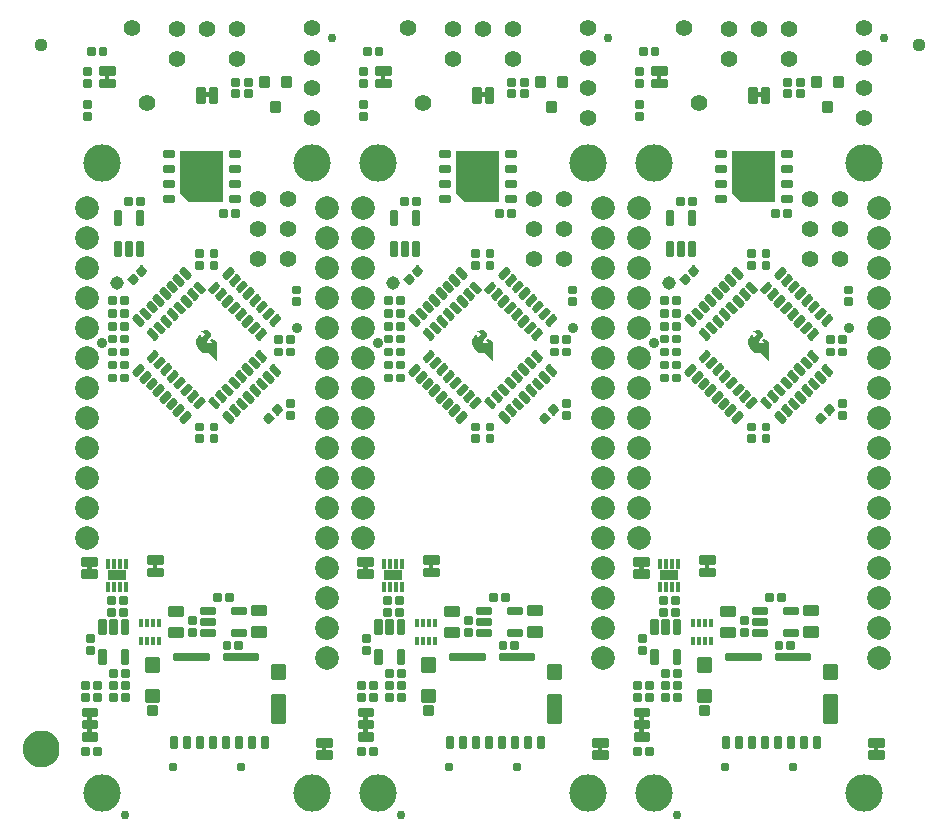
<source format=gbs>
G04 EAGLE Gerber RS-274X export*
G75*
%MOMM*%
%FSLAX34Y34*%
%LPD*%
%INSoldermask Bottom*%
%IPPOS*%
%AMOC8*
5,1,8,0,0,1.08239X$1,22.5*%
G01*
%ADD10C,2.006600*%
%ADD11C,0.777000*%
%ADD12C,0.223409*%
%ADD13C,0.225369*%
%ADD14C,0.228344*%
%ADD15R,0.440000X0.840000*%
%ADD16R,1.520000X0.940000*%
%ADD17C,3.175000*%
%ADD18C,0.762000*%
%ADD19C,0.225719*%
%ADD20C,0.228688*%
%ADD21C,0.235400*%
%ADD22C,1.397000*%
%ADD23C,0.231750*%
%ADD24C,0.230800*%
%ADD25C,1.143000*%
%ADD26C,0.889000*%
%ADD27R,0.400000X0.770000*%
%ADD28C,1.127000*%
%ADD29C,1.270000*%
%ADD30C,1.627000*%

G36*
X361696Y526506D02*
X361696Y526506D01*
X361713Y526503D01*
X361763Y526525D01*
X361814Y526540D01*
X361825Y526553D01*
X361841Y526560D01*
X361871Y526605D01*
X361906Y526645D01*
X361909Y526662D01*
X361918Y526677D01*
X361929Y526750D01*
X361929Y569000D01*
X361924Y569016D01*
X361927Y569033D01*
X361905Y569083D01*
X361890Y569134D01*
X361877Y569145D01*
X361870Y569161D01*
X361825Y569191D01*
X361785Y569226D01*
X361768Y569229D01*
X361754Y569238D01*
X361680Y569249D01*
X325680Y569249D01*
X325664Y569244D01*
X325647Y569247D01*
X325597Y569225D01*
X325546Y569210D01*
X325535Y569197D01*
X325519Y569190D01*
X325489Y569145D01*
X325454Y569105D01*
X325451Y569088D01*
X325442Y569074D01*
X325431Y569000D01*
X325431Y533250D01*
X325448Y533192D01*
X325460Y533134D01*
X325468Y533122D01*
X325470Y533116D01*
X325478Y533109D01*
X325504Y533074D01*
X332004Y526574D01*
X332056Y526545D01*
X332107Y526512D01*
X332121Y526510D01*
X332126Y526507D01*
X332137Y526507D01*
X332180Y526501D01*
X361680Y526501D01*
X361696Y526506D01*
G37*
G36*
X595376Y526506D02*
X595376Y526506D01*
X595393Y526503D01*
X595443Y526525D01*
X595494Y526540D01*
X595505Y526553D01*
X595521Y526560D01*
X595551Y526605D01*
X595586Y526645D01*
X595589Y526662D01*
X595598Y526677D01*
X595609Y526750D01*
X595609Y569000D01*
X595604Y569016D01*
X595607Y569033D01*
X595585Y569083D01*
X595570Y569134D01*
X595557Y569145D01*
X595550Y569161D01*
X595505Y569191D01*
X595465Y569226D01*
X595448Y569229D01*
X595434Y569238D01*
X595360Y569249D01*
X559360Y569249D01*
X559344Y569244D01*
X559327Y569247D01*
X559277Y569225D01*
X559226Y569210D01*
X559215Y569197D01*
X559199Y569190D01*
X559169Y569145D01*
X559134Y569105D01*
X559131Y569088D01*
X559122Y569074D01*
X559111Y569000D01*
X559111Y533250D01*
X559128Y533192D01*
X559140Y533134D01*
X559148Y533122D01*
X559150Y533116D01*
X559158Y533109D01*
X559184Y533074D01*
X565684Y526574D01*
X565736Y526545D01*
X565787Y526512D01*
X565801Y526510D01*
X565806Y526507D01*
X565817Y526507D01*
X565860Y526501D01*
X595360Y526501D01*
X595376Y526506D01*
G37*
G36*
X128016Y526506D02*
X128016Y526506D01*
X128033Y526503D01*
X128083Y526525D01*
X128134Y526540D01*
X128145Y526553D01*
X128161Y526560D01*
X128191Y526605D01*
X128226Y526645D01*
X128229Y526662D01*
X128238Y526677D01*
X128249Y526750D01*
X128249Y569000D01*
X128244Y569016D01*
X128247Y569033D01*
X128225Y569083D01*
X128210Y569134D01*
X128197Y569145D01*
X128190Y569161D01*
X128145Y569191D01*
X128105Y569226D01*
X128088Y569229D01*
X128074Y569238D01*
X128000Y569249D01*
X92000Y569249D01*
X91984Y569244D01*
X91967Y569247D01*
X91917Y569225D01*
X91866Y569210D01*
X91855Y569197D01*
X91839Y569190D01*
X91809Y569145D01*
X91774Y569105D01*
X91771Y569088D01*
X91762Y569074D01*
X91751Y569000D01*
X91751Y533250D01*
X91768Y533192D01*
X91780Y533134D01*
X91788Y533122D01*
X91790Y533116D01*
X91798Y533109D01*
X91824Y533074D01*
X98324Y526574D01*
X98376Y526545D01*
X98427Y526512D01*
X98441Y526510D01*
X98446Y526507D01*
X98457Y526507D01*
X98500Y526501D01*
X128000Y526501D01*
X128016Y526506D01*
G37*
G36*
X122605Y391722D02*
X122605Y391722D01*
X122631Y391723D01*
X122685Y391753D01*
X122743Y391775D01*
X122760Y391794D01*
X122783Y391806D01*
X122818Y391857D01*
X122860Y391902D01*
X122868Y391927D01*
X122883Y391948D01*
X122899Y392032D01*
X122910Y392068D01*
X122908Y392078D01*
X122910Y392090D01*
X122910Y405790D01*
X122906Y405810D01*
X122907Y405837D01*
X122807Y406637D01*
X122799Y406661D01*
X122796Y406694D01*
X122596Y407394D01*
X122577Y407428D01*
X122556Y407486D01*
X121956Y408486D01*
X121936Y408506D01*
X121868Y408587D01*
X121368Y408987D01*
X121363Y408989D01*
X121358Y408994D01*
X120958Y409294D01*
X120923Y409309D01*
X120871Y409343D01*
X120371Y409543D01*
X120342Y409547D01*
X120305Y409563D01*
X119805Y409663D01*
X119799Y409663D01*
X119793Y409665D01*
X119193Y409765D01*
X119166Y409763D01*
X119130Y409770D01*
X117930Y409770D01*
X117915Y409767D01*
X117900Y409769D01*
X117768Y409732D01*
X117761Y409731D01*
X117761Y409730D01*
X117760Y409730D01*
X117384Y409542D01*
X117360Y409530D01*
X117341Y409514D01*
X117317Y409505D01*
X117275Y409459D01*
X117227Y409419D01*
X117217Y409397D01*
X117200Y409378D01*
X117182Y409318D01*
X117156Y409261D01*
X117158Y409236D01*
X117150Y409212D01*
X117161Y409150D01*
X117164Y409088D01*
X117176Y409066D01*
X117180Y409041D01*
X117229Y408968D01*
X117247Y408936D01*
X117255Y408931D01*
X117261Y408921D01*
X117361Y408821D01*
X117393Y408801D01*
X117460Y408750D01*
X117860Y408550D01*
X117883Y408544D01*
X117910Y408529D01*
X118125Y408458D01*
X118598Y407985D01*
X118650Y407828D01*
X118650Y407552D01*
X118585Y407359D01*
X118435Y407132D01*
X117916Y406614D01*
X117521Y406456D01*
X117092Y406370D01*
X116377Y406370D01*
X115686Y406543D01*
X115190Y406874D01*
X114869Y407275D01*
X114710Y407752D01*
X114710Y408321D01*
X114957Y408979D01*
X115599Y409621D01*
X115604Y409630D01*
X115614Y409637D01*
X116414Y410537D01*
X116415Y410539D01*
X116416Y410540D01*
X117116Y411340D01*
X117132Y411369D01*
X117162Y411405D01*
X117662Y412305D01*
X117673Y412343D01*
X117701Y412408D01*
X117901Y413308D01*
X117901Y413310D01*
X117902Y413312D01*
X117901Y413341D01*
X117910Y413390D01*
X117910Y414190D01*
X117902Y414227D01*
X117891Y414310D01*
X117591Y415210D01*
X117572Y415241D01*
X117552Y415292D01*
X117052Y416092D01*
X117031Y416113D01*
X116963Y416190D01*
X116063Y416890D01*
X116039Y416901D01*
X116012Y416924D01*
X114912Y417524D01*
X114893Y417529D01*
X114879Y417539D01*
X114846Y417546D01*
X114798Y417564D01*
X113698Y417764D01*
X113669Y417763D01*
X113630Y417770D01*
X112630Y417770D01*
X112597Y417763D01*
X112548Y417761D01*
X111648Y417561D01*
X111615Y417545D01*
X111560Y417530D01*
X111554Y417527D01*
X110794Y417147D01*
X110160Y416830D01*
X110138Y416812D01*
X110102Y416794D01*
X109702Y416494D01*
X109687Y416476D01*
X109661Y416459D01*
X109561Y416359D01*
X109548Y416337D01*
X109528Y416321D01*
X109502Y416264D01*
X109470Y416212D01*
X109467Y416186D01*
X109457Y416162D01*
X109459Y416101D01*
X109453Y416039D01*
X109462Y416015D01*
X109463Y415989D01*
X109493Y415935D01*
X109515Y415877D01*
X109534Y415860D01*
X109546Y415837D01*
X109597Y415802D01*
X109642Y415760D01*
X109667Y415752D01*
X109688Y415737D01*
X109772Y415721D01*
X109808Y415710D01*
X109818Y415712D01*
X109830Y415710D01*
X109930Y415710D01*
X109945Y415713D01*
X109960Y415711D01*
X110092Y415748D01*
X110099Y415749D01*
X110099Y415750D01*
X110100Y415750D01*
X110220Y415810D01*
X110683Y415810D01*
X111038Y415721D01*
X111046Y415721D01*
X111055Y415717D01*
X111506Y415627D01*
X111829Y415465D01*
X112150Y415225D01*
X112301Y414999D01*
X112378Y414844D01*
X112450Y414628D01*
X112450Y414137D01*
X112377Y413846D01*
X112035Y413332D01*
X111480Y412778D01*
X111110Y412501D01*
X110839Y412320D01*
X110607Y412204D01*
X110497Y412149D01*
X109783Y411970D01*
X109592Y411970D01*
X109435Y412022D01*
X109243Y412215D01*
X109182Y412336D01*
X109110Y412552D01*
X109110Y413390D01*
X109098Y413441D01*
X109097Y413485D01*
X109089Y413499D01*
X109085Y413526D01*
X109075Y413541D01*
X109071Y413559D01*
X109029Y413610D01*
X109014Y413637D01*
X109006Y413642D01*
X108988Y413670D01*
X108972Y413679D01*
X108961Y413692D01*
X108897Y413721D01*
X108885Y413728D01*
X108872Y413737D01*
X108868Y413738D01*
X108837Y413755D01*
X108819Y413756D01*
X108802Y413763D01*
X108746Y413761D01*
X108730Y413764D01*
X108720Y413764D01*
X108710Y413762D01*
X108664Y413764D01*
X108645Y413757D01*
X108629Y413757D01*
X108595Y413738D01*
X108574Y413730D01*
X108552Y413725D01*
X108544Y413718D01*
X108528Y413712D01*
X107728Y413212D01*
X107701Y413185D01*
X107646Y413143D01*
X106846Y412243D01*
X106833Y412220D01*
X106809Y412194D01*
X106109Y411094D01*
X106097Y411060D01*
X106069Y411010D01*
X105569Y409510D01*
X105567Y409488D01*
X105556Y409460D01*
X105256Y407860D01*
X105258Y407824D01*
X105250Y407768D01*
X105350Y406068D01*
X105359Y406037D01*
X105362Y405993D01*
X105862Y404093D01*
X105880Y404061D01*
X105898Y404005D01*
X106898Y402205D01*
X106915Y402187D01*
X106930Y402157D01*
X107630Y401257D01*
X107646Y401243D01*
X107661Y401221D01*
X108461Y400421D01*
X108471Y400415D01*
X108480Y400404D01*
X109280Y399704D01*
X109305Y399690D01*
X109334Y399664D01*
X110334Y399064D01*
X110359Y399056D01*
X110389Y399037D01*
X111389Y398637D01*
X111408Y398634D01*
X111430Y398623D01*
X112530Y398323D01*
X112547Y398323D01*
X112568Y398315D01*
X113768Y398115D01*
X113794Y398117D01*
X113830Y398110D01*
X115699Y398110D01*
X116196Y398027D01*
X117094Y397488D01*
X118051Y396532D01*
X119241Y395143D01*
X119252Y395135D01*
X119261Y395121D01*
X120449Y393933D01*
X120938Y393347D01*
X120950Y393337D01*
X120961Y393321D01*
X121428Y392854D01*
X121704Y392394D01*
X121729Y392368D01*
X121761Y392321D01*
X122261Y391821D01*
X122283Y391808D01*
X122299Y391788D01*
X122356Y391762D01*
X122408Y391730D01*
X122434Y391727D01*
X122458Y391717D01*
X122519Y391719D01*
X122581Y391713D01*
X122605Y391722D01*
G37*
G36*
X356285Y391722D02*
X356285Y391722D01*
X356311Y391723D01*
X356365Y391753D01*
X356423Y391775D01*
X356440Y391794D01*
X356463Y391806D01*
X356498Y391857D01*
X356540Y391902D01*
X356548Y391927D01*
X356563Y391948D01*
X356579Y392032D01*
X356590Y392068D01*
X356588Y392078D01*
X356590Y392090D01*
X356590Y405790D01*
X356586Y405810D01*
X356587Y405837D01*
X356487Y406637D01*
X356479Y406661D01*
X356476Y406694D01*
X356276Y407394D01*
X356257Y407428D01*
X356236Y407486D01*
X355636Y408486D01*
X355616Y408506D01*
X355548Y408587D01*
X355048Y408987D01*
X355043Y408989D01*
X355038Y408994D01*
X354638Y409294D01*
X354603Y409309D01*
X354551Y409343D01*
X354051Y409543D01*
X354022Y409547D01*
X353985Y409563D01*
X353485Y409663D01*
X353479Y409663D01*
X353473Y409665D01*
X352873Y409765D01*
X352846Y409763D01*
X352810Y409770D01*
X351610Y409770D01*
X351595Y409767D01*
X351580Y409769D01*
X351448Y409732D01*
X351441Y409731D01*
X351441Y409730D01*
X351440Y409730D01*
X351064Y409542D01*
X351040Y409530D01*
X351021Y409514D01*
X350997Y409505D01*
X350955Y409459D01*
X350907Y409419D01*
X350897Y409397D01*
X350880Y409378D01*
X350862Y409318D01*
X350836Y409261D01*
X350838Y409236D01*
X350830Y409212D01*
X350841Y409150D01*
X350844Y409088D01*
X350856Y409066D01*
X350860Y409041D01*
X350909Y408968D01*
X350927Y408936D01*
X350935Y408931D01*
X350941Y408921D01*
X351041Y408821D01*
X351073Y408801D01*
X351140Y408750D01*
X351540Y408550D01*
X351563Y408544D01*
X351590Y408529D01*
X351805Y408458D01*
X352278Y407985D01*
X352330Y407828D01*
X352330Y407552D01*
X352265Y407359D01*
X352115Y407132D01*
X351596Y406614D01*
X351201Y406456D01*
X350772Y406370D01*
X350057Y406370D01*
X349366Y406543D01*
X348870Y406874D01*
X348549Y407275D01*
X348390Y407752D01*
X348390Y408321D01*
X348637Y408979D01*
X349279Y409621D01*
X349284Y409630D01*
X349294Y409637D01*
X350094Y410537D01*
X350095Y410539D01*
X350096Y410540D01*
X350796Y411340D01*
X350812Y411369D01*
X350842Y411405D01*
X351342Y412305D01*
X351353Y412343D01*
X351381Y412408D01*
X351581Y413308D01*
X351581Y413310D01*
X351582Y413312D01*
X351581Y413341D01*
X351590Y413390D01*
X351590Y414190D01*
X351582Y414227D01*
X351571Y414310D01*
X351271Y415210D01*
X351252Y415241D01*
X351232Y415292D01*
X350732Y416092D01*
X350711Y416113D01*
X350643Y416190D01*
X349743Y416890D01*
X349719Y416901D01*
X349692Y416924D01*
X348592Y417524D01*
X348573Y417529D01*
X348559Y417539D01*
X348526Y417546D01*
X348478Y417564D01*
X347378Y417764D01*
X347349Y417763D01*
X347310Y417770D01*
X346310Y417770D01*
X346277Y417763D01*
X346228Y417761D01*
X345328Y417561D01*
X345295Y417545D01*
X345240Y417530D01*
X345234Y417527D01*
X344474Y417147D01*
X343840Y416830D01*
X343818Y416812D01*
X343782Y416794D01*
X343382Y416494D01*
X343367Y416476D01*
X343341Y416459D01*
X343241Y416359D01*
X343228Y416337D01*
X343208Y416321D01*
X343182Y416264D01*
X343150Y416212D01*
X343147Y416186D01*
X343137Y416162D01*
X343139Y416101D01*
X343133Y416039D01*
X343142Y416015D01*
X343143Y415989D01*
X343173Y415935D01*
X343195Y415877D01*
X343214Y415860D01*
X343226Y415837D01*
X343277Y415802D01*
X343322Y415760D01*
X343347Y415752D01*
X343368Y415737D01*
X343452Y415721D01*
X343488Y415710D01*
X343498Y415712D01*
X343510Y415710D01*
X343610Y415710D01*
X343625Y415713D01*
X343640Y415711D01*
X343772Y415748D01*
X343779Y415749D01*
X343779Y415750D01*
X343780Y415750D01*
X343900Y415810D01*
X344363Y415810D01*
X344718Y415721D01*
X344726Y415721D01*
X344735Y415717D01*
X345186Y415627D01*
X345509Y415465D01*
X345830Y415225D01*
X345981Y414999D01*
X346058Y414844D01*
X346130Y414628D01*
X346130Y414137D01*
X346057Y413846D01*
X345715Y413332D01*
X345160Y412778D01*
X344790Y412501D01*
X344519Y412320D01*
X344287Y412204D01*
X344177Y412149D01*
X343463Y411970D01*
X343272Y411970D01*
X343115Y412022D01*
X342923Y412215D01*
X342862Y412336D01*
X342790Y412552D01*
X342790Y413390D01*
X342778Y413441D01*
X342777Y413485D01*
X342769Y413499D01*
X342765Y413526D01*
X342755Y413541D01*
X342751Y413559D01*
X342709Y413610D01*
X342694Y413637D01*
X342686Y413642D01*
X342668Y413670D01*
X342652Y413679D01*
X342641Y413692D01*
X342577Y413721D01*
X342565Y413728D01*
X342552Y413737D01*
X342548Y413738D01*
X342517Y413755D01*
X342499Y413756D01*
X342482Y413763D01*
X342426Y413761D01*
X342410Y413764D01*
X342400Y413764D01*
X342390Y413762D01*
X342344Y413764D01*
X342325Y413757D01*
X342309Y413757D01*
X342275Y413738D01*
X342254Y413730D01*
X342232Y413725D01*
X342224Y413718D01*
X342208Y413712D01*
X341408Y413212D01*
X341381Y413185D01*
X341326Y413143D01*
X340526Y412243D01*
X340513Y412220D01*
X340489Y412194D01*
X339789Y411094D01*
X339777Y411060D01*
X339749Y411010D01*
X339249Y409510D01*
X339247Y409488D01*
X339236Y409460D01*
X338936Y407860D01*
X338938Y407824D01*
X338930Y407768D01*
X339030Y406068D01*
X339039Y406037D01*
X339042Y405993D01*
X339542Y404093D01*
X339560Y404061D01*
X339578Y404005D01*
X340578Y402205D01*
X340595Y402187D01*
X340610Y402157D01*
X341310Y401257D01*
X341326Y401243D01*
X341341Y401221D01*
X342141Y400421D01*
X342151Y400415D01*
X342160Y400404D01*
X342960Y399704D01*
X342985Y399690D01*
X343014Y399664D01*
X344014Y399064D01*
X344039Y399056D01*
X344069Y399037D01*
X345069Y398637D01*
X345088Y398634D01*
X345110Y398623D01*
X346210Y398323D01*
X346227Y398323D01*
X346248Y398315D01*
X347448Y398115D01*
X347474Y398117D01*
X347510Y398110D01*
X349379Y398110D01*
X349876Y398027D01*
X350774Y397488D01*
X351731Y396532D01*
X352921Y395143D01*
X352932Y395135D01*
X352941Y395121D01*
X354129Y393933D01*
X354618Y393347D01*
X354630Y393337D01*
X354641Y393321D01*
X355108Y392854D01*
X355384Y392394D01*
X355409Y392368D01*
X355441Y392321D01*
X355941Y391821D01*
X355963Y391808D01*
X355979Y391788D01*
X356036Y391762D01*
X356088Y391730D01*
X356114Y391727D01*
X356138Y391717D01*
X356199Y391719D01*
X356261Y391713D01*
X356285Y391722D01*
G37*
G36*
X589965Y391722D02*
X589965Y391722D01*
X589991Y391723D01*
X590045Y391753D01*
X590103Y391775D01*
X590120Y391794D01*
X590143Y391806D01*
X590178Y391857D01*
X590220Y391902D01*
X590228Y391927D01*
X590243Y391948D01*
X590259Y392032D01*
X590270Y392068D01*
X590268Y392078D01*
X590270Y392090D01*
X590270Y405790D01*
X590266Y405810D01*
X590267Y405837D01*
X590167Y406637D01*
X590159Y406661D01*
X590156Y406694D01*
X589956Y407394D01*
X589937Y407428D01*
X589916Y407486D01*
X589316Y408486D01*
X589296Y408506D01*
X589228Y408587D01*
X588728Y408987D01*
X588723Y408989D01*
X588718Y408994D01*
X588318Y409294D01*
X588283Y409309D01*
X588231Y409343D01*
X587731Y409543D01*
X587702Y409547D01*
X587665Y409563D01*
X587165Y409663D01*
X587159Y409663D01*
X587153Y409665D01*
X586553Y409765D01*
X586526Y409763D01*
X586490Y409770D01*
X585290Y409770D01*
X585275Y409767D01*
X585260Y409769D01*
X585128Y409732D01*
X585121Y409731D01*
X585121Y409730D01*
X585120Y409730D01*
X584744Y409542D01*
X584720Y409530D01*
X584701Y409514D01*
X584677Y409505D01*
X584635Y409459D01*
X584587Y409419D01*
X584577Y409397D01*
X584560Y409378D01*
X584542Y409318D01*
X584516Y409261D01*
X584518Y409236D01*
X584510Y409212D01*
X584521Y409150D01*
X584524Y409088D01*
X584536Y409066D01*
X584540Y409041D01*
X584589Y408968D01*
X584607Y408936D01*
X584615Y408931D01*
X584621Y408921D01*
X584721Y408821D01*
X584753Y408801D01*
X584820Y408750D01*
X585220Y408550D01*
X585243Y408544D01*
X585270Y408529D01*
X585485Y408458D01*
X585958Y407985D01*
X586010Y407828D01*
X586010Y407552D01*
X585945Y407359D01*
X585795Y407132D01*
X585276Y406614D01*
X584881Y406456D01*
X584452Y406370D01*
X583737Y406370D01*
X583046Y406543D01*
X582550Y406874D01*
X582229Y407275D01*
X582070Y407752D01*
X582070Y408321D01*
X582317Y408979D01*
X582959Y409621D01*
X582964Y409630D01*
X582974Y409637D01*
X583774Y410537D01*
X583775Y410539D01*
X583776Y410540D01*
X584476Y411340D01*
X584492Y411369D01*
X584522Y411405D01*
X585022Y412305D01*
X585033Y412343D01*
X585061Y412408D01*
X585261Y413308D01*
X585261Y413310D01*
X585262Y413312D01*
X585261Y413341D01*
X585270Y413390D01*
X585270Y414190D01*
X585262Y414227D01*
X585251Y414310D01*
X584951Y415210D01*
X584932Y415241D01*
X584912Y415292D01*
X584412Y416092D01*
X584391Y416113D01*
X584323Y416190D01*
X583423Y416890D01*
X583399Y416901D01*
X583372Y416924D01*
X582272Y417524D01*
X582253Y417529D01*
X582239Y417539D01*
X582206Y417546D01*
X582158Y417564D01*
X581058Y417764D01*
X581029Y417763D01*
X580990Y417770D01*
X579990Y417770D01*
X579957Y417763D01*
X579908Y417761D01*
X579008Y417561D01*
X578975Y417545D01*
X578920Y417530D01*
X578914Y417527D01*
X578154Y417147D01*
X577520Y416830D01*
X577498Y416812D01*
X577462Y416794D01*
X577062Y416494D01*
X577047Y416476D01*
X577021Y416459D01*
X576921Y416359D01*
X576908Y416337D01*
X576888Y416321D01*
X576862Y416264D01*
X576830Y416212D01*
X576827Y416186D01*
X576817Y416162D01*
X576819Y416101D01*
X576813Y416039D01*
X576822Y416015D01*
X576823Y415989D01*
X576853Y415935D01*
X576875Y415877D01*
X576894Y415860D01*
X576906Y415837D01*
X576957Y415802D01*
X577002Y415760D01*
X577027Y415752D01*
X577048Y415737D01*
X577132Y415721D01*
X577168Y415710D01*
X577178Y415712D01*
X577190Y415710D01*
X577290Y415710D01*
X577305Y415713D01*
X577320Y415711D01*
X577452Y415748D01*
X577459Y415749D01*
X577459Y415750D01*
X577460Y415750D01*
X577580Y415810D01*
X578043Y415810D01*
X578398Y415721D01*
X578406Y415721D01*
X578415Y415717D01*
X578866Y415627D01*
X579189Y415465D01*
X579510Y415225D01*
X579661Y414999D01*
X579738Y414844D01*
X579810Y414628D01*
X579810Y414137D01*
X579737Y413846D01*
X579395Y413332D01*
X578840Y412778D01*
X578470Y412501D01*
X578199Y412320D01*
X577967Y412204D01*
X577857Y412149D01*
X577143Y411970D01*
X576952Y411970D01*
X576795Y412022D01*
X576603Y412215D01*
X576542Y412336D01*
X576470Y412552D01*
X576470Y413390D01*
X576458Y413441D01*
X576457Y413485D01*
X576449Y413499D01*
X576445Y413526D01*
X576435Y413541D01*
X576431Y413559D01*
X576389Y413610D01*
X576374Y413637D01*
X576366Y413642D01*
X576348Y413670D01*
X576332Y413679D01*
X576321Y413692D01*
X576257Y413721D01*
X576245Y413728D01*
X576232Y413737D01*
X576228Y413738D01*
X576197Y413755D01*
X576179Y413756D01*
X576162Y413763D01*
X576106Y413761D01*
X576090Y413764D01*
X576080Y413764D01*
X576070Y413762D01*
X576024Y413764D01*
X576005Y413757D01*
X575989Y413757D01*
X575955Y413738D01*
X575934Y413730D01*
X575912Y413725D01*
X575904Y413718D01*
X575888Y413712D01*
X575088Y413212D01*
X575061Y413185D01*
X575006Y413143D01*
X574206Y412243D01*
X574193Y412220D01*
X574169Y412194D01*
X573469Y411094D01*
X573457Y411060D01*
X573429Y411010D01*
X572929Y409510D01*
X572927Y409488D01*
X572916Y409460D01*
X572616Y407860D01*
X572618Y407824D01*
X572610Y407768D01*
X572710Y406068D01*
X572719Y406037D01*
X572722Y405993D01*
X573222Y404093D01*
X573240Y404061D01*
X573258Y404005D01*
X574258Y402205D01*
X574275Y402187D01*
X574290Y402157D01*
X574990Y401257D01*
X575006Y401243D01*
X575021Y401221D01*
X575821Y400421D01*
X575831Y400415D01*
X575840Y400404D01*
X576640Y399704D01*
X576665Y399690D01*
X576694Y399664D01*
X577694Y399064D01*
X577719Y399056D01*
X577749Y399037D01*
X578749Y398637D01*
X578768Y398634D01*
X578790Y398623D01*
X579890Y398323D01*
X579907Y398323D01*
X579928Y398315D01*
X581128Y398115D01*
X581154Y398117D01*
X581190Y398110D01*
X583059Y398110D01*
X583556Y398027D01*
X584454Y397488D01*
X585411Y396532D01*
X586601Y395143D01*
X586612Y395135D01*
X586621Y395121D01*
X587809Y393933D01*
X588298Y393347D01*
X588310Y393337D01*
X588321Y393321D01*
X588788Y392854D01*
X589064Y392394D01*
X589089Y392368D01*
X589121Y392321D01*
X589621Y391821D01*
X589643Y391808D01*
X589659Y391788D01*
X589716Y391762D01*
X589768Y391730D01*
X589794Y391727D01*
X589818Y391717D01*
X589879Y391719D01*
X589941Y391713D01*
X589965Y391722D01*
G37*
G36*
X31335Y629472D02*
X31335Y629472D01*
X31401Y629474D01*
X31444Y629492D01*
X31491Y629500D01*
X31548Y629534D01*
X31608Y629559D01*
X31643Y629590D01*
X31684Y629615D01*
X31726Y629666D01*
X31774Y629710D01*
X31796Y629752D01*
X31825Y629789D01*
X31846Y629851D01*
X31877Y629910D01*
X31885Y629964D01*
X31897Y630001D01*
X31896Y630041D01*
X31904Y630095D01*
X31904Y633905D01*
X31893Y633970D01*
X31891Y634036D01*
X31873Y634079D01*
X31865Y634126D01*
X31831Y634183D01*
X31806Y634243D01*
X31775Y634278D01*
X31750Y634319D01*
X31699Y634361D01*
X31655Y634409D01*
X31613Y634431D01*
X31576Y634460D01*
X31514Y634481D01*
X31455Y634512D01*
X31401Y634520D01*
X31364Y634532D01*
X31324Y634531D01*
X31270Y634539D01*
X28730Y634539D01*
X28665Y634528D01*
X28599Y634526D01*
X28556Y634508D01*
X28509Y634500D01*
X28452Y634466D01*
X28392Y634441D01*
X28357Y634410D01*
X28316Y634385D01*
X28275Y634334D01*
X28226Y634290D01*
X28204Y634248D01*
X28175Y634211D01*
X28154Y634149D01*
X28123Y634090D01*
X28115Y634036D01*
X28103Y633999D01*
X28103Y633995D01*
X28103Y633994D01*
X28104Y633959D01*
X28096Y633905D01*
X28096Y630095D01*
X28107Y630030D01*
X28109Y629964D01*
X28127Y629921D01*
X28135Y629874D01*
X28169Y629817D01*
X28194Y629757D01*
X28225Y629722D01*
X28250Y629681D01*
X28301Y629640D01*
X28345Y629591D01*
X28387Y629569D01*
X28424Y629540D01*
X28486Y629519D01*
X28545Y629488D01*
X28599Y629480D01*
X28636Y629468D01*
X28676Y629469D01*
X28730Y629461D01*
X31270Y629461D01*
X31335Y629472D01*
G37*
G36*
X498695Y629472D02*
X498695Y629472D01*
X498761Y629474D01*
X498804Y629492D01*
X498851Y629500D01*
X498908Y629534D01*
X498968Y629559D01*
X499003Y629590D01*
X499044Y629615D01*
X499086Y629666D01*
X499134Y629710D01*
X499156Y629752D01*
X499185Y629789D01*
X499206Y629851D01*
X499237Y629910D01*
X499245Y629964D01*
X499257Y630001D01*
X499256Y630041D01*
X499264Y630095D01*
X499264Y633905D01*
X499253Y633970D01*
X499251Y634036D01*
X499233Y634079D01*
X499225Y634126D01*
X499191Y634183D01*
X499166Y634243D01*
X499135Y634278D01*
X499110Y634319D01*
X499059Y634361D01*
X499015Y634409D01*
X498973Y634431D01*
X498936Y634460D01*
X498874Y634481D01*
X498815Y634512D01*
X498761Y634520D01*
X498724Y634532D01*
X498684Y634531D01*
X498630Y634539D01*
X496090Y634539D01*
X496025Y634528D01*
X495959Y634526D01*
X495916Y634508D01*
X495869Y634500D01*
X495812Y634466D01*
X495752Y634441D01*
X495717Y634410D01*
X495676Y634385D01*
X495635Y634334D01*
X495586Y634290D01*
X495564Y634248D01*
X495535Y634211D01*
X495514Y634149D01*
X495483Y634090D01*
X495475Y634036D01*
X495463Y633999D01*
X495463Y633995D01*
X495463Y633994D01*
X495464Y633959D01*
X495456Y633905D01*
X495456Y630095D01*
X495467Y630030D01*
X495469Y629964D01*
X495487Y629921D01*
X495495Y629874D01*
X495529Y629817D01*
X495554Y629757D01*
X495585Y629722D01*
X495610Y629681D01*
X495661Y629640D01*
X495705Y629591D01*
X495747Y629569D01*
X495784Y629540D01*
X495846Y629519D01*
X495905Y629488D01*
X495959Y629480D01*
X495996Y629468D01*
X496036Y629469D01*
X496090Y629461D01*
X498630Y629461D01*
X498695Y629472D01*
G37*
G36*
X265015Y629472D02*
X265015Y629472D01*
X265081Y629474D01*
X265124Y629492D01*
X265171Y629500D01*
X265228Y629534D01*
X265288Y629559D01*
X265323Y629590D01*
X265364Y629615D01*
X265406Y629666D01*
X265454Y629710D01*
X265476Y629752D01*
X265505Y629789D01*
X265526Y629851D01*
X265557Y629910D01*
X265565Y629964D01*
X265577Y630001D01*
X265576Y630041D01*
X265584Y630095D01*
X265584Y633905D01*
X265573Y633970D01*
X265571Y634036D01*
X265553Y634079D01*
X265545Y634126D01*
X265511Y634183D01*
X265486Y634243D01*
X265455Y634278D01*
X265430Y634319D01*
X265379Y634361D01*
X265335Y634409D01*
X265293Y634431D01*
X265256Y634460D01*
X265194Y634481D01*
X265135Y634512D01*
X265081Y634520D01*
X265044Y634532D01*
X265004Y634531D01*
X264950Y634539D01*
X262410Y634539D01*
X262345Y634528D01*
X262279Y634526D01*
X262236Y634508D01*
X262189Y634500D01*
X262132Y634466D01*
X262072Y634441D01*
X262037Y634410D01*
X261996Y634385D01*
X261955Y634334D01*
X261906Y634290D01*
X261884Y634248D01*
X261855Y634211D01*
X261834Y634149D01*
X261803Y634090D01*
X261795Y634036D01*
X261783Y633999D01*
X261783Y633995D01*
X261783Y633994D01*
X261784Y633959D01*
X261776Y633905D01*
X261776Y630095D01*
X261787Y630030D01*
X261789Y629964D01*
X261807Y629921D01*
X261815Y629874D01*
X261849Y629817D01*
X261874Y629757D01*
X261905Y629722D01*
X261930Y629681D01*
X261981Y629640D01*
X262025Y629591D01*
X262067Y629569D01*
X262104Y629540D01*
X262166Y629519D01*
X262225Y629488D01*
X262279Y629480D01*
X262316Y629468D01*
X262356Y629469D01*
X262410Y629461D01*
X264950Y629461D01*
X265015Y629472D01*
G37*
G36*
X539195Y215472D02*
X539195Y215472D01*
X539261Y215474D01*
X539304Y215492D01*
X539351Y215500D01*
X539408Y215534D01*
X539468Y215559D01*
X539503Y215590D01*
X539544Y215615D01*
X539586Y215666D01*
X539634Y215710D01*
X539656Y215752D01*
X539685Y215789D01*
X539706Y215851D01*
X539737Y215910D01*
X539745Y215964D01*
X539757Y216001D01*
X539756Y216041D01*
X539764Y216095D01*
X539764Y219905D01*
X539753Y219970D01*
X539751Y220036D01*
X539733Y220079D01*
X539725Y220126D01*
X539691Y220183D01*
X539666Y220243D01*
X539635Y220278D01*
X539610Y220319D01*
X539559Y220361D01*
X539515Y220409D01*
X539473Y220431D01*
X539436Y220460D01*
X539374Y220481D01*
X539315Y220512D01*
X539261Y220520D01*
X539224Y220532D01*
X539184Y220531D01*
X539130Y220539D01*
X536590Y220539D01*
X536525Y220528D01*
X536459Y220526D01*
X536416Y220508D01*
X536369Y220500D01*
X536312Y220466D01*
X536252Y220441D01*
X536217Y220410D01*
X536176Y220385D01*
X536135Y220334D01*
X536086Y220290D01*
X536064Y220248D01*
X536035Y220211D01*
X536014Y220149D01*
X535983Y220090D01*
X535975Y220036D01*
X535963Y219999D01*
X535963Y219995D01*
X535963Y219994D01*
X535964Y219959D01*
X535956Y219905D01*
X535956Y216095D01*
X535967Y216030D01*
X535969Y215964D01*
X535987Y215921D01*
X535995Y215874D01*
X536029Y215817D01*
X536054Y215757D01*
X536085Y215722D01*
X536110Y215681D01*
X536161Y215640D01*
X536205Y215591D01*
X536247Y215569D01*
X536284Y215540D01*
X536346Y215519D01*
X536405Y215488D01*
X536459Y215480D01*
X536496Y215468D01*
X536536Y215469D01*
X536590Y215461D01*
X539130Y215461D01*
X539195Y215472D01*
G37*
G36*
X305515Y215472D02*
X305515Y215472D01*
X305581Y215474D01*
X305624Y215492D01*
X305671Y215500D01*
X305728Y215534D01*
X305788Y215559D01*
X305823Y215590D01*
X305864Y215615D01*
X305906Y215666D01*
X305954Y215710D01*
X305976Y215752D01*
X306005Y215789D01*
X306026Y215851D01*
X306057Y215910D01*
X306065Y215964D01*
X306077Y216001D01*
X306076Y216041D01*
X306084Y216095D01*
X306084Y219905D01*
X306073Y219970D01*
X306071Y220036D01*
X306053Y220079D01*
X306045Y220126D01*
X306011Y220183D01*
X305986Y220243D01*
X305955Y220278D01*
X305930Y220319D01*
X305879Y220361D01*
X305835Y220409D01*
X305793Y220431D01*
X305756Y220460D01*
X305694Y220481D01*
X305635Y220512D01*
X305581Y220520D01*
X305544Y220532D01*
X305504Y220531D01*
X305450Y220539D01*
X302910Y220539D01*
X302845Y220528D01*
X302779Y220526D01*
X302736Y220508D01*
X302689Y220500D01*
X302632Y220466D01*
X302572Y220441D01*
X302537Y220410D01*
X302496Y220385D01*
X302455Y220334D01*
X302406Y220290D01*
X302384Y220248D01*
X302355Y220211D01*
X302334Y220149D01*
X302303Y220090D01*
X302295Y220036D01*
X302283Y219999D01*
X302283Y219995D01*
X302283Y219994D01*
X302284Y219959D01*
X302276Y219905D01*
X302276Y216095D01*
X302287Y216030D01*
X302289Y215964D01*
X302307Y215921D01*
X302315Y215874D01*
X302349Y215817D01*
X302374Y215757D01*
X302405Y215722D01*
X302430Y215681D01*
X302481Y215640D01*
X302525Y215591D01*
X302567Y215569D01*
X302604Y215540D01*
X302666Y215519D01*
X302725Y215488D01*
X302779Y215480D01*
X302816Y215468D01*
X302856Y215469D01*
X302910Y215461D01*
X305450Y215461D01*
X305515Y215472D01*
G37*
G36*
X71835Y215472D02*
X71835Y215472D01*
X71901Y215474D01*
X71944Y215492D01*
X71991Y215500D01*
X72048Y215534D01*
X72108Y215559D01*
X72143Y215590D01*
X72184Y215615D01*
X72226Y215666D01*
X72274Y215710D01*
X72296Y215752D01*
X72325Y215789D01*
X72346Y215851D01*
X72377Y215910D01*
X72385Y215964D01*
X72397Y216001D01*
X72396Y216041D01*
X72404Y216095D01*
X72404Y219905D01*
X72393Y219970D01*
X72391Y220036D01*
X72373Y220079D01*
X72365Y220126D01*
X72331Y220183D01*
X72306Y220243D01*
X72275Y220278D01*
X72250Y220319D01*
X72199Y220361D01*
X72155Y220409D01*
X72113Y220431D01*
X72076Y220460D01*
X72014Y220481D01*
X71955Y220512D01*
X71901Y220520D01*
X71864Y220532D01*
X71824Y220531D01*
X71770Y220539D01*
X69230Y220539D01*
X69165Y220528D01*
X69099Y220526D01*
X69056Y220508D01*
X69009Y220500D01*
X68952Y220466D01*
X68892Y220441D01*
X68857Y220410D01*
X68816Y220385D01*
X68775Y220334D01*
X68726Y220290D01*
X68704Y220248D01*
X68675Y220211D01*
X68654Y220149D01*
X68623Y220090D01*
X68615Y220036D01*
X68603Y219999D01*
X68603Y219995D01*
X68603Y219994D01*
X68604Y219959D01*
X68596Y219905D01*
X68596Y216095D01*
X68607Y216030D01*
X68609Y215964D01*
X68627Y215921D01*
X68635Y215874D01*
X68669Y215817D01*
X68694Y215757D01*
X68725Y215722D01*
X68750Y215681D01*
X68801Y215640D01*
X68845Y215591D01*
X68887Y215569D01*
X68924Y215540D01*
X68986Y215519D01*
X69045Y215488D01*
X69099Y215480D01*
X69136Y215468D01*
X69176Y215469D01*
X69230Y215461D01*
X71770Y215461D01*
X71835Y215472D01*
G37*
G36*
X16215Y214032D02*
X16215Y214032D01*
X16281Y214034D01*
X16324Y214052D01*
X16371Y214060D01*
X16428Y214094D01*
X16488Y214119D01*
X16523Y214150D01*
X16564Y214175D01*
X16606Y214226D01*
X16654Y214270D01*
X16676Y214312D01*
X16705Y214349D01*
X16726Y214411D01*
X16757Y214470D01*
X16765Y214524D01*
X16777Y214561D01*
X16776Y214601D01*
X16784Y214655D01*
X16784Y218465D01*
X16773Y218530D01*
X16771Y218596D01*
X16753Y218639D01*
X16745Y218686D01*
X16711Y218743D01*
X16686Y218803D01*
X16655Y218838D01*
X16630Y218879D01*
X16579Y218921D01*
X16535Y218969D01*
X16493Y218991D01*
X16456Y219020D01*
X16394Y219041D01*
X16335Y219072D01*
X16281Y219080D01*
X16244Y219092D01*
X16204Y219091D01*
X16150Y219099D01*
X13610Y219099D01*
X13545Y219088D01*
X13479Y219086D01*
X13436Y219068D01*
X13389Y219060D01*
X13332Y219026D01*
X13272Y219001D01*
X13237Y218970D01*
X13196Y218945D01*
X13155Y218894D01*
X13106Y218850D01*
X13084Y218808D01*
X13055Y218771D01*
X13034Y218709D01*
X13003Y218650D01*
X12995Y218596D01*
X12983Y218559D01*
X12983Y218555D01*
X12983Y218554D01*
X12984Y218519D01*
X12976Y218465D01*
X12976Y214655D01*
X12987Y214590D01*
X12989Y214524D01*
X13007Y214481D01*
X13015Y214434D01*
X13049Y214377D01*
X13074Y214317D01*
X13105Y214282D01*
X13130Y214241D01*
X13181Y214200D01*
X13225Y214151D01*
X13267Y214129D01*
X13304Y214100D01*
X13366Y214079D01*
X13425Y214048D01*
X13479Y214040D01*
X13516Y214028D01*
X13556Y214029D01*
X13610Y214021D01*
X16150Y214021D01*
X16215Y214032D01*
G37*
G36*
X249895Y214032D02*
X249895Y214032D01*
X249961Y214034D01*
X250004Y214052D01*
X250051Y214060D01*
X250108Y214094D01*
X250168Y214119D01*
X250203Y214150D01*
X250244Y214175D01*
X250286Y214226D01*
X250334Y214270D01*
X250356Y214312D01*
X250385Y214349D01*
X250406Y214411D01*
X250437Y214470D01*
X250445Y214524D01*
X250457Y214561D01*
X250456Y214601D01*
X250464Y214655D01*
X250464Y218465D01*
X250453Y218530D01*
X250451Y218596D01*
X250433Y218639D01*
X250425Y218686D01*
X250391Y218743D01*
X250366Y218803D01*
X250335Y218838D01*
X250310Y218879D01*
X250259Y218921D01*
X250215Y218969D01*
X250173Y218991D01*
X250136Y219020D01*
X250074Y219041D01*
X250015Y219072D01*
X249961Y219080D01*
X249924Y219092D01*
X249884Y219091D01*
X249830Y219099D01*
X247290Y219099D01*
X247225Y219088D01*
X247159Y219086D01*
X247116Y219068D01*
X247069Y219060D01*
X247012Y219026D01*
X246952Y219001D01*
X246917Y218970D01*
X246876Y218945D01*
X246835Y218894D01*
X246786Y218850D01*
X246764Y218808D01*
X246735Y218771D01*
X246714Y218709D01*
X246683Y218650D01*
X246675Y218596D01*
X246663Y218559D01*
X246663Y218555D01*
X246663Y218554D01*
X246664Y218519D01*
X246656Y218465D01*
X246656Y214655D01*
X246667Y214590D01*
X246669Y214524D01*
X246687Y214481D01*
X246695Y214434D01*
X246729Y214377D01*
X246754Y214317D01*
X246785Y214282D01*
X246810Y214241D01*
X246861Y214200D01*
X246905Y214151D01*
X246947Y214129D01*
X246984Y214100D01*
X247046Y214079D01*
X247105Y214048D01*
X247159Y214040D01*
X247196Y214028D01*
X247236Y214029D01*
X247290Y214021D01*
X249830Y214021D01*
X249895Y214032D01*
G37*
G36*
X483575Y214032D02*
X483575Y214032D01*
X483641Y214034D01*
X483684Y214052D01*
X483731Y214060D01*
X483788Y214094D01*
X483848Y214119D01*
X483883Y214150D01*
X483924Y214175D01*
X483966Y214226D01*
X484014Y214270D01*
X484036Y214312D01*
X484065Y214349D01*
X484086Y214411D01*
X484117Y214470D01*
X484125Y214524D01*
X484137Y214561D01*
X484136Y214601D01*
X484144Y214655D01*
X484144Y218465D01*
X484133Y218530D01*
X484131Y218596D01*
X484113Y218639D01*
X484105Y218686D01*
X484071Y218743D01*
X484046Y218803D01*
X484015Y218838D01*
X483990Y218879D01*
X483939Y218921D01*
X483895Y218969D01*
X483853Y218991D01*
X483816Y219020D01*
X483754Y219041D01*
X483695Y219072D01*
X483641Y219080D01*
X483604Y219092D01*
X483564Y219091D01*
X483510Y219099D01*
X480970Y219099D01*
X480905Y219088D01*
X480839Y219086D01*
X480796Y219068D01*
X480749Y219060D01*
X480692Y219026D01*
X480632Y219001D01*
X480597Y218970D01*
X480556Y218945D01*
X480515Y218894D01*
X480466Y218850D01*
X480444Y218808D01*
X480415Y218771D01*
X480394Y218709D01*
X480363Y218650D01*
X480355Y218596D01*
X480343Y218559D01*
X480343Y218555D01*
X480343Y218554D01*
X480344Y218519D01*
X480336Y218465D01*
X480336Y214655D01*
X480347Y214590D01*
X480349Y214524D01*
X480367Y214481D01*
X480375Y214434D01*
X480409Y214377D01*
X480434Y214317D01*
X480465Y214282D01*
X480490Y214241D01*
X480541Y214200D01*
X480585Y214151D01*
X480627Y214129D01*
X480664Y214100D01*
X480726Y214079D01*
X480785Y214048D01*
X480839Y214040D01*
X480876Y214028D01*
X480916Y214029D01*
X480970Y214021D01*
X483510Y214021D01*
X483575Y214032D01*
G37*
G36*
X250015Y86552D02*
X250015Y86552D01*
X250081Y86554D01*
X250124Y86572D01*
X250171Y86580D01*
X250228Y86614D01*
X250288Y86639D01*
X250323Y86670D01*
X250364Y86695D01*
X250406Y86746D01*
X250454Y86790D01*
X250476Y86832D01*
X250505Y86869D01*
X250526Y86931D01*
X250557Y86990D01*
X250565Y87044D01*
X250577Y87081D01*
X250576Y87121D01*
X250584Y87175D01*
X250584Y90985D01*
X250573Y91050D01*
X250571Y91116D01*
X250553Y91159D01*
X250545Y91206D01*
X250511Y91263D01*
X250486Y91323D01*
X250455Y91358D01*
X250430Y91399D01*
X250379Y91441D01*
X250335Y91489D01*
X250293Y91511D01*
X250256Y91540D01*
X250194Y91561D01*
X250135Y91592D01*
X250081Y91600D01*
X250044Y91612D01*
X250004Y91611D01*
X249950Y91619D01*
X247410Y91619D01*
X247345Y91608D01*
X247279Y91606D01*
X247236Y91588D01*
X247189Y91580D01*
X247132Y91546D01*
X247072Y91521D01*
X247037Y91490D01*
X246996Y91465D01*
X246955Y91414D01*
X246906Y91370D01*
X246884Y91328D01*
X246855Y91291D01*
X246834Y91229D01*
X246803Y91170D01*
X246795Y91116D01*
X246783Y91079D01*
X246783Y91075D01*
X246783Y91074D01*
X246784Y91039D01*
X246776Y90985D01*
X246776Y87175D01*
X246787Y87110D01*
X246789Y87044D01*
X246807Y87001D01*
X246815Y86954D01*
X246849Y86897D01*
X246874Y86837D01*
X246905Y86802D01*
X246930Y86761D01*
X246981Y86720D01*
X247025Y86671D01*
X247067Y86649D01*
X247104Y86620D01*
X247166Y86599D01*
X247225Y86568D01*
X247279Y86560D01*
X247316Y86548D01*
X247356Y86549D01*
X247410Y86541D01*
X249950Y86541D01*
X250015Y86552D01*
G37*
G36*
X483695Y86552D02*
X483695Y86552D01*
X483761Y86554D01*
X483804Y86572D01*
X483851Y86580D01*
X483908Y86614D01*
X483968Y86639D01*
X484003Y86670D01*
X484044Y86695D01*
X484086Y86746D01*
X484134Y86790D01*
X484156Y86832D01*
X484185Y86869D01*
X484206Y86931D01*
X484237Y86990D01*
X484245Y87044D01*
X484257Y87081D01*
X484256Y87121D01*
X484264Y87175D01*
X484264Y90985D01*
X484253Y91050D01*
X484251Y91116D01*
X484233Y91159D01*
X484225Y91206D01*
X484191Y91263D01*
X484166Y91323D01*
X484135Y91358D01*
X484110Y91399D01*
X484059Y91441D01*
X484015Y91489D01*
X483973Y91511D01*
X483936Y91540D01*
X483874Y91561D01*
X483815Y91592D01*
X483761Y91600D01*
X483724Y91612D01*
X483684Y91611D01*
X483630Y91619D01*
X481090Y91619D01*
X481025Y91608D01*
X480959Y91606D01*
X480916Y91588D01*
X480869Y91580D01*
X480812Y91546D01*
X480752Y91521D01*
X480717Y91490D01*
X480676Y91465D01*
X480635Y91414D01*
X480586Y91370D01*
X480564Y91328D01*
X480535Y91291D01*
X480514Y91229D01*
X480483Y91170D01*
X480475Y91116D01*
X480463Y91079D01*
X480463Y91075D01*
X480463Y91074D01*
X480464Y91039D01*
X480456Y90985D01*
X480456Y87175D01*
X480467Y87110D01*
X480469Y87044D01*
X480487Y87001D01*
X480495Y86954D01*
X480529Y86897D01*
X480554Y86837D01*
X480585Y86802D01*
X480610Y86761D01*
X480661Y86720D01*
X480705Y86671D01*
X480747Y86649D01*
X480784Y86620D01*
X480846Y86599D01*
X480905Y86568D01*
X480959Y86560D01*
X480996Y86548D01*
X481036Y86549D01*
X481090Y86541D01*
X483630Y86541D01*
X483695Y86552D01*
G37*
G36*
X16335Y86552D02*
X16335Y86552D01*
X16401Y86554D01*
X16444Y86572D01*
X16491Y86580D01*
X16548Y86614D01*
X16608Y86639D01*
X16643Y86670D01*
X16684Y86695D01*
X16726Y86746D01*
X16774Y86790D01*
X16796Y86832D01*
X16825Y86869D01*
X16846Y86931D01*
X16877Y86990D01*
X16885Y87044D01*
X16897Y87081D01*
X16896Y87121D01*
X16904Y87175D01*
X16904Y90985D01*
X16893Y91050D01*
X16891Y91116D01*
X16873Y91159D01*
X16865Y91206D01*
X16831Y91263D01*
X16806Y91323D01*
X16775Y91358D01*
X16750Y91399D01*
X16699Y91441D01*
X16655Y91489D01*
X16613Y91511D01*
X16576Y91540D01*
X16514Y91561D01*
X16455Y91592D01*
X16401Y91600D01*
X16364Y91612D01*
X16324Y91611D01*
X16270Y91619D01*
X13730Y91619D01*
X13665Y91608D01*
X13599Y91606D01*
X13556Y91588D01*
X13509Y91580D01*
X13452Y91546D01*
X13392Y91521D01*
X13357Y91490D01*
X13316Y91465D01*
X13275Y91414D01*
X13226Y91370D01*
X13204Y91328D01*
X13175Y91291D01*
X13154Y91229D01*
X13123Y91170D01*
X13115Y91116D01*
X13103Y91079D01*
X13103Y91075D01*
X13103Y91074D01*
X13104Y91039D01*
X13096Y90985D01*
X13096Y87175D01*
X13107Y87110D01*
X13109Y87044D01*
X13127Y87001D01*
X13135Y86954D01*
X13169Y86897D01*
X13194Y86837D01*
X13225Y86802D01*
X13250Y86761D01*
X13301Y86720D01*
X13345Y86671D01*
X13387Y86649D01*
X13424Y86620D01*
X13486Y86599D01*
X13545Y86568D01*
X13599Y86560D01*
X13636Y86548D01*
X13676Y86549D01*
X13730Y86541D01*
X16270Y86541D01*
X16335Y86552D01*
G37*
G36*
X16335Y76392D02*
X16335Y76392D01*
X16401Y76394D01*
X16444Y76412D01*
X16491Y76420D01*
X16548Y76454D01*
X16608Y76479D01*
X16643Y76510D01*
X16684Y76535D01*
X16726Y76586D01*
X16774Y76630D01*
X16796Y76672D01*
X16825Y76709D01*
X16846Y76771D01*
X16877Y76830D01*
X16885Y76884D01*
X16897Y76921D01*
X16896Y76961D01*
X16904Y77015D01*
X16904Y80825D01*
X16893Y80890D01*
X16891Y80956D01*
X16873Y80999D01*
X16865Y81046D01*
X16831Y81103D01*
X16806Y81163D01*
X16775Y81198D01*
X16750Y81239D01*
X16699Y81281D01*
X16655Y81329D01*
X16613Y81351D01*
X16576Y81380D01*
X16514Y81401D01*
X16455Y81432D01*
X16401Y81440D01*
X16364Y81452D01*
X16324Y81451D01*
X16270Y81459D01*
X13730Y81459D01*
X13665Y81448D01*
X13599Y81446D01*
X13556Y81428D01*
X13509Y81420D01*
X13452Y81386D01*
X13392Y81361D01*
X13357Y81330D01*
X13316Y81305D01*
X13275Y81254D01*
X13226Y81210D01*
X13204Y81168D01*
X13175Y81131D01*
X13154Y81069D01*
X13123Y81010D01*
X13115Y80956D01*
X13103Y80919D01*
X13103Y80915D01*
X13103Y80914D01*
X13104Y80879D01*
X13096Y80825D01*
X13096Y77015D01*
X13107Y76950D01*
X13109Y76884D01*
X13127Y76841D01*
X13135Y76794D01*
X13169Y76737D01*
X13194Y76677D01*
X13225Y76642D01*
X13250Y76601D01*
X13301Y76560D01*
X13345Y76511D01*
X13387Y76489D01*
X13424Y76460D01*
X13486Y76439D01*
X13545Y76408D01*
X13599Y76400D01*
X13636Y76388D01*
X13676Y76389D01*
X13730Y76381D01*
X16270Y76381D01*
X16335Y76392D01*
G37*
G36*
X483695Y76392D02*
X483695Y76392D01*
X483761Y76394D01*
X483804Y76412D01*
X483851Y76420D01*
X483908Y76454D01*
X483968Y76479D01*
X484003Y76510D01*
X484044Y76535D01*
X484086Y76586D01*
X484134Y76630D01*
X484156Y76672D01*
X484185Y76709D01*
X484206Y76771D01*
X484237Y76830D01*
X484245Y76884D01*
X484257Y76921D01*
X484256Y76961D01*
X484264Y77015D01*
X484264Y80825D01*
X484253Y80890D01*
X484251Y80956D01*
X484233Y80999D01*
X484225Y81046D01*
X484191Y81103D01*
X484166Y81163D01*
X484135Y81198D01*
X484110Y81239D01*
X484059Y81281D01*
X484015Y81329D01*
X483973Y81351D01*
X483936Y81380D01*
X483874Y81401D01*
X483815Y81432D01*
X483761Y81440D01*
X483724Y81452D01*
X483684Y81451D01*
X483630Y81459D01*
X481090Y81459D01*
X481025Y81448D01*
X480959Y81446D01*
X480916Y81428D01*
X480869Y81420D01*
X480812Y81386D01*
X480752Y81361D01*
X480717Y81330D01*
X480676Y81305D01*
X480635Y81254D01*
X480586Y81210D01*
X480564Y81168D01*
X480535Y81131D01*
X480514Y81069D01*
X480483Y81010D01*
X480475Y80956D01*
X480463Y80919D01*
X480463Y80915D01*
X480463Y80914D01*
X480464Y80879D01*
X480456Y80825D01*
X480456Y77015D01*
X480467Y76950D01*
X480469Y76884D01*
X480487Y76841D01*
X480495Y76794D01*
X480529Y76737D01*
X480554Y76677D01*
X480585Y76642D01*
X480610Y76601D01*
X480661Y76560D01*
X480705Y76511D01*
X480747Y76489D01*
X480784Y76460D01*
X480846Y76439D01*
X480905Y76408D01*
X480959Y76400D01*
X480996Y76388D01*
X481036Y76389D01*
X481090Y76381D01*
X483630Y76381D01*
X483695Y76392D01*
G37*
G36*
X250015Y76392D02*
X250015Y76392D01*
X250081Y76394D01*
X250124Y76412D01*
X250171Y76420D01*
X250228Y76454D01*
X250288Y76479D01*
X250323Y76510D01*
X250364Y76535D01*
X250406Y76586D01*
X250454Y76630D01*
X250476Y76672D01*
X250505Y76709D01*
X250526Y76771D01*
X250557Y76830D01*
X250565Y76884D01*
X250577Y76921D01*
X250576Y76961D01*
X250584Y77015D01*
X250584Y80825D01*
X250573Y80890D01*
X250571Y80956D01*
X250553Y80999D01*
X250545Y81046D01*
X250511Y81103D01*
X250486Y81163D01*
X250455Y81198D01*
X250430Y81239D01*
X250379Y81281D01*
X250335Y81329D01*
X250293Y81351D01*
X250256Y81380D01*
X250194Y81401D01*
X250135Y81432D01*
X250081Y81440D01*
X250044Y81452D01*
X250004Y81451D01*
X249950Y81459D01*
X247410Y81459D01*
X247345Y81448D01*
X247279Y81446D01*
X247236Y81428D01*
X247189Y81420D01*
X247132Y81386D01*
X247072Y81361D01*
X247037Y81330D01*
X246996Y81305D01*
X246955Y81254D01*
X246906Y81210D01*
X246884Y81168D01*
X246855Y81131D01*
X246834Y81069D01*
X246803Y81010D01*
X246795Y80956D01*
X246783Y80919D01*
X246783Y80915D01*
X246783Y80914D01*
X246784Y80879D01*
X246776Y80825D01*
X246776Y77015D01*
X246787Y76950D01*
X246789Y76884D01*
X246807Y76841D01*
X246815Y76794D01*
X246849Y76737D01*
X246874Y76677D01*
X246905Y76642D01*
X246930Y76601D01*
X246981Y76560D01*
X247025Y76511D01*
X247067Y76489D01*
X247104Y76460D01*
X247166Y76439D01*
X247225Y76408D01*
X247279Y76400D01*
X247316Y76388D01*
X247356Y76389D01*
X247410Y76381D01*
X249950Y76381D01*
X250015Y76392D01*
G37*
G36*
X682315Y60844D02*
X682315Y60844D01*
X682381Y60846D01*
X682424Y60864D01*
X682471Y60872D01*
X682528Y60906D01*
X682588Y60931D01*
X682623Y60962D01*
X682664Y60987D01*
X682706Y61038D01*
X682754Y61082D01*
X682776Y61124D01*
X682805Y61161D01*
X682826Y61223D01*
X682857Y61282D01*
X682865Y61336D01*
X682877Y61373D01*
X682876Y61413D01*
X682884Y61467D01*
X682884Y65277D01*
X682873Y65342D01*
X682871Y65408D01*
X682853Y65451D01*
X682845Y65498D01*
X682811Y65555D01*
X682786Y65615D01*
X682755Y65650D01*
X682730Y65691D01*
X682679Y65733D01*
X682635Y65781D01*
X682593Y65803D01*
X682556Y65832D01*
X682494Y65853D01*
X682435Y65884D01*
X682381Y65892D01*
X682344Y65904D01*
X682304Y65903D01*
X682250Y65911D01*
X679710Y65911D01*
X679645Y65900D01*
X679579Y65898D01*
X679536Y65880D01*
X679489Y65872D01*
X679432Y65838D01*
X679372Y65813D01*
X679337Y65782D01*
X679296Y65757D01*
X679255Y65706D01*
X679206Y65662D01*
X679184Y65620D01*
X679155Y65583D01*
X679134Y65521D01*
X679103Y65462D01*
X679095Y65408D01*
X679083Y65371D01*
X679083Y65367D01*
X679083Y65366D01*
X679084Y65331D01*
X679076Y65277D01*
X679076Y61467D01*
X679087Y61402D01*
X679089Y61336D01*
X679107Y61293D01*
X679115Y61246D01*
X679149Y61189D01*
X679174Y61129D01*
X679205Y61094D01*
X679230Y61053D01*
X679281Y61012D01*
X679325Y60963D01*
X679367Y60941D01*
X679404Y60912D01*
X679466Y60891D01*
X679525Y60860D01*
X679579Y60852D01*
X679616Y60840D01*
X679656Y60841D01*
X679710Y60833D01*
X682250Y60833D01*
X682315Y60844D01*
G37*
G36*
X448635Y60844D02*
X448635Y60844D01*
X448701Y60846D01*
X448744Y60864D01*
X448791Y60872D01*
X448848Y60906D01*
X448908Y60931D01*
X448943Y60962D01*
X448984Y60987D01*
X449026Y61038D01*
X449074Y61082D01*
X449096Y61124D01*
X449125Y61161D01*
X449146Y61223D01*
X449177Y61282D01*
X449185Y61336D01*
X449197Y61373D01*
X449196Y61413D01*
X449204Y61467D01*
X449204Y65277D01*
X449193Y65342D01*
X449191Y65408D01*
X449173Y65451D01*
X449165Y65498D01*
X449131Y65555D01*
X449106Y65615D01*
X449075Y65650D01*
X449050Y65691D01*
X448999Y65733D01*
X448955Y65781D01*
X448913Y65803D01*
X448876Y65832D01*
X448814Y65853D01*
X448755Y65884D01*
X448701Y65892D01*
X448664Y65904D01*
X448624Y65903D01*
X448570Y65911D01*
X446030Y65911D01*
X445965Y65900D01*
X445899Y65898D01*
X445856Y65880D01*
X445809Y65872D01*
X445752Y65838D01*
X445692Y65813D01*
X445657Y65782D01*
X445616Y65757D01*
X445575Y65706D01*
X445526Y65662D01*
X445504Y65620D01*
X445475Y65583D01*
X445454Y65521D01*
X445423Y65462D01*
X445415Y65408D01*
X445403Y65371D01*
X445403Y65367D01*
X445403Y65366D01*
X445404Y65331D01*
X445396Y65277D01*
X445396Y61467D01*
X445407Y61402D01*
X445409Y61336D01*
X445427Y61293D01*
X445435Y61246D01*
X445469Y61189D01*
X445494Y61129D01*
X445525Y61094D01*
X445550Y61053D01*
X445601Y61012D01*
X445645Y60963D01*
X445687Y60941D01*
X445724Y60912D01*
X445786Y60891D01*
X445845Y60860D01*
X445899Y60852D01*
X445936Y60840D01*
X445976Y60841D01*
X446030Y60833D01*
X448570Y60833D01*
X448635Y60844D01*
G37*
G36*
X214955Y60844D02*
X214955Y60844D01*
X215021Y60846D01*
X215064Y60864D01*
X215111Y60872D01*
X215168Y60906D01*
X215228Y60931D01*
X215263Y60962D01*
X215304Y60987D01*
X215346Y61038D01*
X215394Y61082D01*
X215416Y61124D01*
X215445Y61161D01*
X215466Y61223D01*
X215497Y61282D01*
X215505Y61336D01*
X215517Y61373D01*
X215516Y61413D01*
X215524Y61467D01*
X215524Y65277D01*
X215513Y65342D01*
X215511Y65408D01*
X215493Y65451D01*
X215485Y65498D01*
X215451Y65555D01*
X215426Y65615D01*
X215395Y65650D01*
X215370Y65691D01*
X215319Y65733D01*
X215275Y65781D01*
X215233Y65803D01*
X215196Y65832D01*
X215134Y65853D01*
X215075Y65884D01*
X215021Y65892D01*
X214984Y65904D01*
X214944Y65903D01*
X214890Y65911D01*
X212350Y65911D01*
X212285Y65900D01*
X212219Y65898D01*
X212176Y65880D01*
X212129Y65872D01*
X212072Y65838D01*
X212012Y65813D01*
X211977Y65782D01*
X211936Y65757D01*
X211895Y65706D01*
X211846Y65662D01*
X211824Y65620D01*
X211795Y65583D01*
X211774Y65521D01*
X211743Y65462D01*
X211735Y65408D01*
X211723Y65371D01*
X211723Y65367D01*
X211723Y65366D01*
X211724Y65331D01*
X211716Y65277D01*
X211716Y61467D01*
X211727Y61402D01*
X211729Y61336D01*
X211747Y61293D01*
X211755Y61246D01*
X211789Y61189D01*
X211814Y61129D01*
X211845Y61094D01*
X211870Y61053D01*
X211921Y61012D01*
X211965Y60963D01*
X212007Y60941D01*
X212044Y60912D01*
X212106Y60891D01*
X212165Y60860D01*
X212219Y60852D01*
X212256Y60840D01*
X212296Y60841D01*
X212350Y60833D01*
X214890Y60833D01*
X214955Y60844D01*
G37*
G36*
X116270Y615107D02*
X116270Y615107D01*
X116336Y615109D01*
X116379Y615127D01*
X116426Y615135D01*
X116483Y615169D01*
X116543Y615194D01*
X116578Y615225D01*
X116619Y615250D01*
X116661Y615301D01*
X116709Y615345D01*
X116731Y615387D01*
X116760Y615424D01*
X116781Y615486D01*
X116812Y615545D01*
X116820Y615599D01*
X116832Y615636D01*
X116831Y615676D01*
X116839Y615730D01*
X116839Y618270D01*
X116828Y618335D01*
X116826Y618401D01*
X116808Y618444D01*
X116800Y618491D01*
X116766Y618548D01*
X116741Y618608D01*
X116710Y618643D01*
X116685Y618684D01*
X116634Y618726D01*
X116590Y618774D01*
X116548Y618796D01*
X116511Y618825D01*
X116449Y618846D01*
X116390Y618877D01*
X116336Y618885D01*
X116299Y618897D01*
X116259Y618896D01*
X116205Y618904D01*
X112395Y618904D01*
X112330Y618893D01*
X112264Y618891D01*
X112221Y618873D01*
X112174Y618865D01*
X112117Y618831D01*
X112057Y618806D01*
X112022Y618775D01*
X111981Y618750D01*
X111940Y618699D01*
X111891Y618655D01*
X111869Y618613D01*
X111840Y618576D01*
X111819Y618514D01*
X111788Y618455D01*
X111780Y618401D01*
X111768Y618364D01*
X111768Y618361D01*
X111769Y618324D01*
X111761Y618270D01*
X111761Y615730D01*
X111772Y615665D01*
X111774Y615599D01*
X111792Y615556D01*
X111800Y615509D01*
X111834Y615452D01*
X111859Y615392D01*
X111890Y615357D01*
X111915Y615316D01*
X111966Y615275D01*
X112010Y615226D01*
X112052Y615204D01*
X112089Y615175D01*
X112151Y615154D01*
X112210Y615123D01*
X112264Y615115D01*
X112301Y615103D01*
X112341Y615104D01*
X112395Y615096D01*
X116205Y615096D01*
X116270Y615107D01*
G37*
G36*
X583630Y615107D02*
X583630Y615107D01*
X583696Y615109D01*
X583739Y615127D01*
X583786Y615135D01*
X583843Y615169D01*
X583903Y615194D01*
X583938Y615225D01*
X583979Y615250D01*
X584021Y615301D01*
X584069Y615345D01*
X584091Y615387D01*
X584120Y615424D01*
X584141Y615486D01*
X584172Y615545D01*
X584180Y615599D01*
X584192Y615636D01*
X584191Y615676D01*
X584199Y615730D01*
X584199Y618270D01*
X584188Y618335D01*
X584186Y618401D01*
X584168Y618444D01*
X584160Y618491D01*
X584126Y618548D01*
X584101Y618608D01*
X584070Y618643D01*
X584045Y618684D01*
X583994Y618726D01*
X583950Y618774D01*
X583908Y618796D01*
X583871Y618825D01*
X583809Y618846D01*
X583750Y618877D01*
X583696Y618885D01*
X583659Y618897D01*
X583619Y618896D01*
X583565Y618904D01*
X579755Y618904D01*
X579690Y618893D01*
X579624Y618891D01*
X579581Y618873D01*
X579534Y618865D01*
X579477Y618831D01*
X579417Y618806D01*
X579382Y618775D01*
X579341Y618750D01*
X579300Y618699D01*
X579251Y618655D01*
X579229Y618613D01*
X579200Y618576D01*
X579179Y618514D01*
X579148Y618455D01*
X579140Y618401D01*
X579128Y618364D01*
X579128Y618361D01*
X579129Y618324D01*
X579121Y618270D01*
X579121Y615730D01*
X579132Y615665D01*
X579134Y615599D01*
X579152Y615556D01*
X579160Y615509D01*
X579194Y615452D01*
X579219Y615392D01*
X579250Y615357D01*
X579275Y615316D01*
X579326Y615275D01*
X579370Y615226D01*
X579412Y615204D01*
X579449Y615175D01*
X579511Y615154D01*
X579570Y615123D01*
X579624Y615115D01*
X579661Y615103D01*
X579701Y615104D01*
X579755Y615096D01*
X583565Y615096D01*
X583630Y615107D01*
G37*
G36*
X349950Y615107D02*
X349950Y615107D01*
X350016Y615109D01*
X350059Y615127D01*
X350106Y615135D01*
X350163Y615169D01*
X350223Y615194D01*
X350258Y615225D01*
X350299Y615250D01*
X350341Y615301D01*
X350389Y615345D01*
X350411Y615387D01*
X350440Y615424D01*
X350461Y615486D01*
X350492Y615545D01*
X350500Y615599D01*
X350512Y615636D01*
X350511Y615676D01*
X350519Y615730D01*
X350519Y618270D01*
X350508Y618335D01*
X350506Y618401D01*
X350488Y618444D01*
X350480Y618491D01*
X350446Y618548D01*
X350421Y618608D01*
X350390Y618643D01*
X350365Y618684D01*
X350314Y618726D01*
X350270Y618774D01*
X350228Y618796D01*
X350191Y618825D01*
X350129Y618846D01*
X350070Y618877D01*
X350016Y618885D01*
X349979Y618897D01*
X349939Y618896D01*
X349885Y618904D01*
X346075Y618904D01*
X346010Y618893D01*
X345944Y618891D01*
X345901Y618873D01*
X345854Y618865D01*
X345797Y618831D01*
X345737Y618806D01*
X345702Y618775D01*
X345661Y618750D01*
X345620Y618699D01*
X345571Y618655D01*
X345549Y618613D01*
X345520Y618576D01*
X345499Y618514D01*
X345468Y618455D01*
X345460Y618401D01*
X345448Y618364D01*
X345448Y618361D01*
X345449Y618324D01*
X345441Y618270D01*
X345441Y615730D01*
X345452Y615665D01*
X345454Y615599D01*
X345472Y615556D01*
X345480Y615509D01*
X345514Y615452D01*
X345539Y615392D01*
X345570Y615357D01*
X345595Y615316D01*
X345646Y615275D01*
X345690Y615226D01*
X345732Y615204D01*
X345769Y615175D01*
X345831Y615154D01*
X345890Y615123D01*
X345944Y615115D01*
X345981Y615103D01*
X346021Y615104D01*
X346075Y615096D01*
X349885Y615096D01*
X349950Y615107D01*
G37*
D10*
X215900Y520700D03*
X215900Y495300D03*
X215900Y469900D03*
X215900Y444500D03*
X215900Y419100D03*
X215900Y393700D03*
X215900Y368300D03*
X215900Y342900D03*
X215900Y317500D03*
X215900Y292100D03*
X215900Y266700D03*
X215900Y241300D03*
X215900Y215900D03*
X215900Y190500D03*
X215900Y165100D03*
X215900Y139700D03*
X12700Y241300D03*
X12700Y266700D03*
X12700Y292100D03*
X12700Y317500D03*
X12700Y342900D03*
X12700Y368300D03*
X12700Y393700D03*
X12700Y419100D03*
X12700Y444500D03*
X12700Y469900D03*
X12700Y495300D03*
X12700Y520700D03*
D11*
X85400Y47526D03*
X143200Y47526D03*
D12*
X120517Y159232D02*
X120517Y163768D01*
X120517Y159232D02*
X109481Y159232D01*
X109481Y163768D01*
X120517Y163768D01*
X120517Y161354D02*
X109481Y161354D01*
X109481Y163476D02*
X120517Y163476D01*
X120517Y168732D02*
X120517Y173268D01*
X120517Y168732D02*
X109481Y168732D01*
X109481Y173268D01*
X120517Y173268D01*
X120517Y170854D02*
X109481Y170854D01*
X109481Y172976D02*
X120517Y172976D01*
X120517Y178232D02*
X120517Y182768D01*
X120517Y178232D02*
X109481Y178232D01*
X109481Y182768D01*
X120517Y182768D01*
X120517Y180354D02*
X109481Y180354D01*
X109481Y182476D02*
X120517Y182476D01*
X146519Y182768D02*
X146519Y178232D01*
X135483Y178232D01*
X135483Y182768D01*
X146519Y182768D01*
X146519Y180354D02*
X135483Y180354D01*
X135483Y182476D02*
X146519Y182476D01*
X146519Y163768D02*
X146519Y159232D01*
X135483Y159232D01*
X135483Y163768D01*
X146519Y163768D01*
X146519Y161354D02*
X135483Y161354D01*
X135483Y163476D02*
X146519Y163476D01*
X27748Y161563D02*
X23212Y161563D01*
X23212Y172599D01*
X27748Y172599D01*
X27748Y161563D01*
X27748Y163685D02*
X23212Y163685D01*
X23212Y165807D02*
X27748Y165807D01*
X27748Y167929D02*
X23212Y167929D01*
X23212Y170051D02*
X27748Y170051D01*
X27748Y172173D02*
X23212Y172173D01*
X32712Y161563D02*
X37248Y161563D01*
X32712Y161563D02*
X32712Y172599D01*
X37248Y172599D01*
X37248Y161563D01*
X37248Y163685D02*
X32712Y163685D01*
X32712Y165807D02*
X37248Y165807D01*
X37248Y167929D02*
X32712Y167929D01*
X32712Y170051D02*
X37248Y170051D01*
X37248Y172173D02*
X32712Y172173D01*
X42212Y161563D02*
X46748Y161563D01*
X42212Y161563D02*
X42212Y172599D01*
X46748Y172599D01*
X46748Y161563D01*
X46748Y163685D02*
X42212Y163685D01*
X42212Y165807D02*
X46748Y165807D01*
X46748Y167929D02*
X42212Y167929D01*
X42212Y170051D02*
X46748Y170051D01*
X46748Y172173D02*
X42212Y172173D01*
X42212Y135561D02*
X46748Y135561D01*
X42212Y135561D02*
X42212Y146597D01*
X46748Y146597D01*
X46748Y135561D01*
X46748Y137683D02*
X42212Y137683D01*
X42212Y139805D02*
X46748Y139805D01*
X46748Y141927D02*
X42212Y141927D01*
X42212Y144049D02*
X46748Y144049D01*
X46748Y146171D02*
X42212Y146171D01*
X27748Y135561D02*
X23212Y135561D01*
X23212Y146597D01*
X27748Y146597D01*
X27748Y135561D01*
X27748Y137683D02*
X23212Y137683D01*
X23212Y139805D02*
X27748Y139805D01*
X27748Y141927D02*
X23212Y141927D01*
X23212Y144049D02*
X27748Y144049D01*
X27748Y146171D02*
X23212Y146171D01*
D13*
X42552Y129648D02*
X47568Y129648D01*
X47568Y124632D01*
X42552Y124632D01*
X42552Y129648D01*
X42552Y126773D02*
X47568Y126773D01*
X47568Y128914D02*
X42552Y128914D01*
X37568Y129648D02*
X32552Y129648D01*
X37568Y129648D02*
X37568Y124632D01*
X32552Y124632D01*
X32552Y129648D01*
X32552Y126773D02*
X37568Y126773D01*
X37568Y128914D02*
X32552Y128914D01*
X40572Y181128D02*
X45588Y181128D01*
X45588Y176112D01*
X40572Y176112D01*
X40572Y181128D01*
X40572Y178253D02*
X45588Y178253D01*
X45588Y180394D02*
X40572Y180394D01*
X35588Y181128D02*
X30572Y181128D01*
X35588Y181128D02*
X35588Y176112D01*
X30572Y176112D01*
X30572Y181128D01*
X30572Y178253D02*
X35588Y178253D01*
X35588Y180394D02*
X30572Y180394D01*
X32492Y114492D02*
X37508Y114492D01*
X32492Y114492D02*
X32492Y119508D01*
X37508Y119508D01*
X37508Y114492D01*
X37508Y116633D02*
X32492Y116633D01*
X32492Y118774D02*
X37508Y118774D01*
X42492Y114492D02*
X47508Y114492D01*
X42492Y114492D02*
X42492Y119508D01*
X47508Y119508D01*
X47508Y114492D01*
X47508Y116633D02*
X42492Y116633D01*
X42492Y118774D02*
X47508Y118774D01*
X12672Y154432D02*
X12672Y159448D01*
X17688Y159448D01*
X17688Y154432D01*
X12672Y154432D01*
X12672Y156573D02*
X17688Y156573D01*
X17688Y158714D02*
X12672Y158714D01*
X12672Y149448D02*
X12672Y144432D01*
X12672Y149448D02*
X17688Y149448D01*
X17688Y144432D01*
X12672Y144432D01*
X12672Y146573D02*
X17688Y146573D01*
X17688Y148714D02*
X12672Y148714D01*
D14*
X9036Y218971D02*
X9036Y224563D01*
X20724Y224563D01*
X20724Y218971D01*
X9036Y218971D01*
X9036Y221140D02*
X20724Y221140D01*
X20724Y223309D02*
X9036Y223309D01*
X9036Y214149D02*
X9036Y208557D01*
X9036Y214149D02*
X20724Y214149D01*
X20724Y208557D01*
X9036Y208557D01*
X9036Y210726D02*
X20724Y210726D01*
X20724Y212895D02*
X9036Y212895D01*
D15*
X45500Y219900D03*
X40500Y219900D03*
X35500Y219900D03*
X30500Y219900D03*
X30500Y199900D03*
X35500Y199900D03*
X40500Y199900D03*
X45500Y199900D03*
D16*
X38000Y210000D03*
D13*
X35508Y186492D02*
X30492Y186492D01*
X30492Y191508D01*
X35508Y191508D01*
X35508Y186492D01*
X35508Y188633D02*
X30492Y188633D01*
X30492Y190774D02*
X35508Y190774D01*
X40492Y186492D02*
X45508Y186492D01*
X40492Y186492D02*
X40492Y191508D01*
X45508Y191508D01*
X45508Y186492D01*
X45508Y188633D02*
X40492Y188633D01*
X40492Y190774D02*
X45508Y190774D01*
D14*
X207776Y71375D02*
X207776Y65783D01*
X207776Y71375D02*
X219464Y71375D01*
X219464Y65783D01*
X207776Y65783D01*
X207776Y67952D02*
X219464Y67952D01*
X219464Y70121D02*
X207776Y70121D01*
X207776Y60961D02*
X207776Y55369D01*
X207776Y60961D02*
X219464Y60961D01*
X219464Y55369D01*
X207776Y55369D01*
X207776Y57538D02*
X219464Y57538D01*
X219464Y59707D02*
X207776Y59707D01*
X9156Y91618D02*
X9156Y97210D01*
X20844Y97210D01*
X20844Y91618D01*
X9156Y91618D01*
X9156Y93787D02*
X20844Y93787D01*
X20844Y95956D02*
X9156Y95956D01*
X9156Y86796D02*
X9156Y81204D01*
X9156Y86796D02*
X20844Y86796D01*
X20844Y81204D01*
X9156Y81204D01*
X9156Y83373D02*
X20844Y83373D01*
X20844Y85542D02*
X9156Y85542D01*
X9156Y76382D02*
X9156Y70790D01*
X9156Y76382D02*
X20844Y76382D01*
X20844Y70790D01*
X9156Y70790D01*
X9156Y72959D02*
X20844Y72959D01*
X20844Y75128D02*
X9156Y75128D01*
D13*
X18492Y63508D02*
X23508Y63508D01*
X23508Y58492D01*
X18492Y58492D01*
X18492Y63508D01*
X18492Y60633D02*
X23508Y60633D01*
X23508Y62774D02*
X18492Y62774D01*
X13508Y63508D02*
X8492Y63508D01*
X13508Y63508D02*
X13508Y58492D01*
X8492Y58492D01*
X8492Y63508D01*
X8492Y60633D02*
X13508Y60633D01*
X13508Y62774D02*
X8492Y62774D01*
X18492Y109508D02*
X23508Y109508D01*
X23508Y104492D01*
X18492Y104492D01*
X18492Y109508D01*
X18492Y106633D02*
X23508Y106633D01*
X23508Y108774D02*
X18492Y108774D01*
X13508Y109508D02*
X8492Y109508D01*
X13508Y109508D02*
X13508Y104492D01*
X8492Y104492D01*
X8492Y109508D01*
X8492Y106633D02*
X13508Y106633D01*
X13508Y108774D02*
X8492Y108774D01*
D17*
X25400Y25400D03*
X203200Y25400D03*
D18*
X45000Y7500D03*
X220000Y665000D03*
D19*
X87919Y73449D02*
X87919Y64435D01*
X83905Y64435D01*
X83905Y73449D01*
X87919Y73449D01*
X87919Y66579D02*
X83905Y66579D01*
X83905Y68723D02*
X87919Y68723D01*
X87919Y70867D02*
X83905Y70867D01*
X83905Y73011D02*
X87919Y73011D01*
X98919Y73449D02*
X98919Y64435D01*
X94905Y64435D01*
X94905Y73449D01*
X98919Y73449D01*
X98919Y66579D02*
X94905Y66579D01*
X94905Y68723D02*
X98919Y68723D01*
X98919Y70867D02*
X94905Y70867D01*
X94905Y73011D02*
X98919Y73011D01*
X109919Y73449D02*
X109919Y64435D01*
X105905Y64435D01*
X105905Y73449D01*
X109919Y73449D01*
X109919Y66579D02*
X105905Y66579D01*
X105905Y68723D02*
X109919Y68723D01*
X109919Y70867D02*
X105905Y70867D01*
X105905Y73011D02*
X109919Y73011D01*
X120919Y73449D02*
X120919Y64435D01*
X116905Y64435D01*
X116905Y73449D01*
X120919Y73449D01*
X120919Y66579D02*
X116905Y66579D01*
X116905Y68723D02*
X120919Y68723D01*
X120919Y70867D02*
X116905Y70867D01*
X116905Y73011D02*
X120919Y73011D01*
X131919Y73449D02*
X131919Y64435D01*
X127905Y64435D01*
X127905Y73449D01*
X131919Y73449D01*
X131919Y66579D02*
X127905Y66579D01*
X127905Y68723D02*
X131919Y68723D01*
X131919Y70867D02*
X127905Y70867D01*
X127905Y73011D02*
X131919Y73011D01*
X142919Y73449D02*
X142919Y64435D01*
X138905Y64435D01*
X138905Y73449D01*
X142919Y73449D01*
X142919Y66579D02*
X138905Y66579D01*
X138905Y68723D02*
X142919Y68723D01*
X142919Y70867D02*
X138905Y70867D01*
X138905Y73011D02*
X142919Y73011D01*
X153919Y73449D02*
X153919Y64435D01*
X149905Y64435D01*
X149905Y73449D01*
X153919Y73449D01*
X153919Y66579D02*
X149905Y66579D01*
X149905Y68723D02*
X153919Y68723D01*
X153919Y70867D02*
X149905Y70867D01*
X149905Y73011D02*
X153919Y73011D01*
X164919Y73449D02*
X164919Y64435D01*
X160905Y64435D01*
X160905Y73449D01*
X164919Y73449D01*
X164919Y66579D02*
X160905Y66579D01*
X160905Y68723D02*
X164919Y68723D01*
X164919Y70867D02*
X160905Y70867D01*
X160905Y73011D02*
X164919Y73011D01*
D20*
X71004Y92350D02*
X64820Y92350D01*
X64820Y99134D01*
X71004Y99134D01*
X71004Y92350D01*
X71004Y94523D02*
X64820Y94523D01*
X64820Y96696D02*
X71004Y96696D01*
X71004Y98869D02*
X64820Y98869D01*
D21*
X72620Y103584D02*
X72620Y113300D01*
X72620Y103584D02*
X63204Y103584D01*
X63204Y113300D01*
X72620Y113300D01*
X72620Y105820D02*
X63204Y105820D01*
X63204Y108056D02*
X72620Y108056D01*
X72620Y110292D02*
X63204Y110292D01*
X63204Y112528D02*
X72620Y112528D01*
X72620Y129084D02*
X72620Y140000D01*
X72620Y129084D02*
X63204Y129084D01*
X63204Y140000D01*
X72620Y140000D01*
X72620Y131320D02*
X63204Y131320D01*
X63204Y133556D02*
X72620Y133556D01*
X72620Y135792D02*
X63204Y135792D01*
X63204Y138028D02*
X72620Y138028D01*
X179370Y134300D02*
X179370Y123384D01*
X169954Y123384D01*
X169954Y134300D01*
X179370Y134300D01*
X179370Y125620D02*
X169954Y125620D01*
X169954Y127856D02*
X179370Y127856D01*
X179370Y130092D02*
X169954Y130092D01*
X169954Y132328D02*
X179370Y132328D01*
X179370Y108400D02*
X179370Y85584D01*
X169954Y85584D01*
X169954Y108400D01*
X179370Y108400D01*
X179370Y87820D02*
X169954Y87820D01*
X169954Y90056D02*
X179370Y90056D01*
X179370Y92292D02*
X169954Y92292D01*
X169954Y94528D02*
X179370Y94528D01*
X179370Y96764D02*
X169954Y96764D01*
X169954Y99000D02*
X179370Y99000D01*
X179370Y101236D02*
X169954Y101236D01*
X169954Y103472D02*
X179370Y103472D01*
X179370Y105708D02*
X169954Y105708D01*
X169954Y107944D02*
X179370Y107944D01*
D12*
X156930Y143560D02*
X128794Y143560D01*
X156930Y143560D02*
X156930Y139024D01*
X128794Y139024D01*
X128794Y143560D01*
X128794Y141146D02*
X156930Y141146D01*
X156930Y143268D02*
X128794Y143268D01*
X115030Y143560D02*
X86894Y143560D01*
X115030Y143560D02*
X115030Y139024D01*
X86894Y139024D01*
X86894Y143560D01*
X86894Y141146D02*
X115030Y141146D01*
X115030Y143268D02*
X86894Y143268D01*
D19*
X78493Y526943D02*
X78493Y530957D01*
X86007Y530957D01*
X86007Y526943D01*
X78493Y526943D01*
X78493Y529087D02*
X86007Y529087D01*
X78493Y539643D02*
X78493Y543657D01*
X86007Y543657D01*
X86007Y539643D01*
X78493Y539643D01*
X78493Y541787D02*
X86007Y541787D01*
X78493Y552343D02*
X78493Y556357D01*
X86007Y556357D01*
X86007Y552343D01*
X78493Y552343D01*
X78493Y554487D02*
X86007Y554487D01*
X78493Y565043D02*
X78493Y569057D01*
X86007Y569057D01*
X86007Y565043D01*
X78493Y565043D01*
X78493Y567187D02*
X86007Y567187D01*
X133993Y556357D02*
X133993Y552343D01*
X133993Y556357D02*
X141507Y556357D01*
X141507Y552343D01*
X133993Y552343D01*
X133993Y554487D02*
X141507Y554487D01*
X133993Y565043D02*
X133993Y569057D01*
X141507Y569057D01*
X141507Y565043D01*
X133993Y565043D01*
X133993Y567187D02*
X141507Y567187D01*
X133993Y543657D02*
X133993Y539643D01*
X133993Y543657D02*
X141507Y543657D01*
X141507Y539643D01*
X133993Y539643D01*
X133993Y541787D02*
X141507Y541787D01*
X133993Y530957D02*
X133993Y526943D01*
X133993Y530957D02*
X141507Y530957D01*
X141507Y526943D01*
X133993Y526943D01*
X133993Y529087D02*
X141507Y529087D01*
D13*
X192508Y444508D02*
X192508Y439492D01*
X187492Y439492D01*
X187492Y444508D01*
X192508Y444508D01*
X192508Y441633D02*
X187492Y441633D01*
X187492Y443774D02*
X192508Y443774D01*
X192508Y449492D02*
X192508Y454508D01*
X192508Y449492D02*
X187492Y449492D01*
X187492Y454508D01*
X192508Y454508D01*
X192508Y451633D02*
X187492Y451633D01*
X187492Y453774D02*
X192508Y453774D01*
X117492Y338508D02*
X117492Y333492D01*
X117492Y338508D02*
X122508Y338508D01*
X122508Y333492D01*
X117492Y333492D01*
X117492Y335633D02*
X122508Y335633D01*
X122508Y337774D02*
X117492Y337774D01*
X117492Y328508D02*
X117492Y323492D01*
X117492Y328508D02*
X122508Y328508D01*
X122508Y323492D01*
X117492Y323492D01*
X117492Y325633D02*
X122508Y325633D01*
X122508Y327774D02*
X117492Y327774D01*
X46508Y446008D02*
X41492Y446008D01*
X46508Y446008D02*
X46508Y440992D01*
X41492Y440992D01*
X41492Y446008D01*
X41492Y443133D02*
X46508Y443133D01*
X46508Y445274D02*
X41492Y445274D01*
X36508Y446008D02*
X31492Y446008D01*
X36508Y446008D02*
X36508Y440992D01*
X31492Y440992D01*
X31492Y446008D01*
X31492Y443133D02*
X36508Y443133D01*
X36508Y445274D02*
X31492Y445274D01*
X117492Y480492D02*
X117492Y485508D01*
X122508Y485508D01*
X122508Y480492D01*
X117492Y480492D01*
X117492Y482633D02*
X122508Y482633D01*
X122508Y484774D02*
X117492Y484774D01*
X117492Y475508D02*
X117492Y470492D01*
X117492Y475508D02*
X122508Y475508D01*
X122508Y470492D01*
X117492Y470492D01*
X117492Y472633D02*
X122508Y472633D01*
X122508Y474774D02*
X117492Y474774D01*
X181992Y358508D02*
X181992Y353492D01*
X181992Y358508D02*
X187008Y358508D01*
X187008Y353492D01*
X181992Y353492D01*
X181992Y355633D02*
X187008Y355633D01*
X187008Y357774D02*
X181992Y357774D01*
X181992Y348508D02*
X181992Y343492D01*
X181992Y348508D02*
X187008Y348508D01*
X187008Y343492D01*
X181992Y343492D01*
X181992Y345633D02*
X187008Y345633D01*
X187008Y347774D02*
X181992Y347774D01*
X105492Y338508D02*
X105492Y333492D01*
X105492Y338508D02*
X110508Y338508D01*
X110508Y333492D01*
X105492Y333492D01*
X105492Y335633D02*
X110508Y335633D01*
X110508Y337774D02*
X105492Y337774D01*
X105492Y328508D02*
X105492Y323492D01*
X105492Y328508D02*
X110508Y328508D01*
X110508Y323492D01*
X105492Y323492D01*
X105492Y325633D02*
X110508Y325633D01*
X110508Y327774D02*
X105492Y327774D01*
X105492Y480492D02*
X105492Y485508D01*
X110508Y485508D01*
X110508Y480492D01*
X105492Y480492D01*
X105492Y482633D02*
X110508Y482633D01*
X110508Y484774D02*
X105492Y484774D01*
X105492Y475508D02*
X105492Y470492D01*
X105492Y475508D02*
X110508Y475508D01*
X110508Y470492D01*
X105492Y470492D01*
X105492Y472633D02*
X110508Y472633D01*
X110508Y474774D02*
X105492Y474774D01*
X46508Y435008D02*
X41492Y435008D01*
X46508Y435008D02*
X46508Y429992D01*
X41492Y429992D01*
X41492Y435008D01*
X41492Y432133D02*
X46508Y432133D01*
X46508Y434274D02*
X41492Y434274D01*
X36508Y435008D02*
X31492Y435008D01*
X36508Y435008D02*
X36508Y429992D01*
X31492Y429992D01*
X31492Y435008D01*
X31492Y432133D02*
X36508Y432133D01*
X36508Y434274D02*
X31492Y434274D01*
D12*
X55232Y492517D02*
X59768Y492517D01*
X59768Y481481D01*
X55232Y481481D01*
X55232Y492517D01*
X55232Y483603D02*
X59768Y483603D01*
X59768Y485725D02*
X55232Y485725D01*
X55232Y487847D02*
X59768Y487847D01*
X59768Y489969D02*
X55232Y489969D01*
X55232Y492091D02*
X59768Y492091D01*
X50268Y492517D02*
X45732Y492517D01*
X50268Y492517D02*
X50268Y481481D01*
X45732Y481481D01*
X45732Y492517D01*
X45732Y483603D02*
X50268Y483603D01*
X50268Y485725D02*
X45732Y485725D01*
X45732Y487847D02*
X50268Y487847D01*
X50268Y489969D02*
X45732Y489969D01*
X45732Y492091D02*
X50268Y492091D01*
X40768Y492517D02*
X36232Y492517D01*
X40768Y492517D02*
X40768Y481481D01*
X36232Y481481D01*
X36232Y492517D01*
X36232Y483603D02*
X40768Y483603D01*
X40768Y485725D02*
X36232Y485725D01*
X36232Y487847D02*
X40768Y487847D01*
X40768Y489969D02*
X36232Y489969D01*
X36232Y492091D02*
X40768Y492091D01*
X40768Y518519D02*
X36232Y518519D01*
X40768Y518519D02*
X40768Y507483D01*
X36232Y507483D01*
X36232Y518519D01*
X36232Y509605D02*
X40768Y509605D01*
X40768Y511727D02*
X36232Y511727D01*
X36232Y513849D02*
X40768Y513849D01*
X40768Y515971D02*
X36232Y515971D01*
X36232Y518093D02*
X40768Y518093D01*
X55232Y518519D02*
X59768Y518519D01*
X59768Y507483D01*
X55232Y507483D01*
X55232Y518519D01*
X55232Y509605D02*
X59768Y509605D01*
X59768Y511727D02*
X55232Y511727D01*
X55232Y513849D02*
X59768Y513849D01*
X59768Y515971D02*
X55232Y515971D01*
X55232Y518093D02*
X59768Y518093D01*
D13*
X60008Y529508D02*
X54992Y529508D01*
X60008Y529508D02*
X60008Y524492D01*
X54992Y524492D01*
X54992Y529508D01*
X54992Y526633D02*
X60008Y526633D01*
X60008Y528774D02*
X54992Y528774D01*
X50008Y529508D02*
X44992Y529508D01*
X50008Y529508D02*
X50008Y524492D01*
X44992Y524492D01*
X44992Y529508D01*
X44992Y526633D02*
X50008Y526633D01*
X50008Y528774D02*
X44992Y528774D01*
X58536Y471582D02*
X54990Y468036D01*
X58536Y471582D02*
X62082Y468036D01*
X58536Y464490D01*
X54990Y468036D01*
X56395Y466631D02*
X60677Y466631D01*
X61346Y468772D02*
X55726Y468772D01*
X57867Y470913D02*
X59205Y470913D01*
X51464Y464510D02*
X47918Y460964D01*
X51464Y464510D02*
X55010Y460964D01*
X51464Y457418D01*
X47918Y460964D01*
X49323Y459559D02*
X53605Y459559D01*
X54274Y461700D02*
X48654Y461700D01*
X50795Y463841D02*
X52133Y463841D01*
X37508Y104492D02*
X32492Y104492D01*
X32492Y109508D01*
X37508Y109508D01*
X37508Y104492D01*
X37508Y106633D02*
X32492Y106633D01*
X32492Y108774D02*
X37508Y108774D01*
X42492Y104492D02*
X47508Y104492D01*
X42492Y104492D02*
X42492Y109508D01*
X47508Y109508D01*
X47508Y104492D01*
X47508Y106633D02*
X42492Y106633D01*
X42492Y108774D02*
X47508Y108774D01*
X166464Y339918D02*
X170010Y343464D01*
X166464Y339918D02*
X162918Y343464D01*
X166464Y347010D01*
X170010Y343464D01*
X168605Y342059D02*
X164323Y342059D01*
X163654Y344200D02*
X169274Y344200D01*
X167133Y346341D02*
X165795Y346341D01*
X173536Y346990D02*
X177082Y350536D01*
X173536Y346990D02*
X169990Y350536D01*
X173536Y354082D01*
X177082Y350536D01*
X175677Y349131D02*
X171395Y349131D01*
X170726Y351272D02*
X176346Y351272D01*
X174205Y353413D02*
X172867Y353413D01*
X13508Y114492D02*
X8492Y114492D01*
X8492Y119508D01*
X13508Y119508D01*
X13508Y114492D01*
X13508Y116633D02*
X8492Y116633D01*
X8492Y118774D02*
X13508Y118774D01*
X18492Y114492D02*
X23508Y114492D01*
X18492Y114492D02*
X18492Y119508D01*
X23508Y119508D01*
X23508Y114492D01*
X23508Y116633D02*
X18492Y116633D01*
X18492Y118774D02*
X23508Y118774D01*
X120492Y189492D02*
X125508Y189492D01*
X120492Y189492D02*
X120492Y194508D01*
X125508Y194508D01*
X125508Y189492D01*
X125508Y191633D02*
X120492Y191633D01*
X120492Y193774D02*
X125508Y193774D01*
X130492Y189492D02*
X135508Y189492D01*
X130492Y189492D02*
X130492Y194508D01*
X135508Y194508D01*
X135508Y189492D01*
X135508Y191633D02*
X130492Y191633D01*
X130492Y193774D02*
X135508Y193774D01*
X104508Y164508D02*
X104508Y159492D01*
X99492Y159492D01*
X99492Y164508D01*
X104508Y164508D01*
X104508Y161633D02*
X99492Y161633D01*
X99492Y163774D02*
X104508Y163774D01*
X104508Y169492D02*
X104508Y174508D01*
X104508Y169492D02*
X99492Y169492D01*
X99492Y174508D01*
X104508Y174508D01*
X104508Y171633D02*
X99492Y171633D01*
X99492Y173774D02*
X104508Y173774D01*
X138492Y153508D02*
X143508Y153508D01*
X143508Y148492D01*
X138492Y148492D01*
X138492Y153508D01*
X138492Y150633D02*
X143508Y150633D01*
X143508Y152774D02*
X138492Y152774D01*
X133508Y153508D02*
X128492Y153508D01*
X133508Y153508D02*
X133508Y148492D01*
X128492Y148492D01*
X128492Y153508D01*
X128492Y150633D02*
X133508Y150633D01*
X133508Y152774D02*
X128492Y152774D01*
D14*
X35844Y623997D02*
X35844Y629589D01*
X35844Y623997D02*
X24156Y623997D01*
X24156Y629589D01*
X35844Y629589D01*
X35844Y626166D02*
X24156Y626166D01*
X24156Y628335D02*
X35844Y628335D01*
X35844Y634411D02*
X35844Y640003D01*
X35844Y634411D02*
X24156Y634411D01*
X24156Y640003D01*
X35844Y640003D01*
X35844Y636580D02*
X24156Y636580D01*
X24156Y638749D02*
X35844Y638749D01*
D13*
X10492Y611508D02*
X10492Y606492D01*
X10492Y611508D02*
X15508Y611508D01*
X15508Y606492D01*
X10492Y606492D01*
X10492Y608633D02*
X15508Y608633D01*
X15508Y610774D02*
X10492Y610774D01*
X10492Y601508D02*
X10492Y596492D01*
X10492Y601508D02*
X15508Y601508D01*
X15508Y596492D01*
X10492Y596492D01*
X10492Y598633D02*
X15508Y598633D01*
X15508Y600774D02*
X10492Y600774D01*
X10492Y634492D02*
X10492Y639508D01*
X15508Y639508D01*
X15508Y634492D01*
X10492Y634492D01*
X10492Y636633D02*
X15508Y636633D01*
X15508Y638774D02*
X10492Y638774D01*
X10492Y629508D02*
X10492Y624492D01*
X10492Y629508D02*
X15508Y629508D01*
X15508Y624492D01*
X10492Y624492D01*
X10492Y626633D02*
X15508Y626633D01*
X15508Y628774D02*
X10492Y628774D01*
D22*
X182700Y528400D03*
X157300Y528400D03*
X182700Y503000D03*
X157300Y503000D03*
X182700Y477600D03*
X157300Y477600D03*
X88900Y672700D03*
X88900Y647300D03*
X114300Y672700D03*
X139700Y672700D03*
X139700Y647300D03*
D23*
X159024Y624024D02*
X165976Y624024D01*
X159024Y624024D02*
X159024Y631976D01*
X165976Y631976D01*
X165976Y624024D01*
X165976Y626226D02*
X159024Y626226D01*
X159024Y628428D02*
X165976Y628428D01*
X165976Y630630D02*
X159024Y630630D01*
X178024Y624024D02*
X184976Y624024D01*
X178024Y624024D02*
X178024Y631976D01*
X184976Y631976D01*
X184976Y624024D01*
X184976Y626226D02*
X178024Y626226D01*
X178024Y628428D02*
X184976Y628428D01*
X184976Y630630D02*
X178024Y630630D01*
X175476Y603024D02*
X168524Y603024D01*
X168524Y610976D01*
X175476Y610976D01*
X175476Y603024D01*
X175476Y605226D02*
X168524Y605226D01*
X168524Y607428D02*
X175476Y607428D01*
X175476Y609630D02*
X168524Y609630D01*
D24*
X161379Y418229D02*
X163827Y415781D01*
X158199Y410153D01*
X155751Y412601D01*
X161379Y418229D01*
X160392Y412346D02*
X156006Y412346D01*
X157689Y414539D02*
X162585Y414539D01*
X162876Y416732D02*
X159882Y416732D01*
X158170Y421437D02*
X155722Y423885D01*
X158170Y421437D02*
X152542Y415809D01*
X150094Y418257D01*
X155722Y423885D01*
X154735Y418002D02*
X150349Y418002D01*
X152032Y420195D02*
X156928Y420195D01*
X157219Y422388D02*
X154225Y422388D01*
X152513Y427094D02*
X150065Y429542D01*
X152513Y427094D02*
X146885Y421466D01*
X144437Y423914D01*
X150065Y429542D01*
X149078Y423659D02*
X144692Y423659D01*
X146375Y425852D02*
X151271Y425852D01*
X151562Y428045D02*
X148568Y428045D01*
X146856Y432751D02*
X144408Y435199D01*
X146856Y432751D02*
X141228Y427123D01*
X138780Y429571D01*
X144408Y435199D01*
X143421Y429316D02*
X139035Y429316D01*
X140718Y431509D02*
X145614Y431509D01*
X145905Y433702D02*
X142911Y433702D01*
X141199Y438408D02*
X138751Y440856D01*
X141199Y438408D02*
X135571Y432780D01*
X133123Y435228D01*
X138751Y440856D01*
X137764Y434973D02*
X133378Y434973D01*
X135061Y437166D02*
X139957Y437166D01*
X140248Y439359D02*
X137254Y439359D01*
X135542Y444065D02*
X133094Y446513D01*
X135542Y444065D02*
X129914Y438437D01*
X127466Y440885D01*
X133094Y446513D01*
X132107Y440630D02*
X127721Y440630D01*
X129404Y442823D02*
X134300Y442823D01*
X134591Y445016D02*
X131597Y445016D01*
X129885Y449722D02*
X127437Y452170D01*
X129885Y449722D02*
X124257Y444094D01*
X121809Y446542D01*
X127437Y452170D01*
X126450Y446287D02*
X122064Y446287D01*
X123747Y448480D02*
X128643Y448480D01*
X128934Y450673D02*
X125940Y450673D01*
X124229Y455379D02*
X121781Y457827D01*
X124229Y455379D02*
X118601Y449751D01*
X116153Y452199D01*
X121781Y457827D01*
X120794Y451944D02*
X116408Y451944D01*
X118091Y454137D02*
X122987Y454137D01*
X123278Y456330D02*
X120284Y456330D01*
X133801Y469847D02*
X136249Y467399D01*
X130621Y461771D01*
X128173Y464219D01*
X133801Y469847D01*
X132814Y463964D02*
X128428Y463964D01*
X130111Y466157D02*
X135007Y466157D01*
X135298Y468350D02*
X132304Y468350D01*
X139458Y464191D02*
X141906Y461743D01*
X136278Y456115D01*
X133830Y458563D01*
X139458Y464191D01*
X138471Y458308D02*
X134085Y458308D01*
X135768Y460501D02*
X140664Y460501D01*
X140955Y462694D02*
X137961Y462694D01*
X145115Y458534D02*
X147563Y456086D01*
X141935Y450458D01*
X139487Y452906D01*
X145115Y458534D01*
X144128Y452651D02*
X139742Y452651D01*
X141425Y454844D02*
X146321Y454844D01*
X146612Y457037D02*
X143618Y457037D01*
X150772Y452877D02*
X153220Y450429D01*
X147592Y444801D01*
X145144Y447249D01*
X150772Y452877D01*
X149785Y446994D02*
X145399Y446994D01*
X147082Y449187D02*
X151978Y449187D01*
X152269Y451380D02*
X149275Y451380D01*
X156429Y447220D02*
X158877Y444772D01*
X153249Y439144D01*
X150801Y441592D01*
X156429Y447220D01*
X155442Y441337D02*
X151056Y441337D01*
X152739Y443530D02*
X157635Y443530D01*
X157926Y445723D02*
X154932Y445723D01*
X162086Y441563D02*
X164534Y439115D01*
X158906Y433487D01*
X156458Y435935D01*
X162086Y441563D01*
X161099Y435680D02*
X156713Y435680D01*
X158396Y437873D02*
X163292Y437873D01*
X163583Y440066D02*
X160589Y440066D01*
X167743Y435906D02*
X170191Y433458D01*
X164563Y427830D01*
X162115Y430278D01*
X167743Y435906D01*
X166756Y430023D02*
X162370Y430023D01*
X164053Y432216D02*
X168949Y432216D01*
X169240Y434409D02*
X166246Y434409D01*
X173399Y430249D02*
X175847Y427801D01*
X170219Y422173D01*
X167771Y424621D01*
X173399Y430249D01*
X172412Y424366D02*
X168026Y424366D01*
X169709Y426559D02*
X174605Y426559D01*
X174896Y428752D02*
X171902Y428752D01*
X106219Y457827D02*
X103771Y455379D01*
X106219Y457827D02*
X111847Y452199D01*
X109399Y449751D01*
X103771Y455379D01*
X107206Y451944D02*
X111592Y451944D01*
X109909Y454137D02*
X105013Y454137D01*
X104722Y456330D02*
X107716Y456330D01*
X100563Y452170D02*
X98115Y449722D01*
X100563Y452170D02*
X106191Y446542D01*
X103743Y444094D01*
X98115Y449722D01*
X101550Y446287D02*
X105936Y446287D01*
X104253Y448480D02*
X99357Y448480D01*
X99066Y450673D02*
X102060Y450673D01*
X94906Y446513D02*
X92458Y444065D01*
X94906Y446513D02*
X100534Y440885D01*
X98086Y438437D01*
X92458Y444065D01*
X95893Y440630D02*
X100279Y440630D01*
X98596Y442823D02*
X93700Y442823D01*
X93409Y445016D02*
X96403Y445016D01*
X89249Y440856D02*
X86801Y438408D01*
X89249Y440856D02*
X94877Y435228D01*
X92429Y432780D01*
X86801Y438408D01*
X90236Y434973D02*
X94622Y434973D01*
X92939Y437166D02*
X88043Y437166D01*
X87752Y439359D02*
X90746Y439359D01*
X83592Y435199D02*
X81144Y432751D01*
X83592Y435199D02*
X89220Y429571D01*
X86772Y427123D01*
X81144Y432751D01*
X84579Y429316D02*
X88965Y429316D01*
X87282Y431509D02*
X82386Y431509D01*
X82095Y433702D02*
X85089Y433702D01*
X77935Y429542D02*
X75487Y427094D01*
X77935Y429542D02*
X83563Y423914D01*
X81115Y421466D01*
X75487Y427094D01*
X78922Y423659D02*
X83308Y423659D01*
X81625Y425852D02*
X76729Y425852D01*
X76438Y428045D02*
X79432Y428045D01*
X72278Y423885D02*
X69830Y421437D01*
X72278Y423885D02*
X77906Y418257D01*
X75458Y415809D01*
X69830Y421437D01*
X73265Y418002D02*
X77651Y418002D01*
X75968Y420195D02*
X71072Y420195D01*
X70781Y422388D02*
X73775Y422388D01*
X66621Y418229D02*
X64173Y415781D01*
X66621Y418229D02*
X72249Y412601D01*
X69801Y410153D01*
X64173Y415781D01*
X67608Y412346D02*
X71994Y412346D01*
X70311Y414539D02*
X65415Y414539D01*
X65124Y416732D02*
X68118Y416732D01*
X54601Y430249D02*
X52153Y427801D01*
X54601Y430249D02*
X60229Y424621D01*
X57781Y422173D01*
X52153Y427801D01*
X55588Y424366D02*
X59974Y424366D01*
X58291Y426559D02*
X53395Y426559D01*
X53104Y428752D02*
X56098Y428752D01*
X57809Y433458D02*
X60257Y435906D01*
X65885Y430278D01*
X63437Y427830D01*
X57809Y433458D01*
X61244Y430023D02*
X65630Y430023D01*
X63947Y432216D02*
X59051Y432216D01*
X58760Y434409D02*
X61754Y434409D01*
X63466Y439115D02*
X65914Y441563D01*
X71542Y435935D01*
X69094Y433487D01*
X63466Y439115D01*
X66901Y435680D02*
X71287Y435680D01*
X69604Y437873D02*
X64708Y437873D01*
X64417Y440066D02*
X67411Y440066D01*
X69123Y444772D02*
X71571Y447220D01*
X77199Y441592D01*
X74751Y439144D01*
X69123Y444772D01*
X72558Y441337D02*
X76944Y441337D01*
X75261Y443530D02*
X70365Y443530D01*
X70074Y445723D02*
X73068Y445723D01*
X74780Y450429D02*
X77228Y452877D01*
X82856Y447249D01*
X80408Y444801D01*
X74780Y450429D01*
X78215Y446994D02*
X82601Y446994D01*
X80918Y449187D02*
X76022Y449187D01*
X75731Y451380D02*
X78725Y451380D01*
X80437Y456086D02*
X82885Y458534D01*
X88513Y452906D01*
X86065Y450458D01*
X80437Y456086D01*
X83872Y452651D02*
X88258Y452651D01*
X86575Y454844D02*
X81679Y454844D01*
X81388Y457037D02*
X84382Y457037D01*
X86094Y461743D02*
X88542Y464191D01*
X94170Y458563D01*
X91722Y456115D01*
X86094Y461743D01*
X89529Y458308D02*
X93915Y458308D01*
X92232Y460501D02*
X87336Y460501D01*
X87045Y462694D02*
X90039Y462694D01*
X91751Y467399D02*
X94199Y469847D01*
X99827Y464219D01*
X97379Y461771D01*
X91751Y467399D01*
X95186Y463964D02*
X99572Y463964D01*
X97889Y466157D02*
X92993Y466157D01*
X92702Y468350D02*
X95696Y468350D01*
X97379Y348229D02*
X99827Y345781D01*
X94199Y340153D01*
X91751Y342601D01*
X97379Y348229D01*
X96392Y342346D02*
X92006Y342346D01*
X93689Y344539D02*
X98585Y344539D01*
X98876Y346732D02*
X95882Y346732D01*
X94170Y351437D02*
X91722Y353885D01*
X94170Y351437D02*
X88542Y345809D01*
X86094Y348257D01*
X91722Y353885D01*
X90735Y348002D02*
X86349Y348002D01*
X88032Y350195D02*
X92928Y350195D01*
X93219Y352388D02*
X90225Y352388D01*
X88513Y357094D02*
X86065Y359542D01*
X88513Y357094D02*
X82885Y351466D01*
X80437Y353914D01*
X86065Y359542D01*
X85078Y353659D02*
X80692Y353659D01*
X82375Y355852D02*
X87271Y355852D01*
X87562Y358045D02*
X84568Y358045D01*
X82856Y362751D02*
X80408Y365199D01*
X82856Y362751D02*
X77228Y357123D01*
X74780Y359571D01*
X80408Y365199D01*
X79421Y359316D02*
X75035Y359316D01*
X76718Y361509D02*
X81614Y361509D01*
X81905Y363702D02*
X78911Y363702D01*
X77199Y368408D02*
X74751Y370856D01*
X77199Y368408D02*
X71571Y362780D01*
X69123Y365228D01*
X74751Y370856D01*
X73764Y364973D02*
X69378Y364973D01*
X71061Y367166D02*
X75957Y367166D01*
X76248Y369359D02*
X73254Y369359D01*
X71542Y374065D02*
X69094Y376513D01*
X71542Y374065D02*
X65914Y368437D01*
X63466Y370885D01*
X69094Y376513D01*
X68107Y370630D02*
X63721Y370630D01*
X65404Y372823D02*
X70300Y372823D01*
X70591Y375016D02*
X67597Y375016D01*
X65885Y379722D02*
X63437Y382170D01*
X65885Y379722D02*
X60257Y374094D01*
X57809Y376542D01*
X63437Y382170D01*
X62450Y376287D02*
X58064Y376287D01*
X59747Y378480D02*
X64643Y378480D01*
X64934Y380673D02*
X61940Y380673D01*
X60229Y385379D02*
X57781Y387827D01*
X60229Y385379D02*
X54601Y379751D01*
X52153Y382199D01*
X57781Y387827D01*
X56794Y381944D02*
X52408Y381944D01*
X54091Y384137D02*
X58987Y384137D01*
X59278Y386330D02*
X56284Y386330D01*
X69801Y399847D02*
X72249Y397399D01*
X66621Y391771D01*
X64173Y394219D01*
X69801Y399847D01*
X68814Y393964D02*
X64428Y393964D01*
X66111Y396157D02*
X71007Y396157D01*
X71298Y398350D02*
X68304Y398350D01*
X75458Y394191D02*
X77906Y391743D01*
X72278Y386115D01*
X69830Y388563D01*
X75458Y394191D01*
X74471Y388308D02*
X70085Y388308D01*
X71768Y390501D02*
X76664Y390501D01*
X76955Y392694D02*
X73961Y392694D01*
X81115Y388534D02*
X83563Y386086D01*
X77935Y380458D01*
X75487Y382906D01*
X81115Y388534D01*
X80128Y382651D02*
X75742Y382651D01*
X77425Y384844D02*
X82321Y384844D01*
X82612Y387037D02*
X79618Y387037D01*
X86772Y382877D02*
X89220Y380429D01*
X83592Y374801D01*
X81144Y377249D01*
X86772Y382877D01*
X85785Y376994D02*
X81399Y376994D01*
X83082Y379187D02*
X87978Y379187D01*
X88269Y381380D02*
X85275Y381380D01*
X92429Y377220D02*
X94877Y374772D01*
X89249Y369144D01*
X86801Y371592D01*
X92429Y377220D01*
X91442Y371337D02*
X87056Y371337D01*
X88739Y373530D02*
X93635Y373530D01*
X93926Y375723D02*
X90932Y375723D01*
X98086Y371563D02*
X100534Y369115D01*
X94906Y363487D01*
X92458Y365935D01*
X98086Y371563D01*
X97099Y365680D02*
X92713Y365680D01*
X94396Y367873D02*
X99292Y367873D01*
X99583Y370066D02*
X96589Y370066D01*
X103743Y365906D02*
X106191Y363458D01*
X100563Y357830D01*
X98115Y360278D01*
X103743Y365906D01*
X102756Y360023D02*
X98370Y360023D01*
X100053Y362216D02*
X104949Y362216D01*
X105240Y364409D02*
X102246Y364409D01*
X109399Y360249D02*
X111847Y357801D01*
X106219Y352173D01*
X103771Y354621D01*
X109399Y360249D01*
X108412Y354366D02*
X104026Y354366D01*
X105709Y356559D02*
X110605Y356559D01*
X110896Y358752D02*
X107902Y358752D01*
X121781Y352173D02*
X124229Y354621D01*
X121781Y352173D02*
X116153Y357801D01*
X118601Y360249D01*
X124229Y354621D01*
X123974Y354366D02*
X119588Y354366D01*
X117395Y356559D02*
X122291Y356559D01*
X120098Y358752D02*
X117104Y358752D01*
X127437Y357830D02*
X129885Y360278D01*
X127437Y357830D02*
X121809Y363458D01*
X124257Y365906D01*
X129885Y360278D01*
X129630Y360023D02*
X125244Y360023D01*
X123051Y362216D02*
X127947Y362216D01*
X125754Y364409D02*
X122760Y364409D01*
X133094Y363487D02*
X135542Y365935D01*
X133094Y363487D02*
X127466Y369115D01*
X129914Y371563D01*
X135542Y365935D01*
X135287Y365680D02*
X130901Y365680D01*
X128708Y367873D02*
X133604Y367873D01*
X131411Y370066D02*
X128417Y370066D01*
X138751Y369144D02*
X141199Y371592D01*
X138751Y369144D02*
X133123Y374772D01*
X135571Y377220D01*
X141199Y371592D01*
X140944Y371337D02*
X136558Y371337D01*
X134365Y373530D02*
X139261Y373530D01*
X137068Y375723D02*
X134074Y375723D01*
X144408Y374801D02*
X146856Y377249D01*
X144408Y374801D02*
X138780Y380429D01*
X141228Y382877D01*
X146856Y377249D01*
X146601Y376994D02*
X142215Y376994D01*
X140022Y379187D02*
X144918Y379187D01*
X142725Y381380D02*
X139731Y381380D01*
X150065Y380458D02*
X152513Y382906D01*
X150065Y380458D02*
X144437Y386086D01*
X146885Y388534D01*
X152513Y382906D01*
X152258Y382651D02*
X147872Y382651D01*
X145679Y384844D02*
X150575Y384844D01*
X148382Y387037D02*
X145388Y387037D01*
X155722Y386115D02*
X158170Y388563D01*
X155722Y386115D02*
X150094Y391743D01*
X152542Y394191D01*
X158170Y388563D01*
X157915Y388308D02*
X153529Y388308D01*
X151336Y390501D02*
X156232Y390501D01*
X154039Y392694D02*
X151045Y392694D01*
X161379Y391771D02*
X163827Y394219D01*
X161379Y391771D02*
X155751Y397399D01*
X158199Y399847D01*
X163827Y394219D01*
X163572Y393964D02*
X159186Y393964D01*
X156993Y396157D02*
X161889Y396157D01*
X159696Y398350D02*
X156702Y398350D01*
X173399Y379751D02*
X175847Y382199D01*
X173399Y379751D02*
X167771Y385379D01*
X170219Y387827D01*
X175847Y382199D01*
X175592Y381944D02*
X171206Y381944D01*
X169013Y384137D02*
X173909Y384137D01*
X171716Y386330D02*
X168722Y386330D01*
X170191Y376542D02*
X167743Y374094D01*
X162115Y379722D01*
X164563Y382170D01*
X170191Y376542D01*
X169936Y376287D02*
X165550Y376287D01*
X163357Y378480D02*
X168253Y378480D01*
X166060Y380673D02*
X163066Y380673D01*
X164534Y370885D02*
X162086Y368437D01*
X156458Y374065D01*
X158906Y376513D01*
X164534Y370885D01*
X164279Y370630D02*
X159893Y370630D01*
X157700Y372823D02*
X162596Y372823D01*
X160403Y375016D02*
X157409Y375016D01*
X158877Y365228D02*
X156429Y362780D01*
X150801Y368408D01*
X153249Y370856D01*
X158877Y365228D01*
X158622Y364973D02*
X154236Y364973D01*
X152043Y367166D02*
X156939Y367166D01*
X154746Y369359D02*
X151752Y369359D01*
X153220Y359571D02*
X150772Y357123D01*
X145144Y362751D01*
X147592Y365199D01*
X153220Y359571D01*
X152965Y359316D02*
X148579Y359316D01*
X146386Y361509D02*
X151282Y361509D01*
X149089Y363702D02*
X146095Y363702D01*
X147563Y353914D02*
X145115Y351466D01*
X139487Y357094D01*
X141935Y359542D01*
X147563Y353914D01*
X147308Y353659D02*
X142922Y353659D01*
X140729Y355852D02*
X145625Y355852D01*
X143432Y358045D02*
X140438Y358045D01*
X141906Y348257D02*
X139458Y345809D01*
X133830Y351437D01*
X136278Y353885D01*
X141906Y348257D01*
X141651Y348002D02*
X137265Y348002D01*
X135072Y350195D02*
X139968Y350195D01*
X137775Y352388D02*
X134781Y352388D01*
X136249Y342601D02*
X133801Y340153D01*
X128173Y345781D01*
X130621Y348229D01*
X136249Y342601D01*
X135994Y342346D02*
X131608Y342346D01*
X129415Y344539D02*
X134311Y344539D01*
X132118Y346732D02*
X129124Y346732D01*
D22*
X50800Y673100D03*
D25*
X38100Y457200D03*
D22*
X203200Y596900D03*
D26*
X25400Y406400D03*
D22*
X203200Y647700D03*
X63500Y609600D03*
X203200Y622300D03*
X203200Y673100D03*
D17*
X25400Y558800D03*
X203200Y558800D03*
D27*
X58500Y169450D03*
X63500Y169450D03*
X68500Y169450D03*
X73500Y169450D03*
X73500Y154550D03*
X68500Y154550D03*
X63500Y154550D03*
X58500Y154550D03*
D23*
X93476Y158524D02*
X93476Y165476D01*
X93476Y158524D02*
X82524Y158524D01*
X82524Y165476D01*
X93476Y165476D01*
X93476Y160726D02*
X82524Y160726D01*
X82524Y162928D02*
X93476Y162928D01*
X93476Y165130D02*
X82524Y165130D01*
X93476Y176524D02*
X93476Y183476D01*
X93476Y176524D02*
X82524Y176524D01*
X82524Y183476D01*
X93476Y183476D01*
X93476Y178726D02*
X82524Y178726D01*
X82524Y180928D02*
X93476Y180928D01*
X93476Y183130D02*
X82524Y183130D01*
D13*
X125492Y513992D02*
X130508Y513992D01*
X125492Y513992D02*
X125492Y519008D01*
X130508Y519008D01*
X130508Y513992D01*
X130508Y516133D02*
X125492Y516133D01*
X125492Y518274D02*
X130508Y518274D01*
X135492Y513992D02*
X140508Y513992D01*
X135492Y513992D02*
X135492Y519008D01*
X140508Y519008D01*
X140508Y513992D01*
X140508Y516133D02*
X135492Y516133D01*
X135492Y518274D02*
X140508Y518274D01*
X18508Y651492D02*
X13492Y651492D01*
X13492Y656508D01*
X18508Y656508D01*
X18508Y651492D01*
X18508Y653633D02*
X13492Y653633D01*
X13492Y655774D02*
X18508Y655774D01*
X23492Y651492D02*
X28508Y651492D01*
X23492Y651492D02*
X23492Y656508D01*
X28508Y656508D01*
X28508Y651492D01*
X28508Y653633D02*
X23492Y653633D01*
X23492Y655774D02*
X28508Y655774D01*
X151508Y620508D02*
X151508Y615492D01*
X146492Y615492D01*
X146492Y620508D01*
X151508Y620508D01*
X151508Y617633D02*
X146492Y617633D01*
X146492Y619774D02*
X151508Y619774D01*
X151508Y625492D02*
X151508Y630508D01*
X151508Y625492D02*
X146492Y625492D01*
X146492Y630508D01*
X151508Y630508D01*
X151508Y627633D02*
X146492Y627633D01*
X146492Y629774D02*
X151508Y629774D01*
D23*
X163476Y165976D02*
X163476Y159024D01*
X152524Y159024D01*
X152524Y165976D01*
X163476Y165976D01*
X163476Y161226D02*
X152524Y161226D01*
X152524Y163428D02*
X163476Y163428D01*
X163476Y165630D02*
X152524Y165630D01*
X163476Y177024D02*
X163476Y183976D01*
X163476Y177024D02*
X152524Y177024D01*
X152524Y183976D01*
X163476Y183976D01*
X163476Y179226D02*
X152524Y179226D01*
X152524Y181428D02*
X163476Y181428D01*
X163476Y183630D02*
X152524Y183630D01*
D13*
X36508Y407992D02*
X31492Y407992D01*
X31492Y413008D01*
X36508Y413008D01*
X36508Y407992D01*
X36508Y410133D02*
X31492Y410133D01*
X31492Y412274D02*
X36508Y412274D01*
X41492Y407992D02*
X46508Y407992D01*
X41492Y407992D02*
X41492Y413008D01*
X46508Y413008D01*
X46508Y407992D01*
X46508Y410133D02*
X41492Y410133D01*
X41492Y412274D02*
X46508Y412274D01*
X36508Y396992D02*
X31492Y396992D01*
X31492Y402008D01*
X36508Y402008D01*
X36508Y396992D01*
X36508Y399133D02*
X31492Y399133D01*
X31492Y401274D02*
X36508Y401274D01*
X41492Y396992D02*
X46508Y396992D01*
X41492Y396992D02*
X41492Y402008D01*
X46508Y402008D01*
X46508Y396992D01*
X46508Y399133D02*
X41492Y399133D01*
X41492Y401274D02*
X46508Y401274D01*
X36508Y385992D02*
X31492Y385992D01*
X31492Y391008D01*
X36508Y391008D01*
X36508Y385992D01*
X36508Y388133D02*
X31492Y388133D01*
X31492Y390274D02*
X36508Y390274D01*
X41492Y385992D02*
X46508Y385992D01*
X41492Y385992D02*
X41492Y391008D01*
X46508Y391008D01*
X46508Y385992D01*
X46508Y388133D02*
X41492Y388133D01*
X41492Y390274D02*
X46508Y390274D01*
D26*
X190500Y419100D03*
D14*
X122303Y622844D02*
X116711Y622844D01*
X122303Y622844D02*
X122303Y611156D01*
X116711Y611156D01*
X116711Y622844D01*
X116711Y613325D02*
X122303Y613325D01*
X122303Y615494D02*
X116711Y615494D01*
X116711Y617663D02*
X122303Y617663D01*
X122303Y619832D02*
X116711Y619832D01*
X116711Y622001D02*
X122303Y622001D01*
X111889Y622844D02*
X106297Y622844D01*
X111889Y622844D02*
X111889Y611156D01*
X106297Y611156D01*
X106297Y622844D01*
X106297Y613325D02*
X111889Y613325D01*
X111889Y615494D02*
X106297Y615494D01*
X106297Y617663D02*
X111889Y617663D01*
X111889Y619832D02*
X106297Y619832D01*
X106297Y622001D02*
X111889Y622001D01*
D13*
X36508Y374992D02*
X31492Y374992D01*
X31492Y380008D01*
X36508Y380008D01*
X36508Y374992D01*
X36508Y377133D02*
X31492Y377133D01*
X31492Y379274D02*
X36508Y379274D01*
X41492Y374992D02*
X46508Y374992D01*
X41492Y374992D02*
X41492Y380008D01*
X46508Y380008D01*
X46508Y374992D01*
X46508Y377133D02*
X41492Y377133D01*
X41492Y379274D02*
X46508Y379274D01*
X36508Y418992D02*
X31492Y418992D01*
X31492Y424008D01*
X36508Y424008D01*
X36508Y418992D01*
X36508Y421133D02*
X31492Y421133D01*
X31492Y423274D02*
X36508Y423274D01*
X41492Y418992D02*
X46508Y418992D01*
X41492Y418992D02*
X41492Y424008D01*
X46508Y424008D01*
X46508Y418992D01*
X46508Y421133D02*
X41492Y421133D01*
X41492Y423274D02*
X46508Y423274D01*
D14*
X76344Y215589D02*
X76344Y209997D01*
X64656Y209997D01*
X64656Y215589D01*
X76344Y215589D01*
X76344Y212166D02*
X64656Y212166D01*
X64656Y214335D02*
X76344Y214335D01*
X76344Y220411D02*
X76344Y226003D01*
X76344Y220411D02*
X64656Y220411D01*
X64656Y226003D01*
X76344Y226003D01*
X76344Y222580D02*
X64656Y222580D01*
X64656Y224749D02*
X76344Y224749D01*
D13*
X181992Y412508D02*
X187008Y412508D01*
X187008Y407492D01*
X181992Y407492D01*
X181992Y412508D01*
X181992Y409633D02*
X187008Y409633D01*
X187008Y411774D02*
X181992Y411774D01*
X177008Y412508D02*
X171992Y412508D01*
X177008Y412508D02*
X177008Y407492D01*
X171992Y407492D01*
X171992Y412508D01*
X171992Y409633D02*
X177008Y409633D01*
X177008Y411774D02*
X171992Y411774D01*
X181992Y402008D02*
X187008Y402008D01*
X187008Y396992D01*
X181992Y396992D01*
X181992Y402008D01*
X181992Y399133D02*
X187008Y399133D01*
X187008Y401274D02*
X181992Y401274D01*
X177008Y402008D02*
X171992Y402008D01*
X177008Y402008D02*
X177008Y396992D01*
X171992Y396992D01*
X171992Y402008D01*
X171992Y399133D02*
X177008Y399133D01*
X177008Y401274D02*
X171992Y401274D01*
X135492Y625492D02*
X135492Y630508D01*
X140508Y630508D01*
X140508Y625492D01*
X135492Y625492D01*
X135492Y627633D02*
X140508Y627633D01*
X140508Y629774D02*
X135492Y629774D01*
X135492Y620508D02*
X135492Y615492D01*
X135492Y620508D02*
X140508Y620508D01*
X140508Y615492D01*
X135492Y615492D01*
X135492Y617633D02*
X140508Y617633D01*
X140508Y619774D02*
X135492Y619774D01*
D10*
X449580Y520700D03*
X449580Y495300D03*
X449580Y469900D03*
X449580Y444500D03*
X449580Y419100D03*
X449580Y393700D03*
X449580Y368300D03*
X449580Y342900D03*
X449580Y317500D03*
X449580Y292100D03*
X449580Y266700D03*
X449580Y241300D03*
X449580Y215900D03*
X449580Y190500D03*
X449580Y165100D03*
X449580Y139700D03*
X246380Y241300D03*
X246380Y266700D03*
X246380Y292100D03*
X246380Y317500D03*
X246380Y342900D03*
X246380Y368300D03*
X246380Y393700D03*
X246380Y419100D03*
X246380Y444500D03*
X246380Y469900D03*
X246380Y495300D03*
X246380Y520700D03*
D11*
X319080Y47526D03*
X376880Y47526D03*
D12*
X354197Y159232D02*
X354197Y163768D01*
X354197Y159232D02*
X343161Y159232D01*
X343161Y163768D01*
X354197Y163768D01*
X354197Y161354D02*
X343161Y161354D01*
X343161Y163476D02*
X354197Y163476D01*
X354197Y168732D02*
X354197Y173268D01*
X354197Y168732D02*
X343161Y168732D01*
X343161Y173268D01*
X354197Y173268D01*
X354197Y170854D02*
X343161Y170854D01*
X343161Y172976D02*
X354197Y172976D01*
X354197Y178232D02*
X354197Y182768D01*
X354197Y178232D02*
X343161Y178232D01*
X343161Y182768D01*
X354197Y182768D01*
X354197Y180354D02*
X343161Y180354D01*
X343161Y182476D02*
X354197Y182476D01*
X380199Y182768D02*
X380199Y178232D01*
X369163Y178232D01*
X369163Y182768D01*
X380199Y182768D01*
X380199Y180354D02*
X369163Y180354D01*
X369163Y182476D02*
X380199Y182476D01*
X380199Y163768D02*
X380199Y159232D01*
X369163Y159232D01*
X369163Y163768D01*
X380199Y163768D01*
X380199Y161354D02*
X369163Y161354D01*
X369163Y163476D02*
X380199Y163476D01*
X261428Y161563D02*
X256892Y161563D01*
X256892Y172599D01*
X261428Y172599D01*
X261428Y161563D01*
X261428Y163685D02*
X256892Y163685D01*
X256892Y165807D02*
X261428Y165807D01*
X261428Y167929D02*
X256892Y167929D01*
X256892Y170051D02*
X261428Y170051D01*
X261428Y172173D02*
X256892Y172173D01*
X266392Y161563D02*
X270928Y161563D01*
X266392Y161563D02*
X266392Y172599D01*
X270928Y172599D01*
X270928Y161563D01*
X270928Y163685D02*
X266392Y163685D01*
X266392Y165807D02*
X270928Y165807D01*
X270928Y167929D02*
X266392Y167929D01*
X266392Y170051D02*
X270928Y170051D01*
X270928Y172173D02*
X266392Y172173D01*
X275892Y161563D02*
X280428Y161563D01*
X275892Y161563D02*
X275892Y172599D01*
X280428Y172599D01*
X280428Y161563D01*
X280428Y163685D02*
X275892Y163685D01*
X275892Y165807D02*
X280428Y165807D01*
X280428Y167929D02*
X275892Y167929D01*
X275892Y170051D02*
X280428Y170051D01*
X280428Y172173D02*
X275892Y172173D01*
X275892Y135561D02*
X280428Y135561D01*
X275892Y135561D02*
X275892Y146597D01*
X280428Y146597D01*
X280428Y135561D01*
X280428Y137683D02*
X275892Y137683D01*
X275892Y139805D02*
X280428Y139805D01*
X280428Y141927D02*
X275892Y141927D01*
X275892Y144049D02*
X280428Y144049D01*
X280428Y146171D02*
X275892Y146171D01*
X261428Y135561D02*
X256892Y135561D01*
X256892Y146597D01*
X261428Y146597D01*
X261428Y135561D01*
X261428Y137683D02*
X256892Y137683D01*
X256892Y139805D02*
X261428Y139805D01*
X261428Y141927D02*
X256892Y141927D01*
X256892Y144049D02*
X261428Y144049D01*
X261428Y146171D02*
X256892Y146171D01*
D13*
X276232Y129648D02*
X281248Y129648D01*
X281248Y124632D01*
X276232Y124632D01*
X276232Y129648D01*
X276232Y126773D02*
X281248Y126773D01*
X281248Y128914D02*
X276232Y128914D01*
X271248Y129648D02*
X266232Y129648D01*
X271248Y129648D02*
X271248Y124632D01*
X266232Y124632D01*
X266232Y129648D01*
X266232Y126773D02*
X271248Y126773D01*
X271248Y128914D02*
X266232Y128914D01*
X274252Y181128D02*
X279268Y181128D01*
X279268Y176112D01*
X274252Y176112D01*
X274252Y181128D01*
X274252Y178253D02*
X279268Y178253D01*
X279268Y180394D02*
X274252Y180394D01*
X269268Y181128D02*
X264252Y181128D01*
X269268Y181128D02*
X269268Y176112D01*
X264252Y176112D01*
X264252Y181128D01*
X264252Y178253D02*
X269268Y178253D01*
X269268Y180394D02*
X264252Y180394D01*
X266172Y114492D02*
X271188Y114492D01*
X266172Y114492D02*
X266172Y119508D01*
X271188Y119508D01*
X271188Y114492D01*
X271188Y116633D02*
X266172Y116633D01*
X266172Y118774D02*
X271188Y118774D01*
X276172Y114492D02*
X281188Y114492D01*
X276172Y114492D02*
X276172Y119508D01*
X281188Y119508D01*
X281188Y114492D01*
X281188Y116633D02*
X276172Y116633D01*
X276172Y118774D02*
X281188Y118774D01*
X246352Y154432D02*
X246352Y159448D01*
X251368Y159448D01*
X251368Y154432D01*
X246352Y154432D01*
X246352Y156573D02*
X251368Y156573D01*
X251368Y158714D02*
X246352Y158714D01*
X246352Y149448D02*
X246352Y144432D01*
X246352Y149448D02*
X251368Y149448D01*
X251368Y144432D01*
X246352Y144432D01*
X246352Y146573D02*
X251368Y146573D01*
X251368Y148714D02*
X246352Y148714D01*
D14*
X242716Y218971D02*
X242716Y224563D01*
X254404Y224563D01*
X254404Y218971D01*
X242716Y218971D01*
X242716Y221140D02*
X254404Y221140D01*
X254404Y223309D02*
X242716Y223309D01*
X242716Y214149D02*
X242716Y208557D01*
X242716Y214149D02*
X254404Y214149D01*
X254404Y208557D01*
X242716Y208557D01*
X242716Y210726D02*
X254404Y210726D01*
X254404Y212895D02*
X242716Y212895D01*
D15*
X279180Y219900D03*
X274180Y219900D03*
X269180Y219900D03*
X264180Y219900D03*
X264180Y199900D03*
X269180Y199900D03*
X274180Y199900D03*
X279180Y199900D03*
D16*
X271680Y210000D03*
D13*
X269188Y186492D02*
X264172Y186492D01*
X264172Y191508D01*
X269188Y191508D01*
X269188Y186492D01*
X269188Y188633D02*
X264172Y188633D01*
X264172Y190774D02*
X269188Y190774D01*
X274172Y186492D02*
X279188Y186492D01*
X274172Y186492D02*
X274172Y191508D01*
X279188Y191508D01*
X279188Y186492D01*
X279188Y188633D02*
X274172Y188633D01*
X274172Y190774D02*
X279188Y190774D01*
D14*
X441456Y71375D02*
X441456Y65783D01*
X441456Y71375D02*
X453144Y71375D01*
X453144Y65783D01*
X441456Y65783D01*
X441456Y67952D02*
X453144Y67952D01*
X453144Y70121D02*
X441456Y70121D01*
X441456Y60961D02*
X441456Y55369D01*
X441456Y60961D02*
X453144Y60961D01*
X453144Y55369D01*
X441456Y55369D01*
X441456Y57538D02*
X453144Y57538D01*
X453144Y59707D02*
X441456Y59707D01*
X242836Y91618D02*
X242836Y97210D01*
X254524Y97210D01*
X254524Y91618D01*
X242836Y91618D01*
X242836Y93787D02*
X254524Y93787D01*
X254524Y95956D02*
X242836Y95956D01*
X242836Y86796D02*
X242836Y81204D01*
X242836Y86796D02*
X254524Y86796D01*
X254524Y81204D01*
X242836Y81204D01*
X242836Y83373D02*
X254524Y83373D01*
X254524Y85542D02*
X242836Y85542D01*
X242836Y76382D02*
X242836Y70790D01*
X242836Y76382D02*
X254524Y76382D01*
X254524Y70790D01*
X242836Y70790D01*
X242836Y72959D02*
X254524Y72959D01*
X254524Y75128D02*
X242836Y75128D01*
D13*
X252172Y63508D02*
X257188Y63508D01*
X257188Y58492D01*
X252172Y58492D01*
X252172Y63508D01*
X252172Y60633D02*
X257188Y60633D01*
X257188Y62774D02*
X252172Y62774D01*
X247188Y63508D02*
X242172Y63508D01*
X247188Y63508D02*
X247188Y58492D01*
X242172Y58492D01*
X242172Y63508D01*
X242172Y60633D02*
X247188Y60633D01*
X247188Y62774D02*
X242172Y62774D01*
X252172Y109508D02*
X257188Y109508D01*
X257188Y104492D01*
X252172Y104492D01*
X252172Y109508D01*
X252172Y106633D02*
X257188Y106633D01*
X257188Y108774D02*
X252172Y108774D01*
X247188Y109508D02*
X242172Y109508D01*
X247188Y109508D02*
X247188Y104492D01*
X242172Y104492D01*
X242172Y109508D01*
X242172Y106633D02*
X247188Y106633D01*
X247188Y108774D02*
X242172Y108774D01*
D17*
X259080Y25400D03*
X436880Y25400D03*
D18*
X278680Y7500D03*
X453680Y665000D03*
D19*
X321599Y73449D02*
X321599Y64435D01*
X317585Y64435D01*
X317585Y73449D01*
X321599Y73449D01*
X321599Y66579D02*
X317585Y66579D01*
X317585Y68723D02*
X321599Y68723D01*
X321599Y70867D02*
X317585Y70867D01*
X317585Y73011D02*
X321599Y73011D01*
X332599Y73449D02*
X332599Y64435D01*
X328585Y64435D01*
X328585Y73449D01*
X332599Y73449D01*
X332599Y66579D02*
X328585Y66579D01*
X328585Y68723D02*
X332599Y68723D01*
X332599Y70867D02*
X328585Y70867D01*
X328585Y73011D02*
X332599Y73011D01*
X343599Y73449D02*
X343599Y64435D01*
X339585Y64435D01*
X339585Y73449D01*
X343599Y73449D01*
X343599Y66579D02*
X339585Y66579D01*
X339585Y68723D02*
X343599Y68723D01*
X343599Y70867D02*
X339585Y70867D01*
X339585Y73011D02*
X343599Y73011D01*
X354599Y73449D02*
X354599Y64435D01*
X350585Y64435D01*
X350585Y73449D01*
X354599Y73449D01*
X354599Y66579D02*
X350585Y66579D01*
X350585Y68723D02*
X354599Y68723D01*
X354599Y70867D02*
X350585Y70867D01*
X350585Y73011D02*
X354599Y73011D01*
X365599Y73449D02*
X365599Y64435D01*
X361585Y64435D01*
X361585Y73449D01*
X365599Y73449D01*
X365599Y66579D02*
X361585Y66579D01*
X361585Y68723D02*
X365599Y68723D01*
X365599Y70867D02*
X361585Y70867D01*
X361585Y73011D02*
X365599Y73011D01*
X376599Y73449D02*
X376599Y64435D01*
X372585Y64435D01*
X372585Y73449D01*
X376599Y73449D01*
X376599Y66579D02*
X372585Y66579D01*
X372585Y68723D02*
X376599Y68723D01*
X376599Y70867D02*
X372585Y70867D01*
X372585Y73011D02*
X376599Y73011D01*
X387599Y73449D02*
X387599Y64435D01*
X383585Y64435D01*
X383585Y73449D01*
X387599Y73449D01*
X387599Y66579D02*
X383585Y66579D01*
X383585Y68723D02*
X387599Y68723D01*
X387599Y70867D02*
X383585Y70867D01*
X383585Y73011D02*
X387599Y73011D01*
X398599Y73449D02*
X398599Y64435D01*
X394585Y64435D01*
X394585Y73449D01*
X398599Y73449D01*
X398599Y66579D02*
X394585Y66579D01*
X394585Y68723D02*
X398599Y68723D01*
X398599Y70867D02*
X394585Y70867D01*
X394585Y73011D02*
X398599Y73011D01*
D20*
X304684Y92350D02*
X298500Y92350D01*
X298500Y99134D01*
X304684Y99134D01*
X304684Y92350D01*
X304684Y94523D02*
X298500Y94523D01*
X298500Y96696D02*
X304684Y96696D01*
X304684Y98869D02*
X298500Y98869D01*
D21*
X306300Y103584D02*
X306300Y113300D01*
X306300Y103584D02*
X296884Y103584D01*
X296884Y113300D01*
X306300Y113300D01*
X306300Y105820D02*
X296884Y105820D01*
X296884Y108056D02*
X306300Y108056D01*
X306300Y110292D02*
X296884Y110292D01*
X296884Y112528D02*
X306300Y112528D01*
X306300Y129084D02*
X306300Y140000D01*
X306300Y129084D02*
X296884Y129084D01*
X296884Y140000D01*
X306300Y140000D01*
X306300Y131320D02*
X296884Y131320D01*
X296884Y133556D02*
X306300Y133556D01*
X306300Y135792D02*
X296884Y135792D01*
X296884Y138028D02*
X306300Y138028D01*
X413050Y134300D02*
X413050Y123384D01*
X403634Y123384D01*
X403634Y134300D01*
X413050Y134300D01*
X413050Y125620D02*
X403634Y125620D01*
X403634Y127856D02*
X413050Y127856D01*
X413050Y130092D02*
X403634Y130092D01*
X403634Y132328D02*
X413050Y132328D01*
X413050Y108400D02*
X413050Y85584D01*
X403634Y85584D01*
X403634Y108400D01*
X413050Y108400D01*
X413050Y87820D02*
X403634Y87820D01*
X403634Y90056D02*
X413050Y90056D01*
X413050Y92292D02*
X403634Y92292D01*
X403634Y94528D02*
X413050Y94528D01*
X413050Y96764D02*
X403634Y96764D01*
X403634Y99000D02*
X413050Y99000D01*
X413050Y101236D02*
X403634Y101236D01*
X403634Y103472D02*
X413050Y103472D01*
X413050Y105708D02*
X403634Y105708D01*
X403634Y107944D02*
X413050Y107944D01*
D12*
X390610Y143560D02*
X362474Y143560D01*
X390610Y143560D02*
X390610Y139024D01*
X362474Y139024D01*
X362474Y143560D01*
X362474Y141146D02*
X390610Y141146D01*
X390610Y143268D02*
X362474Y143268D01*
X348710Y143560D02*
X320574Y143560D01*
X348710Y143560D02*
X348710Y139024D01*
X320574Y139024D01*
X320574Y143560D01*
X320574Y141146D02*
X348710Y141146D01*
X348710Y143268D02*
X320574Y143268D01*
D19*
X312173Y526943D02*
X312173Y530957D01*
X319687Y530957D01*
X319687Y526943D01*
X312173Y526943D01*
X312173Y529087D02*
X319687Y529087D01*
X312173Y539643D02*
X312173Y543657D01*
X319687Y543657D01*
X319687Y539643D01*
X312173Y539643D01*
X312173Y541787D02*
X319687Y541787D01*
X312173Y552343D02*
X312173Y556357D01*
X319687Y556357D01*
X319687Y552343D01*
X312173Y552343D01*
X312173Y554487D02*
X319687Y554487D01*
X312173Y565043D02*
X312173Y569057D01*
X319687Y569057D01*
X319687Y565043D01*
X312173Y565043D01*
X312173Y567187D02*
X319687Y567187D01*
X367673Y556357D02*
X367673Y552343D01*
X367673Y556357D02*
X375187Y556357D01*
X375187Y552343D01*
X367673Y552343D01*
X367673Y554487D02*
X375187Y554487D01*
X367673Y565043D02*
X367673Y569057D01*
X375187Y569057D01*
X375187Y565043D01*
X367673Y565043D01*
X367673Y567187D02*
X375187Y567187D01*
X367673Y543657D02*
X367673Y539643D01*
X367673Y543657D02*
X375187Y543657D01*
X375187Y539643D01*
X367673Y539643D01*
X367673Y541787D02*
X375187Y541787D01*
X367673Y530957D02*
X367673Y526943D01*
X367673Y530957D02*
X375187Y530957D01*
X375187Y526943D01*
X367673Y526943D01*
X367673Y529087D02*
X375187Y529087D01*
D13*
X426188Y444508D02*
X426188Y439492D01*
X421172Y439492D01*
X421172Y444508D01*
X426188Y444508D01*
X426188Y441633D02*
X421172Y441633D01*
X421172Y443774D02*
X426188Y443774D01*
X426188Y449492D02*
X426188Y454508D01*
X426188Y449492D02*
X421172Y449492D01*
X421172Y454508D01*
X426188Y454508D01*
X426188Y451633D02*
X421172Y451633D01*
X421172Y453774D02*
X426188Y453774D01*
X351172Y338508D02*
X351172Y333492D01*
X351172Y338508D02*
X356188Y338508D01*
X356188Y333492D01*
X351172Y333492D01*
X351172Y335633D02*
X356188Y335633D01*
X356188Y337774D02*
X351172Y337774D01*
X351172Y328508D02*
X351172Y323492D01*
X351172Y328508D02*
X356188Y328508D01*
X356188Y323492D01*
X351172Y323492D01*
X351172Y325633D02*
X356188Y325633D01*
X356188Y327774D02*
X351172Y327774D01*
X280188Y446008D02*
X275172Y446008D01*
X280188Y446008D02*
X280188Y440992D01*
X275172Y440992D01*
X275172Y446008D01*
X275172Y443133D02*
X280188Y443133D01*
X280188Y445274D02*
X275172Y445274D01*
X270188Y446008D02*
X265172Y446008D01*
X270188Y446008D02*
X270188Y440992D01*
X265172Y440992D01*
X265172Y446008D01*
X265172Y443133D02*
X270188Y443133D01*
X270188Y445274D02*
X265172Y445274D01*
X351172Y480492D02*
X351172Y485508D01*
X356188Y485508D01*
X356188Y480492D01*
X351172Y480492D01*
X351172Y482633D02*
X356188Y482633D01*
X356188Y484774D02*
X351172Y484774D01*
X351172Y475508D02*
X351172Y470492D01*
X351172Y475508D02*
X356188Y475508D01*
X356188Y470492D01*
X351172Y470492D01*
X351172Y472633D02*
X356188Y472633D01*
X356188Y474774D02*
X351172Y474774D01*
X415672Y358508D02*
X415672Y353492D01*
X415672Y358508D02*
X420688Y358508D01*
X420688Y353492D01*
X415672Y353492D01*
X415672Y355633D02*
X420688Y355633D01*
X420688Y357774D02*
X415672Y357774D01*
X415672Y348508D02*
X415672Y343492D01*
X415672Y348508D02*
X420688Y348508D01*
X420688Y343492D01*
X415672Y343492D01*
X415672Y345633D02*
X420688Y345633D01*
X420688Y347774D02*
X415672Y347774D01*
X339172Y338508D02*
X339172Y333492D01*
X339172Y338508D02*
X344188Y338508D01*
X344188Y333492D01*
X339172Y333492D01*
X339172Y335633D02*
X344188Y335633D01*
X344188Y337774D02*
X339172Y337774D01*
X339172Y328508D02*
X339172Y323492D01*
X339172Y328508D02*
X344188Y328508D01*
X344188Y323492D01*
X339172Y323492D01*
X339172Y325633D02*
X344188Y325633D01*
X344188Y327774D02*
X339172Y327774D01*
X339172Y480492D02*
X339172Y485508D01*
X344188Y485508D01*
X344188Y480492D01*
X339172Y480492D01*
X339172Y482633D02*
X344188Y482633D01*
X344188Y484774D02*
X339172Y484774D01*
X339172Y475508D02*
X339172Y470492D01*
X339172Y475508D02*
X344188Y475508D01*
X344188Y470492D01*
X339172Y470492D01*
X339172Y472633D02*
X344188Y472633D01*
X344188Y474774D02*
X339172Y474774D01*
X280188Y435008D02*
X275172Y435008D01*
X280188Y435008D02*
X280188Y429992D01*
X275172Y429992D01*
X275172Y435008D01*
X275172Y432133D02*
X280188Y432133D01*
X280188Y434274D02*
X275172Y434274D01*
X270188Y435008D02*
X265172Y435008D01*
X270188Y435008D02*
X270188Y429992D01*
X265172Y429992D01*
X265172Y435008D01*
X265172Y432133D02*
X270188Y432133D01*
X270188Y434274D02*
X265172Y434274D01*
D12*
X288912Y492517D02*
X293448Y492517D01*
X293448Y481481D01*
X288912Y481481D01*
X288912Y492517D01*
X288912Y483603D02*
X293448Y483603D01*
X293448Y485725D02*
X288912Y485725D01*
X288912Y487847D02*
X293448Y487847D01*
X293448Y489969D02*
X288912Y489969D01*
X288912Y492091D02*
X293448Y492091D01*
X283948Y492517D02*
X279412Y492517D01*
X283948Y492517D02*
X283948Y481481D01*
X279412Y481481D01*
X279412Y492517D01*
X279412Y483603D02*
X283948Y483603D01*
X283948Y485725D02*
X279412Y485725D01*
X279412Y487847D02*
X283948Y487847D01*
X283948Y489969D02*
X279412Y489969D01*
X279412Y492091D02*
X283948Y492091D01*
X274448Y492517D02*
X269912Y492517D01*
X274448Y492517D02*
X274448Y481481D01*
X269912Y481481D01*
X269912Y492517D01*
X269912Y483603D02*
X274448Y483603D01*
X274448Y485725D02*
X269912Y485725D01*
X269912Y487847D02*
X274448Y487847D01*
X274448Y489969D02*
X269912Y489969D01*
X269912Y492091D02*
X274448Y492091D01*
X274448Y518519D02*
X269912Y518519D01*
X274448Y518519D02*
X274448Y507483D01*
X269912Y507483D01*
X269912Y518519D01*
X269912Y509605D02*
X274448Y509605D01*
X274448Y511727D02*
X269912Y511727D01*
X269912Y513849D02*
X274448Y513849D01*
X274448Y515971D02*
X269912Y515971D01*
X269912Y518093D02*
X274448Y518093D01*
X288912Y518519D02*
X293448Y518519D01*
X293448Y507483D01*
X288912Y507483D01*
X288912Y518519D01*
X288912Y509605D02*
X293448Y509605D01*
X293448Y511727D02*
X288912Y511727D01*
X288912Y513849D02*
X293448Y513849D01*
X293448Y515971D02*
X288912Y515971D01*
X288912Y518093D02*
X293448Y518093D01*
D13*
X293688Y529508D02*
X288672Y529508D01*
X293688Y529508D02*
X293688Y524492D01*
X288672Y524492D01*
X288672Y529508D01*
X288672Y526633D02*
X293688Y526633D01*
X293688Y528774D02*
X288672Y528774D01*
X283688Y529508D02*
X278672Y529508D01*
X283688Y529508D02*
X283688Y524492D01*
X278672Y524492D01*
X278672Y529508D01*
X278672Y526633D02*
X283688Y526633D01*
X283688Y528774D02*
X278672Y528774D01*
X292216Y471582D02*
X288670Y468036D01*
X292216Y471582D02*
X295762Y468036D01*
X292216Y464490D01*
X288670Y468036D01*
X290075Y466631D02*
X294357Y466631D01*
X295026Y468772D02*
X289406Y468772D01*
X291547Y470913D02*
X292885Y470913D01*
X285144Y464510D02*
X281598Y460964D01*
X285144Y464510D02*
X288690Y460964D01*
X285144Y457418D01*
X281598Y460964D01*
X283003Y459559D02*
X287285Y459559D01*
X287954Y461700D02*
X282334Y461700D01*
X284475Y463841D02*
X285813Y463841D01*
X271188Y104492D02*
X266172Y104492D01*
X266172Y109508D01*
X271188Y109508D01*
X271188Y104492D01*
X271188Y106633D02*
X266172Y106633D01*
X266172Y108774D02*
X271188Y108774D01*
X276172Y104492D02*
X281188Y104492D01*
X276172Y104492D02*
X276172Y109508D01*
X281188Y109508D01*
X281188Y104492D01*
X281188Y106633D02*
X276172Y106633D01*
X276172Y108774D02*
X281188Y108774D01*
X400144Y339918D02*
X403690Y343464D01*
X400144Y339918D02*
X396598Y343464D01*
X400144Y347010D01*
X403690Y343464D01*
X402285Y342059D02*
X398003Y342059D01*
X397334Y344200D02*
X402954Y344200D01*
X400813Y346341D02*
X399475Y346341D01*
X407216Y346990D02*
X410762Y350536D01*
X407216Y346990D02*
X403670Y350536D01*
X407216Y354082D01*
X410762Y350536D01*
X409357Y349131D02*
X405075Y349131D01*
X404406Y351272D02*
X410026Y351272D01*
X407885Y353413D02*
X406547Y353413D01*
X247188Y114492D02*
X242172Y114492D01*
X242172Y119508D01*
X247188Y119508D01*
X247188Y114492D01*
X247188Y116633D02*
X242172Y116633D01*
X242172Y118774D02*
X247188Y118774D01*
X252172Y114492D02*
X257188Y114492D01*
X252172Y114492D02*
X252172Y119508D01*
X257188Y119508D01*
X257188Y114492D01*
X257188Y116633D02*
X252172Y116633D01*
X252172Y118774D02*
X257188Y118774D01*
X354172Y189492D02*
X359188Y189492D01*
X354172Y189492D02*
X354172Y194508D01*
X359188Y194508D01*
X359188Y189492D01*
X359188Y191633D02*
X354172Y191633D01*
X354172Y193774D02*
X359188Y193774D01*
X364172Y189492D02*
X369188Y189492D01*
X364172Y189492D02*
X364172Y194508D01*
X369188Y194508D01*
X369188Y189492D01*
X369188Y191633D02*
X364172Y191633D01*
X364172Y193774D02*
X369188Y193774D01*
X338188Y164508D02*
X338188Y159492D01*
X333172Y159492D01*
X333172Y164508D01*
X338188Y164508D01*
X338188Y161633D02*
X333172Y161633D01*
X333172Y163774D02*
X338188Y163774D01*
X338188Y169492D02*
X338188Y174508D01*
X338188Y169492D02*
X333172Y169492D01*
X333172Y174508D01*
X338188Y174508D01*
X338188Y171633D02*
X333172Y171633D01*
X333172Y173774D02*
X338188Y173774D01*
X372172Y153508D02*
X377188Y153508D01*
X377188Y148492D01*
X372172Y148492D01*
X372172Y153508D01*
X372172Y150633D02*
X377188Y150633D01*
X377188Y152774D02*
X372172Y152774D01*
X367188Y153508D02*
X362172Y153508D01*
X367188Y153508D02*
X367188Y148492D01*
X362172Y148492D01*
X362172Y153508D01*
X362172Y150633D02*
X367188Y150633D01*
X367188Y152774D02*
X362172Y152774D01*
D14*
X269524Y623997D02*
X269524Y629589D01*
X269524Y623997D02*
X257836Y623997D01*
X257836Y629589D01*
X269524Y629589D01*
X269524Y626166D02*
X257836Y626166D01*
X257836Y628335D02*
X269524Y628335D01*
X269524Y634411D02*
X269524Y640003D01*
X269524Y634411D02*
X257836Y634411D01*
X257836Y640003D01*
X269524Y640003D01*
X269524Y636580D02*
X257836Y636580D01*
X257836Y638749D02*
X269524Y638749D01*
D13*
X244172Y611508D02*
X244172Y606492D01*
X244172Y611508D02*
X249188Y611508D01*
X249188Y606492D01*
X244172Y606492D01*
X244172Y608633D02*
X249188Y608633D01*
X249188Y610774D02*
X244172Y610774D01*
X244172Y601508D02*
X244172Y596492D01*
X244172Y601508D02*
X249188Y601508D01*
X249188Y596492D01*
X244172Y596492D01*
X244172Y598633D02*
X249188Y598633D01*
X249188Y600774D02*
X244172Y600774D01*
X244172Y634492D02*
X244172Y639508D01*
X249188Y639508D01*
X249188Y634492D01*
X244172Y634492D01*
X244172Y636633D02*
X249188Y636633D01*
X249188Y638774D02*
X244172Y638774D01*
X244172Y629508D02*
X244172Y624492D01*
X244172Y629508D02*
X249188Y629508D01*
X249188Y624492D01*
X244172Y624492D01*
X244172Y626633D02*
X249188Y626633D01*
X249188Y628774D02*
X244172Y628774D01*
D22*
X416380Y528400D03*
X390980Y528400D03*
X416380Y503000D03*
X390980Y503000D03*
X416380Y477600D03*
X390980Y477600D03*
X322580Y672700D03*
X322580Y647300D03*
X347980Y672700D03*
X373380Y672700D03*
X373380Y647300D03*
D23*
X392704Y624024D02*
X399656Y624024D01*
X392704Y624024D02*
X392704Y631976D01*
X399656Y631976D01*
X399656Y624024D01*
X399656Y626226D02*
X392704Y626226D01*
X392704Y628428D02*
X399656Y628428D01*
X399656Y630630D02*
X392704Y630630D01*
X411704Y624024D02*
X418656Y624024D01*
X411704Y624024D02*
X411704Y631976D01*
X418656Y631976D01*
X418656Y624024D01*
X418656Y626226D02*
X411704Y626226D01*
X411704Y628428D02*
X418656Y628428D01*
X418656Y630630D02*
X411704Y630630D01*
X409156Y603024D02*
X402204Y603024D01*
X402204Y610976D01*
X409156Y610976D01*
X409156Y603024D01*
X409156Y605226D02*
X402204Y605226D01*
X402204Y607428D02*
X409156Y607428D01*
X409156Y609630D02*
X402204Y609630D01*
D24*
X395059Y418229D02*
X397507Y415781D01*
X391879Y410153D01*
X389431Y412601D01*
X395059Y418229D01*
X394072Y412346D02*
X389686Y412346D01*
X391369Y414539D02*
X396265Y414539D01*
X396556Y416732D02*
X393562Y416732D01*
X391850Y421437D02*
X389402Y423885D01*
X391850Y421437D02*
X386222Y415809D01*
X383774Y418257D01*
X389402Y423885D01*
X388415Y418002D02*
X384029Y418002D01*
X385712Y420195D02*
X390608Y420195D01*
X390899Y422388D02*
X387905Y422388D01*
X386193Y427094D02*
X383745Y429542D01*
X386193Y427094D02*
X380565Y421466D01*
X378117Y423914D01*
X383745Y429542D01*
X382758Y423659D02*
X378372Y423659D01*
X380055Y425852D02*
X384951Y425852D01*
X385242Y428045D02*
X382248Y428045D01*
X380536Y432751D02*
X378088Y435199D01*
X380536Y432751D02*
X374908Y427123D01*
X372460Y429571D01*
X378088Y435199D01*
X377101Y429316D02*
X372715Y429316D01*
X374398Y431509D02*
X379294Y431509D01*
X379585Y433702D02*
X376591Y433702D01*
X374879Y438408D02*
X372431Y440856D01*
X374879Y438408D02*
X369251Y432780D01*
X366803Y435228D01*
X372431Y440856D01*
X371444Y434973D02*
X367058Y434973D01*
X368741Y437166D02*
X373637Y437166D01*
X373928Y439359D02*
X370934Y439359D01*
X369222Y444065D02*
X366774Y446513D01*
X369222Y444065D02*
X363594Y438437D01*
X361146Y440885D01*
X366774Y446513D01*
X365787Y440630D02*
X361401Y440630D01*
X363084Y442823D02*
X367980Y442823D01*
X368271Y445016D02*
X365277Y445016D01*
X363565Y449722D02*
X361117Y452170D01*
X363565Y449722D02*
X357937Y444094D01*
X355489Y446542D01*
X361117Y452170D01*
X360130Y446287D02*
X355744Y446287D01*
X357427Y448480D02*
X362323Y448480D01*
X362614Y450673D02*
X359620Y450673D01*
X357909Y455379D02*
X355461Y457827D01*
X357909Y455379D02*
X352281Y449751D01*
X349833Y452199D01*
X355461Y457827D01*
X354474Y451944D02*
X350088Y451944D01*
X351771Y454137D02*
X356667Y454137D01*
X356958Y456330D02*
X353964Y456330D01*
X367481Y469847D02*
X369929Y467399D01*
X364301Y461771D01*
X361853Y464219D01*
X367481Y469847D01*
X366494Y463964D02*
X362108Y463964D01*
X363791Y466157D02*
X368687Y466157D01*
X368978Y468350D02*
X365984Y468350D01*
X373138Y464191D02*
X375586Y461743D01*
X369958Y456115D01*
X367510Y458563D01*
X373138Y464191D01*
X372151Y458308D02*
X367765Y458308D01*
X369448Y460501D02*
X374344Y460501D01*
X374635Y462694D02*
X371641Y462694D01*
X378795Y458534D02*
X381243Y456086D01*
X375615Y450458D01*
X373167Y452906D01*
X378795Y458534D01*
X377808Y452651D02*
X373422Y452651D01*
X375105Y454844D02*
X380001Y454844D01*
X380292Y457037D02*
X377298Y457037D01*
X384452Y452877D02*
X386900Y450429D01*
X381272Y444801D01*
X378824Y447249D01*
X384452Y452877D01*
X383465Y446994D02*
X379079Y446994D01*
X380762Y449187D02*
X385658Y449187D01*
X385949Y451380D02*
X382955Y451380D01*
X390109Y447220D02*
X392557Y444772D01*
X386929Y439144D01*
X384481Y441592D01*
X390109Y447220D01*
X389122Y441337D02*
X384736Y441337D01*
X386419Y443530D02*
X391315Y443530D01*
X391606Y445723D02*
X388612Y445723D01*
X395766Y441563D02*
X398214Y439115D01*
X392586Y433487D01*
X390138Y435935D01*
X395766Y441563D01*
X394779Y435680D02*
X390393Y435680D01*
X392076Y437873D02*
X396972Y437873D01*
X397263Y440066D02*
X394269Y440066D01*
X401423Y435906D02*
X403871Y433458D01*
X398243Y427830D01*
X395795Y430278D01*
X401423Y435906D01*
X400436Y430023D02*
X396050Y430023D01*
X397733Y432216D02*
X402629Y432216D01*
X402920Y434409D02*
X399926Y434409D01*
X407079Y430249D02*
X409527Y427801D01*
X403899Y422173D01*
X401451Y424621D01*
X407079Y430249D01*
X406092Y424366D02*
X401706Y424366D01*
X403389Y426559D02*
X408285Y426559D01*
X408576Y428752D02*
X405582Y428752D01*
X339899Y457827D02*
X337451Y455379D01*
X339899Y457827D02*
X345527Y452199D01*
X343079Y449751D01*
X337451Y455379D01*
X340886Y451944D02*
X345272Y451944D01*
X343589Y454137D02*
X338693Y454137D01*
X338402Y456330D02*
X341396Y456330D01*
X334243Y452170D02*
X331795Y449722D01*
X334243Y452170D02*
X339871Y446542D01*
X337423Y444094D01*
X331795Y449722D01*
X335230Y446287D02*
X339616Y446287D01*
X337933Y448480D02*
X333037Y448480D01*
X332746Y450673D02*
X335740Y450673D01*
X328586Y446513D02*
X326138Y444065D01*
X328586Y446513D02*
X334214Y440885D01*
X331766Y438437D01*
X326138Y444065D01*
X329573Y440630D02*
X333959Y440630D01*
X332276Y442823D02*
X327380Y442823D01*
X327089Y445016D02*
X330083Y445016D01*
X322929Y440856D02*
X320481Y438408D01*
X322929Y440856D02*
X328557Y435228D01*
X326109Y432780D01*
X320481Y438408D01*
X323916Y434973D02*
X328302Y434973D01*
X326619Y437166D02*
X321723Y437166D01*
X321432Y439359D02*
X324426Y439359D01*
X317272Y435199D02*
X314824Y432751D01*
X317272Y435199D02*
X322900Y429571D01*
X320452Y427123D01*
X314824Y432751D01*
X318259Y429316D02*
X322645Y429316D01*
X320962Y431509D02*
X316066Y431509D01*
X315775Y433702D02*
X318769Y433702D01*
X311615Y429542D02*
X309167Y427094D01*
X311615Y429542D02*
X317243Y423914D01*
X314795Y421466D01*
X309167Y427094D01*
X312602Y423659D02*
X316988Y423659D01*
X315305Y425852D02*
X310409Y425852D01*
X310118Y428045D02*
X313112Y428045D01*
X305958Y423885D02*
X303510Y421437D01*
X305958Y423885D02*
X311586Y418257D01*
X309138Y415809D01*
X303510Y421437D01*
X306945Y418002D02*
X311331Y418002D01*
X309648Y420195D02*
X304752Y420195D01*
X304461Y422388D02*
X307455Y422388D01*
X300301Y418229D02*
X297853Y415781D01*
X300301Y418229D02*
X305929Y412601D01*
X303481Y410153D01*
X297853Y415781D01*
X301288Y412346D02*
X305674Y412346D01*
X303991Y414539D02*
X299095Y414539D01*
X298804Y416732D02*
X301798Y416732D01*
X288281Y430249D02*
X285833Y427801D01*
X288281Y430249D02*
X293909Y424621D01*
X291461Y422173D01*
X285833Y427801D01*
X289268Y424366D02*
X293654Y424366D01*
X291971Y426559D02*
X287075Y426559D01*
X286784Y428752D02*
X289778Y428752D01*
X291489Y433458D02*
X293937Y435906D01*
X299565Y430278D01*
X297117Y427830D01*
X291489Y433458D01*
X294924Y430023D02*
X299310Y430023D01*
X297627Y432216D02*
X292731Y432216D01*
X292440Y434409D02*
X295434Y434409D01*
X297146Y439115D02*
X299594Y441563D01*
X305222Y435935D01*
X302774Y433487D01*
X297146Y439115D01*
X300581Y435680D02*
X304967Y435680D01*
X303284Y437873D02*
X298388Y437873D01*
X298097Y440066D02*
X301091Y440066D01*
X302803Y444772D02*
X305251Y447220D01*
X310879Y441592D01*
X308431Y439144D01*
X302803Y444772D01*
X306238Y441337D02*
X310624Y441337D01*
X308941Y443530D02*
X304045Y443530D01*
X303754Y445723D02*
X306748Y445723D01*
X308460Y450429D02*
X310908Y452877D01*
X316536Y447249D01*
X314088Y444801D01*
X308460Y450429D01*
X311895Y446994D02*
X316281Y446994D01*
X314598Y449187D02*
X309702Y449187D01*
X309411Y451380D02*
X312405Y451380D01*
X314117Y456086D02*
X316565Y458534D01*
X322193Y452906D01*
X319745Y450458D01*
X314117Y456086D01*
X317552Y452651D02*
X321938Y452651D01*
X320255Y454844D02*
X315359Y454844D01*
X315068Y457037D02*
X318062Y457037D01*
X319774Y461743D02*
X322222Y464191D01*
X327850Y458563D01*
X325402Y456115D01*
X319774Y461743D01*
X323209Y458308D02*
X327595Y458308D01*
X325912Y460501D02*
X321016Y460501D01*
X320725Y462694D02*
X323719Y462694D01*
X325431Y467399D02*
X327879Y469847D01*
X333507Y464219D01*
X331059Y461771D01*
X325431Y467399D01*
X328866Y463964D02*
X333252Y463964D01*
X331569Y466157D02*
X326673Y466157D01*
X326382Y468350D02*
X329376Y468350D01*
X331059Y348229D02*
X333507Y345781D01*
X327879Y340153D01*
X325431Y342601D01*
X331059Y348229D01*
X330072Y342346D02*
X325686Y342346D01*
X327369Y344539D02*
X332265Y344539D01*
X332556Y346732D02*
X329562Y346732D01*
X327850Y351437D02*
X325402Y353885D01*
X327850Y351437D02*
X322222Y345809D01*
X319774Y348257D01*
X325402Y353885D01*
X324415Y348002D02*
X320029Y348002D01*
X321712Y350195D02*
X326608Y350195D01*
X326899Y352388D02*
X323905Y352388D01*
X322193Y357094D02*
X319745Y359542D01*
X322193Y357094D02*
X316565Y351466D01*
X314117Y353914D01*
X319745Y359542D01*
X318758Y353659D02*
X314372Y353659D01*
X316055Y355852D02*
X320951Y355852D01*
X321242Y358045D02*
X318248Y358045D01*
X316536Y362751D02*
X314088Y365199D01*
X316536Y362751D02*
X310908Y357123D01*
X308460Y359571D01*
X314088Y365199D01*
X313101Y359316D02*
X308715Y359316D01*
X310398Y361509D02*
X315294Y361509D01*
X315585Y363702D02*
X312591Y363702D01*
X310879Y368408D02*
X308431Y370856D01*
X310879Y368408D02*
X305251Y362780D01*
X302803Y365228D01*
X308431Y370856D01*
X307444Y364973D02*
X303058Y364973D01*
X304741Y367166D02*
X309637Y367166D01*
X309928Y369359D02*
X306934Y369359D01*
X305222Y374065D02*
X302774Y376513D01*
X305222Y374065D02*
X299594Y368437D01*
X297146Y370885D01*
X302774Y376513D01*
X301787Y370630D02*
X297401Y370630D01*
X299084Y372823D02*
X303980Y372823D01*
X304271Y375016D02*
X301277Y375016D01*
X299565Y379722D02*
X297117Y382170D01*
X299565Y379722D02*
X293937Y374094D01*
X291489Y376542D01*
X297117Y382170D01*
X296130Y376287D02*
X291744Y376287D01*
X293427Y378480D02*
X298323Y378480D01*
X298614Y380673D02*
X295620Y380673D01*
X293909Y385379D02*
X291461Y387827D01*
X293909Y385379D02*
X288281Y379751D01*
X285833Y382199D01*
X291461Y387827D01*
X290474Y381944D02*
X286088Y381944D01*
X287771Y384137D02*
X292667Y384137D01*
X292958Y386330D02*
X289964Y386330D01*
X303481Y399847D02*
X305929Y397399D01*
X300301Y391771D01*
X297853Y394219D01*
X303481Y399847D01*
X302494Y393964D02*
X298108Y393964D01*
X299791Y396157D02*
X304687Y396157D01*
X304978Y398350D02*
X301984Y398350D01*
X309138Y394191D02*
X311586Y391743D01*
X305958Y386115D01*
X303510Y388563D01*
X309138Y394191D01*
X308151Y388308D02*
X303765Y388308D01*
X305448Y390501D02*
X310344Y390501D01*
X310635Y392694D02*
X307641Y392694D01*
X314795Y388534D02*
X317243Y386086D01*
X311615Y380458D01*
X309167Y382906D01*
X314795Y388534D01*
X313808Y382651D02*
X309422Y382651D01*
X311105Y384844D02*
X316001Y384844D01*
X316292Y387037D02*
X313298Y387037D01*
X320452Y382877D02*
X322900Y380429D01*
X317272Y374801D01*
X314824Y377249D01*
X320452Y382877D01*
X319465Y376994D02*
X315079Y376994D01*
X316762Y379187D02*
X321658Y379187D01*
X321949Y381380D02*
X318955Y381380D01*
X326109Y377220D02*
X328557Y374772D01*
X322929Y369144D01*
X320481Y371592D01*
X326109Y377220D01*
X325122Y371337D02*
X320736Y371337D01*
X322419Y373530D02*
X327315Y373530D01*
X327606Y375723D02*
X324612Y375723D01*
X331766Y371563D02*
X334214Y369115D01*
X328586Y363487D01*
X326138Y365935D01*
X331766Y371563D01*
X330779Y365680D02*
X326393Y365680D01*
X328076Y367873D02*
X332972Y367873D01*
X333263Y370066D02*
X330269Y370066D01*
X337423Y365906D02*
X339871Y363458D01*
X334243Y357830D01*
X331795Y360278D01*
X337423Y365906D01*
X336436Y360023D02*
X332050Y360023D01*
X333733Y362216D02*
X338629Y362216D01*
X338920Y364409D02*
X335926Y364409D01*
X343079Y360249D02*
X345527Y357801D01*
X339899Y352173D01*
X337451Y354621D01*
X343079Y360249D01*
X342092Y354366D02*
X337706Y354366D01*
X339389Y356559D02*
X344285Y356559D01*
X344576Y358752D02*
X341582Y358752D01*
X355461Y352173D02*
X357909Y354621D01*
X355461Y352173D02*
X349833Y357801D01*
X352281Y360249D01*
X357909Y354621D01*
X357654Y354366D02*
X353268Y354366D01*
X351075Y356559D02*
X355971Y356559D01*
X353778Y358752D02*
X350784Y358752D01*
X361117Y357830D02*
X363565Y360278D01*
X361117Y357830D02*
X355489Y363458D01*
X357937Y365906D01*
X363565Y360278D01*
X363310Y360023D02*
X358924Y360023D01*
X356731Y362216D02*
X361627Y362216D01*
X359434Y364409D02*
X356440Y364409D01*
X366774Y363487D02*
X369222Y365935D01*
X366774Y363487D02*
X361146Y369115D01*
X363594Y371563D01*
X369222Y365935D01*
X368967Y365680D02*
X364581Y365680D01*
X362388Y367873D02*
X367284Y367873D01*
X365091Y370066D02*
X362097Y370066D01*
X372431Y369144D02*
X374879Y371592D01*
X372431Y369144D02*
X366803Y374772D01*
X369251Y377220D01*
X374879Y371592D01*
X374624Y371337D02*
X370238Y371337D01*
X368045Y373530D02*
X372941Y373530D01*
X370748Y375723D02*
X367754Y375723D01*
X378088Y374801D02*
X380536Y377249D01*
X378088Y374801D02*
X372460Y380429D01*
X374908Y382877D01*
X380536Y377249D01*
X380281Y376994D02*
X375895Y376994D01*
X373702Y379187D02*
X378598Y379187D01*
X376405Y381380D02*
X373411Y381380D01*
X383745Y380458D02*
X386193Y382906D01*
X383745Y380458D02*
X378117Y386086D01*
X380565Y388534D01*
X386193Y382906D01*
X385938Y382651D02*
X381552Y382651D01*
X379359Y384844D02*
X384255Y384844D01*
X382062Y387037D02*
X379068Y387037D01*
X389402Y386115D02*
X391850Y388563D01*
X389402Y386115D02*
X383774Y391743D01*
X386222Y394191D01*
X391850Y388563D01*
X391595Y388308D02*
X387209Y388308D01*
X385016Y390501D02*
X389912Y390501D01*
X387719Y392694D02*
X384725Y392694D01*
X395059Y391771D02*
X397507Y394219D01*
X395059Y391771D02*
X389431Y397399D01*
X391879Y399847D01*
X397507Y394219D01*
X397252Y393964D02*
X392866Y393964D01*
X390673Y396157D02*
X395569Y396157D01*
X393376Y398350D02*
X390382Y398350D01*
X407079Y379751D02*
X409527Y382199D01*
X407079Y379751D02*
X401451Y385379D01*
X403899Y387827D01*
X409527Y382199D01*
X409272Y381944D02*
X404886Y381944D01*
X402693Y384137D02*
X407589Y384137D01*
X405396Y386330D02*
X402402Y386330D01*
X403871Y376542D02*
X401423Y374094D01*
X395795Y379722D01*
X398243Y382170D01*
X403871Y376542D01*
X403616Y376287D02*
X399230Y376287D01*
X397037Y378480D02*
X401933Y378480D01*
X399740Y380673D02*
X396746Y380673D01*
X398214Y370885D02*
X395766Y368437D01*
X390138Y374065D01*
X392586Y376513D01*
X398214Y370885D01*
X397959Y370630D02*
X393573Y370630D01*
X391380Y372823D02*
X396276Y372823D01*
X394083Y375016D02*
X391089Y375016D01*
X392557Y365228D02*
X390109Y362780D01*
X384481Y368408D01*
X386929Y370856D01*
X392557Y365228D01*
X392302Y364973D02*
X387916Y364973D01*
X385723Y367166D02*
X390619Y367166D01*
X388426Y369359D02*
X385432Y369359D01*
X386900Y359571D02*
X384452Y357123D01*
X378824Y362751D01*
X381272Y365199D01*
X386900Y359571D01*
X386645Y359316D02*
X382259Y359316D01*
X380066Y361509D02*
X384962Y361509D01*
X382769Y363702D02*
X379775Y363702D01*
X381243Y353914D02*
X378795Y351466D01*
X373167Y357094D01*
X375615Y359542D01*
X381243Y353914D01*
X380988Y353659D02*
X376602Y353659D01*
X374409Y355852D02*
X379305Y355852D01*
X377112Y358045D02*
X374118Y358045D01*
X375586Y348257D02*
X373138Y345809D01*
X367510Y351437D01*
X369958Y353885D01*
X375586Y348257D01*
X375331Y348002D02*
X370945Y348002D01*
X368752Y350195D02*
X373648Y350195D01*
X371455Y352388D02*
X368461Y352388D01*
X369929Y342601D02*
X367481Y340153D01*
X361853Y345781D01*
X364301Y348229D01*
X369929Y342601D01*
X369674Y342346D02*
X365288Y342346D01*
X363095Y344539D02*
X367991Y344539D01*
X365798Y346732D02*
X362804Y346732D01*
D22*
X284480Y673100D03*
D25*
X271780Y457200D03*
D22*
X436880Y596900D03*
D26*
X259080Y406400D03*
D22*
X436880Y647700D03*
X297180Y609600D03*
X436880Y622300D03*
X436880Y673100D03*
D17*
X259080Y558800D03*
X436880Y558800D03*
D27*
X292180Y169450D03*
X297180Y169450D03*
X302180Y169450D03*
X307180Y169450D03*
X307180Y154550D03*
X302180Y154550D03*
X297180Y154550D03*
X292180Y154550D03*
D23*
X327156Y158524D02*
X327156Y165476D01*
X327156Y158524D02*
X316204Y158524D01*
X316204Y165476D01*
X327156Y165476D01*
X327156Y160726D02*
X316204Y160726D01*
X316204Y162928D02*
X327156Y162928D01*
X327156Y165130D02*
X316204Y165130D01*
X327156Y176524D02*
X327156Y183476D01*
X327156Y176524D02*
X316204Y176524D01*
X316204Y183476D01*
X327156Y183476D01*
X327156Y178726D02*
X316204Y178726D01*
X316204Y180928D02*
X327156Y180928D01*
X327156Y183130D02*
X316204Y183130D01*
D13*
X359172Y513992D02*
X364188Y513992D01*
X359172Y513992D02*
X359172Y519008D01*
X364188Y519008D01*
X364188Y513992D01*
X364188Y516133D02*
X359172Y516133D01*
X359172Y518274D02*
X364188Y518274D01*
X369172Y513992D02*
X374188Y513992D01*
X369172Y513992D02*
X369172Y519008D01*
X374188Y519008D01*
X374188Y513992D01*
X374188Y516133D02*
X369172Y516133D01*
X369172Y518274D02*
X374188Y518274D01*
X252188Y651492D02*
X247172Y651492D01*
X247172Y656508D01*
X252188Y656508D01*
X252188Y651492D01*
X252188Y653633D02*
X247172Y653633D01*
X247172Y655774D02*
X252188Y655774D01*
X257172Y651492D02*
X262188Y651492D01*
X257172Y651492D02*
X257172Y656508D01*
X262188Y656508D01*
X262188Y651492D01*
X262188Y653633D02*
X257172Y653633D01*
X257172Y655774D02*
X262188Y655774D01*
X385188Y620508D02*
X385188Y615492D01*
X380172Y615492D01*
X380172Y620508D01*
X385188Y620508D01*
X385188Y617633D02*
X380172Y617633D01*
X380172Y619774D02*
X385188Y619774D01*
X385188Y625492D02*
X385188Y630508D01*
X385188Y625492D02*
X380172Y625492D01*
X380172Y630508D01*
X385188Y630508D01*
X385188Y627633D02*
X380172Y627633D01*
X380172Y629774D02*
X385188Y629774D01*
D23*
X397156Y165976D02*
X397156Y159024D01*
X386204Y159024D01*
X386204Y165976D01*
X397156Y165976D01*
X397156Y161226D02*
X386204Y161226D01*
X386204Y163428D02*
X397156Y163428D01*
X397156Y165630D02*
X386204Y165630D01*
X397156Y177024D02*
X397156Y183976D01*
X397156Y177024D02*
X386204Y177024D01*
X386204Y183976D01*
X397156Y183976D01*
X397156Y179226D02*
X386204Y179226D01*
X386204Y181428D02*
X397156Y181428D01*
X397156Y183630D02*
X386204Y183630D01*
D13*
X270188Y407992D02*
X265172Y407992D01*
X265172Y413008D01*
X270188Y413008D01*
X270188Y407992D01*
X270188Y410133D02*
X265172Y410133D01*
X265172Y412274D02*
X270188Y412274D01*
X275172Y407992D02*
X280188Y407992D01*
X275172Y407992D02*
X275172Y413008D01*
X280188Y413008D01*
X280188Y407992D01*
X280188Y410133D02*
X275172Y410133D01*
X275172Y412274D02*
X280188Y412274D01*
X270188Y396992D02*
X265172Y396992D01*
X265172Y402008D01*
X270188Y402008D01*
X270188Y396992D01*
X270188Y399133D02*
X265172Y399133D01*
X265172Y401274D02*
X270188Y401274D01*
X275172Y396992D02*
X280188Y396992D01*
X275172Y396992D02*
X275172Y402008D01*
X280188Y402008D01*
X280188Y396992D01*
X280188Y399133D02*
X275172Y399133D01*
X275172Y401274D02*
X280188Y401274D01*
X270188Y385992D02*
X265172Y385992D01*
X265172Y391008D01*
X270188Y391008D01*
X270188Y385992D01*
X270188Y388133D02*
X265172Y388133D01*
X265172Y390274D02*
X270188Y390274D01*
X275172Y385992D02*
X280188Y385992D01*
X275172Y385992D02*
X275172Y391008D01*
X280188Y391008D01*
X280188Y385992D01*
X280188Y388133D02*
X275172Y388133D01*
X275172Y390274D02*
X280188Y390274D01*
D26*
X424180Y419100D03*
D14*
X355983Y622844D02*
X350391Y622844D01*
X355983Y622844D02*
X355983Y611156D01*
X350391Y611156D01*
X350391Y622844D01*
X350391Y613325D02*
X355983Y613325D01*
X355983Y615494D02*
X350391Y615494D01*
X350391Y617663D02*
X355983Y617663D01*
X355983Y619832D02*
X350391Y619832D01*
X350391Y622001D02*
X355983Y622001D01*
X345569Y622844D02*
X339977Y622844D01*
X345569Y622844D02*
X345569Y611156D01*
X339977Y611156D01*
X339977Y622844D01*
X339977Y613325D02*
X345569Y613325D01*
X345569Y615494D02*
X339977Y615494D01*
X339977Y617663D02*
X345569Y617663D01*
X345569Y619832D02*
X339977Y619832D01*
X339977Y622001D02*
X345569Y622001D01*
D13*
X270188Y374992D02*
X265172Y374992D01*
X265172Y380008D01*
X270188Y380008D01*
X270188Y374992D01*
X270188Y377133D02*
X265172Y377133D01*
X265172Y379274D02*
X270188Y379274D01*
X275172Y374992D02*
X280188Y374992D01*
X275172Y374992D02*
X275172Y380008D01*
X280188Y380008D01*
X280188Y374992D01*
X280188Y377133D02*
X275172Y377133D01*
X275172Y379274D02*
X280188Y379274D01*
X270188Y418992D02*
X265172Y418992D01*
X265172Y424008D01*
X270188Y424008D01*
X270188Y418992D01*
X270188Y421133D02*
X265172Y421133D01*
X265172Y423274D02*
X270188Y423274D01*
X275172Y418992D02*
X280188Y418992D01*
X275172Y418992D02*
X275172Y424008D01*
X280188Y424008D01*
X280188Y418992D01*
X280188Y421133D02*
X275172Y421133D01*
X275172Y423274D02*
X280188Y423274D01*
D14*
X310024Y215589D02*
X310024Y209997D01*
X298336Y209997D01*
X298336Y215589D01*
X310024Y215589D01*
X310024Y212166D02*
X298336Y212166D01*
X298336Y214335D02*
X310024Y214335D01*
X310024Y220411D02*
X310024Y226003D01*
X310024Y220411D02*
X298336Y220411D01*
X298336Y226003D01*
X310024Y226003D01*
X310024Y222580D02*
X298336Y222580D01*
X298336Y224749D02*
X310024Y224749D01*
D13*
X415672Y412508D02*
X420688Y412508D01*
X420688Y407492D01*
X415672Y407492D01*
X415672Y412508D01*
X415672Y409633D02*
X420688Y409633D01*
X420688Y411774D02*
X415672Y411774D01*
X410688Y412508D02*
X405672Y412508D01*
X410688Y412508D02*
X410688Y407492D01*
X405672Y407492D01*
X405672Y412508D01*
X405672Y409633D02*
X410688Y409633D01*
X410688Y411774D02*
X405672Y411774D01*
X415672Y402008D02*
X420688Y402008D01*
X420688Y396992D01*
X415672Y396992D01*
X415672Y402008D01*
X415672Y399133D02*
X420688Y399133D01*
X420688Y401274D02*
X415672Y401274D01*
X410688Y402008D02*
X405672Y402008D01*
X410688Y402008D02*
X410688Y396992D01*
X405672Y396992D01*
X405672Y402008D01*
X405672Y399133D02*
X410688Y399133D01*
X410688Y401274D02*
X405672Y401274D01*
X369172Y625492D02*
X369172Y630508D01*
X374188Y630508D01*
X374188Y625492D01*
X369172Y625492D01*
X369172Y627633D02*
X374188Y627633D01*
X374188Y629774D02*
X369172Y629774D01*
X369172Y620508D02*
X369172Y615492D01*
X369172Y620508D02*
X374188Y620508D01*
X374188Y615492D01*
X369172Y615492D01*
X369172Y617633D02*
X374188Y617633D01*
X374188Y619774D02*
X369172Y619774D01*
D10*
X683260Y520700D03*
X683260Y495300D03*
X683260Y469900D03*
X683260Y444500D03*
X683260Y419100D03*
X683260Y393700D03*
X683260Y368300D03*
X683260Y342900D03*
X683260Y317500D03*
X683260Y292100D03*
X683260Y266700D03*
X683260Y241300D03*
X683260Y215900D03*
X683260Y190500D03*
X683260Y165100D03*
X683260Y139700D03*
X480060Y241300D03*
X480060Y266700D03*
X480060Y292100D03*
X480060Y317500D03*
X480060Y342900D03*
X480060Y368300D03*
X480060Y393700D03*
X480060Y419100D03*
X480060Y444500D03*
X480060Y469900D03*
X480060Y495300D03*
X480060Y520700D03*
D11*
X552760Y47526D03*
X610560Y47526D03*
D12*
X587877Y159232D02*
X587877Y163768D01*
X587877Y159232D02*
X576841Y159232D01*
X576841Y163768D01*
X587877Y163768D01*
X587877Y161354D02*
X576841Y161354D01*
X576841Y163476D02*
X587877Y163476D01*
X587877Y168732D02*
X587877Y173268D01*
X587877Y168732D02*
X576841Y168732D01*
X576841Y173268D01*
X587877Y173268D01*
X587877Y170854D02*
X576841Y170854D01*
X576841Y172976D02*
X587877Y172976D01*
X587877Y178232D02*
X587877Y182768D01*
X587877Y178232D02*
X576841Y178232D01*
X576841Y182768D01*
X587877Y182768D01*
X587877Y180354D02*
X576841Y180354D01*
X576841Y182476D02*
X587877Y182476D01*
X613879Y182768D02*
X613879Y178232D01*
X602843Y178232D01*
X602843Y182768D01*
X613879Y182768D01*
X613879Y180354D02*
X602843Y180354D01*
X602843Y182476D02*
X613879Y182476D01*
X613879Y163768D02*
X613879Y159232D01*
X602843Y159232D01*
X602843Y163768D01*
X613879Y163768D01*
X613879Y161354D02*
X602843Y161354D01*
X602843Y163476D02*
X613879Y163476D01*
X495108Y161563D02*
X490572Y161563D01*
X490572Y172599D01*
X495108Y172599D01*
X495108Y161563D01*
X495108Y163685D02*
X490572Y163685D01*
X490572Y165807D02*
X495108Y165807D01*
X495108Y167929D02*
X490572Y167929D01*
X490572Y170051D02*
X495108Y170051D01*
X495108Y172173D02*
X490572Y172173D01*
X500072Y161563D02*
X504608Y161563D01*
X500072Y161563D02*
X500072Y172599D01*
X504608Y172599D01*
X504608Y161563D01*
X504608Y163685D02*
X500072Y163685D01*
X500072Y165807D02*
X504608Y165807D01*
X504608Y167929D02*
X500072Y167929D01*
X500072Y170051D02*
X504608Y170051D01*
X504608Y172173D02*
X500072Y172173D01*
X509572Y161563D02*
X514108Y161563D01*
X509572Y161563D02*
X509572Y172599D01*
X514108Y172599D01*
X514108Y161563D01*
X514108Y163685D02*
X509572Y163685D01*
X509572Y165807D02*
X514108Y165807D01*
X514108Y167929D02*
X509572Y167929D01*
X509572Y170051D02*
X514108Y170051D01*
X514108Y172173D02*
X509572Y172173D01*
X509572Y135561D02*
X514108Y135561D01*
X509572Y135561D02*
X509572Y146597D01*
X514108Y146597D01*
X514108Y135561D01*
X514108Y137683D02*
X509572Y137683D01*
X509572Y139805D02*
X514108Y139805D01*
X514108Y141927D02*
X509572Y141927D01*
X509572Y144049D02*
X514108Y144049D01*
X514108Y146171D02*
X509572Y146171D01*
X495108Y135561D02*
X490572Y135561D01*
X490572Y146597D01*
X495108Y146597D01*
X495108Y135561D01*
X495108Y137683D02*
X490572Y137683D01*
X490572Y139805D02*
X495108Y139805D01*
X495108Y141927D02*
X490572Y141927D01*
X490572Y144049D02*
X495108Y144049D01*
X495108Y146171D02*
X490572Y146171D01*
D13*
X509912Y129648D02*
X514928Y129648D01*
X514928Y124632D01*
X509912Y124632D01*
X509912Y129648D01*
X509912Y126773D02*
X514928Y126773D01*
X514928Y128914D02*
X509912Y128914D01*
X504928Y129648D02*
X499912Y129648D01*
X504928Y129648D02*
X504928Y124632D01*
X499912Y124632D01*
X499912Y129648D01*
X499912Y126773D02*
X504928Y126773D01*
X504928Y128914D02*
X499912Y128914D01*
X507932Y181128D02*
X512948Y181128D01*
X512948Y176112D01*
X507932Y176112D01*
X507932Y181128D01*
X507932Y178253D02*
X512948Y178253D01*
X512948Y180394D02*
X507932Y180394D01*
X502948Y181128D02*
X497932Y181128D01*
X502948Y181128D02*
X502948Y176112D01*
X497932Y176112D01*
X497932Y181128D01*
X497932Y178253D02*
X502948Y178253D01*
X502948Y180394D02*
X497932Y180394D01*
X499852Y114492D02*
X504868Y114492D01*
X499852Y114492D02*
X499852Y119508D01*
X504868Y119508D01*
X504868Y114492D01*
X504868Y116633D02*
X499852Y116633D01*
X499852Y118774D02*
X504868Y118774D01*
X509852Y114492D02*
X514868Y114492D01*
X509852Y114492D02*
X509852Y119508D01*
X514868Y119508D01*
X514868Y114492D01*
X514868Y116633D02*
X509852Y116633D01*
X509852Y118774D02*
X514868Y118774D01*
X480032Y154432D02*
X480032Y159448D01*
X485048Y159448D01*
X485048Y154432D01*
X480032Y154432D01*
X480032Y156573D02*
X485048Y156573D01*
X485048Y158714D02*
X480032Y158714D01*
X480032Y149448D02*
X480032Y144432D01*
X480032Y149448D02*
X485048Y149448D01*
X485048Y144432D01*
X480032Y144432D01*
X480032Y146573D02*
X485048Y146573D01*
X485048Y148714D02*
X480032Y148714D01*
D14*
X476396Y218971D02*
X476396Y224563D01*
X488084Y224563D01*
X488084Y218971D01*
X476396Y218971D01*
X476396Y221140D02*
X488084Y221140D01*
X488084Y223309D02*
X476396Y223309D01*
X476396Y214149D02*
X476396Y208557D01*
X476396Y214149D02*
X488084Y214149D01*
X488084Y208557D01*
X476396Y208557D01*
X476396Y210726D02*
X488084Y210726D01*
X488084Y212895D02*
X476396Y212895D01*
D15*
X512860Y219900D03*
X507860Y219900D03*
X502860Y219900D03*
X497860Y219900D03*
X497860Y199900D03*
X502860Y199900D03*
X507860Y199900D03*
X512860Y199900D03*
D16*
X505360Y210000D03*
D13*
X502868Y186492D02*
X497852Y186492D01*
X497852Y191508D01*
X502868Y191508D01*
X502868Y186492D01*
X502868Y188633D02*
X497852Y188633D01*
X497852Y190774D02*
X502868Y190774D01*
X507852Y186492D02*
X512868Y186492D01*
X507852Y186492D02*
X507852Y191508D01*
X512868Y191508D01*
X512868Y186492D01*
X512868Y188633D02*
X507852Y188633D01*
X507852Y190774D02*
X512868Y190774D01*
D14*
X675136Y71375D02*
X675136Y65783D01*
X675136Y71375D02*
X686824Y71375D01*
X686824Y65783D01*
X675136Y65783D01*
X675136Y67952D02*
X686824Y67952D01*
X686824Y70121D02*
X675136Y70121D01*
X675136Y60961D02*
X675136Y55369D01*
X675136Y60961D02*
X686824Y60961D01*
X686824Y55369D01*
X675136Y55369D01*
X675136Y57538D02*
X686824Y57538D01*
X686824Y59707D02*
X675136Y59707D01*
X476516Y91618D02*
X476516Y97210D01*
X488204Y97210D01*
X488204Y91618D01*
X476516Y91618D01*
X476516Y93787D02*
X488204Y93787D01*
X488204Y95956D02*
X476516Y95956D01*
X476516Y86796D02*
X476516Y81204D01*
X476516Y86796D02*
X488204Y86796D01*
X488204Y81204D01*
X476516Y81204D01*
X476516Y83373D02*
X488204Y83373D01*
X488204Y85542D02*
X476516Y85542D01*
X476516Y76382D02*
X476516Y70790D01*
X476516Y76382D02*
X488204Y76382D01*
X488204Y70790D01*
X476516Y70790D01*
X476516Y72959D02*
X488204Y72959D01*
X488204Y75128D02*
X476516Y75128D01*
D13*
X485852Y63508D02*
X490868Y63508D01*
X490868Y58492D01*
X485852Y58492D01*
X485852Y63508D01*
X485852Y60633D02*
X490868Y60633D01*
X490868Y62774D02*
X485852Y62774D01*
X480868Y63508D02*
X475852Y63508D01*
X480868Y63508D02*
X480868Y58492D01*
X475852Y58492D01*
X475852Y63508D01*
X475852Y60633D02*
X480868Y60633D01*
X480868Y62774D02*
X475852Y62774D01*
X485852Y109508D02*
X490868Y109508D01*
X490868Y104492D01*
X485852Y104492D01*
X485852Y109508D01*
X485852Y106633D02*
X490868Y106633D01*
X490868Y108774D02*
X485852Y108774D01*
X480868Y109508D02*
X475852Y109508D01*
X480868Y109508D02*
X480868Y104492D01*
X475852Y104492D01*
X475852Y109508D01*
X475852Y106633D02*
X480868Y106633D01*
X480868Y108774D02*
X475852Y108774D01*
D17*
X492760Y25400D03*
X670560Y25400D03*
D18*
X512360Y7500D03*
X687360Y665000D03*
D19*
X555279Y73449D02*
X555279Y64435D01*
X551265Y64435D01*
X551265Y73449D01*
X555279Y73449D01*
X555279Y66579D02*
X551265Y66579D01*
X551265Y68723D02*
X555279Y68723D01*
X555279Y70867D02*
X551265Y70867D01*
X551265Y73011D02*
X555279Y73011D01*
X566279Y73449D02*
X566279Y64435D01*
X562265Y64435D01*
X562265Y73449D01*
X566279Y73449D01*
X566279Y66579D02*
X562265Y66579D01*
X562265Y68723D02*
X566279Y68723D01*
X566279Y70867D02*
X562265Y70867D01*
X562265Y73011D02*
X566279Y73011D01*
X577279Y73449D02*
X577279Y64435D01*
X573265Y64435D01*
X573265Y73449D01*
X577279Y73449D01*
X577279Y66579D02*
X573265Y66579D01*
X573265Y68723D02*
X577279Y68723D01*
X577279Y70867D02*
X573265Y70867D01*
X573265Y73011D02*
X577279Y73011D01*
X588279Y73449D02*
X588279Y64435D01*
X584265Y64435D01*
X584265Y73449D01*
X588279Y73449D01*
X588279Y66579D02*
X584265Y66579D01*
X584265Y68723D02*
X588279Y68723D01*
X588279Y70867D02*
X584265Y70867D01*
X584265Y73011D02*
X588279Y73011D01*
X599279Y73449D02*
X599279Y64435D01*
X595265Y64435D01*
X595265Y73449D01*
X599279Y73449D01*
X599279Y66579D02*
X595265Y66579D01*
X595265Y68723D02*
X599279Y68723D01*
X599279Y70867D02*
X595265Y70867D01*
X595265Y73011D02*
X599279Y73011D01*
X610279Y73449D02*
X610279Y64435D01*
X606265Y64435D01*
X606265Y73449D01*
X610279Y73449D01*
X610279Y66579D02*
X606265Y66579D01*
X606265Y68723D02*
X610279Y68723D01*
X610279Y70867D02*
X606265Y70867D01*
X606265Y73011D02*
X610279Y73011D01*
X621279Y73449D02*
X621279Y64435D01*
X617265Y64435D01*
X617265Y73449D01*
X621279Y73449D01*
X621279Y66579D02*
X617265Y66579D01*
X617265Y68723D02*
X621279Y68723D01*
X621279Y70867D02*
X617265Y70867D01*
X617265Y73011D02*
X621279Y73011D01*
X632279Y73449D02*
X632279Y64435D01*
X628265Y64435D01*
X628265Y73449D01*
X632279Y73449D01*
X632279Y66579D02*
X628265Y66579D01*
X628265Y68723D02*
X632279Y68723D01*
X632279Y70867D02*
X628265Y70867D01*
X628265Y73011D02*
X632279Y73011D01*
D20*
X538364Y92350D02*
X532180Y92350D01*
X532180Y99134D01*
X538364Y99134D01*
X538364Y92350D01*
X538364Y94523D02*
X532180Y94523D01*
X532180Y96696D02*
X538364Y96696D01*
X538364Y98869D02*
X532180Y98869D01*
D21*
X539980Y103584D02*
X539980Y113300D01*
X539980Y103584D02*
X530564Y103584D01*
X530564Y113300D01*
X539980Y113300D01*
X539980Y105820D02*
X530564Y105820D01*
X530564Y108056D02*
X539980Y108056D01*
X539980Y110292D02*
X530564Y110292D01*
X530564Y112528D02*
X539980Y112528D01*
X539980Y129084D02*
X539980Y140000D01*
X539980Y129084D02*
X530564Y129084D01*
X530564Y140000D01*
X539980Y140000D01*
X539980Y131320D02*
X530564Y131320D01*
X530564Y133556D02*
X539980Y133556D01*
X539980Y135792D02*
X530564Y135792D01*
X530564Y138028D02*
X539980Y138028D01*
X646730Y134300D02*
X646730Y123384D01*
X637314Y123384D01*
X637314Y134300D01*
X646730Y134300D01*
X646730Y125620D02*
X637314Y125620D01*
X637314Y127856D02*
X646730Y127856D01*
X646730Y130092D02*
X637314Y130092D01*
X637314Y132328D02*
X646730Y132328D01*
X646730Y108400D02*
X646730Y85584D01*
X637314Y85584D01*
X637314Y108400D01*
X646730Y108400D01*
X646730Y87820D02*
X637314Y87820D01*
X637314Y90056D02*
X646730Y90056D01*
X646730Y92292D02*
X637314Y92292D01*
X637314Y94528D02*
X646730Y94528D01*
X646730Y96764D02*
X637314Y96764D01*
X637314Y99000D02*
X646730Y99000D01*
X646730Y101236D02*
X637314Y101236D01*
X637314Y103472D02*
X646730Y103472D01*
X646730Y105708D02*
X637314Y105708D01*
X637314Y107944D02*
X646730Y107944D01*
D12*
X624290Y143560D02*
X596154Y143560D01*
X624290Y143560D02*
X624290Y139024D01*
X596154Y139024D01*
X596154Y143560D01*
X596154Y141146D02*
X624290Y141146D01*
X624290Y143268D02*
X596154Y143268D01*
X582390Y143560D02*
X554254Y143560D01*
X582390Y143560D02*
X582390Y139024D01*
X554254Y139024D01*
X554254Y143560D01*
X554254Y141146D02*
X582390Y141146D01*
X582390Y143268D02*
X554254Y143268D01*
D19*
X545853Y526943D02*
X545853Y530957D01*
X553367Y530957D01*
X553367Y526943D01*
X545853Y526943D01*
X545853Y529087D02*
X553367Y529087D01*
X545853Y539643D02*
X545853Y543657D01*
X553367Y543657D01*
X553367Y539643D01*
X545853Y539643D01*
X545853Y541787D02*
X553367Y541787D01*
X545853Y552343D02*
X545853Y556357D01*
X553367Y556357D01*
X553367Y552343D01*
X545853Y552343D01*
X545853Y554487D02*
X553367Y554487D01*
X545853Y565043D02*
X545853Y569057D01*
X553367Y569057D01*
X553367Y565043D01*
X545853Y565043D01*
X545853Y567187D02*
X553367Y567187D01*
X601353Y556357D02*
X601353Y552343D01*
X601353Y556357D02*
X608867Y556357D01*
X608867Y552343D01*
X601353Y552343D01*
X601353Y554487D02*
X608867Y554487D01*
X601353Y565043D02*
X601353Y569057D01*
X608867Y569057D01*
X608867Y565043D01*
X601353Y565043D01*
X601353Y567187D02*
X608867Y567187D01*
X601353Y543657D02*
X601353Y539643D01*
X601353Y543657D02*
X608867Y543657D01*
X608867Y539643D01*
X601353Y539643D01*
X601353Y541787D02*
X608867Y541787D01*
X601353Y530957D02*
X601353Y526943D01*
X601353Y530957D02*
X608867Y530957D01*
X608867Y526943D01*
X601353Y526943D01*
X601353Y529087D02*
X608867Y529087D01*
D13*
X659868Y444508D02*
X659868Y439492D01*
X654852Y439492D01*
X654852Y444508D01*
X659868Y444508D01*
X659868Y441633D02*
X654852Y441633D01*
X654852Y443774D02*
X659868Y443774D01*
X659868Y449492D02*
X659868Y454508D01*
X659868Y449492D02*
X654852Y449492D01*
X654852Y454508D01*
X659868Y454508D01*
X659868Y451633D02*
X654852Y451633D01*
X654852Y453774D02*
X659868Y453774D01*
X584852Y338508D02*
X584852Y333492D01*
X584852Y338508D02*
X589868Y338508D01*
X589868Y333492D01*
X584852Y333492D01*
X584852Y335633D02*
X589868Y335633D01*
X589868Y337774D02*
X584852Y337774D01*
X584852Y328508D02*
X584852Y323492D01*
X584852Y328508D02*
X589868Y328508D01*
X589868Y323492D01*
X584852Y323492D01*
X584852Y325633D02*
X589868Y325633D01*
X589868Y327774D02*
X584852Y327774D01*
X513868Y446008D02*
X508852Y446008D01*
X513868Y446008D02*
X513868Y440992D01*
X508852Y440992D01*
X508852Y446008D01*
X508852Y443133D02*
X513868Y443133D01*
X513868Y445274D02*
X508852Y445274D01*
X503868Y446008D02*
X498852Y446008D01*
X503868Y446008D02*
X503868Y440992D01*
X498852Y440992D01*
X498852Y446008D01*
X498852Y443133D02*
X503868Y443133D01*
X503868Y445274D02*
X498852Y445274D01*
X584852Y480492D02*
X584852Y485508D01*
X589868Y485508D01*
X589868Y480492D01*
X584852Y480492D01*
X584852Y482633D02*
X589868Y482633D01*
X589868Y484774D02*
X584852Y484774D01*
X584852Y475508D02*
X584852Y470492D01*
X584852Y475508D02*
X589868Y475508D01*
X589868Y470492D01*
X584852Y470492D01*
X584852Y472633D02*
X589868Y472633D01*
X589868Y474774D02*
X584852Y474774D01*
X649352Y358508D02*
X649352Y353492D01*
X649352Y358508D02*
X654368Y358508D01*
X654368Y353492D01*
X649352Y353492D01*
X649352Y355633D02*
X654368Y355633D01*
X654368Y357774D02*
X649352Y357774D01*
X649352Y348508D02*
X649352Y343492D01*
X649352Y348508D02*
X654368Y348508D01*
X654368Y343492D01*
X649352Y343492D01*
X649352Y345633D02*
X654368Y345633D01*
X654368Y347774D02*
X649352Y347774D01*
X572852Y338508D02*
X572852Y333492D01*
X572852Y338508D02*
X577868Y338508D01*
X577868Y333492D01*
X572852Y333492D01*
X572852Y335633D02*
X577868Y335633D01*
X577868Y337774D02*
X572852Y337774D01*
X572852Y328508D02*
X572852Y323492D01*
X572852Y328508D02*
X577868Y328508D01*
X577868Y323492D01*
X572852Y323492D01*
X572852Y325633D02*
X577868Y325633D01*
X577868Y327774D02*
X572852Y327774D01*
X572852Y480492D02*
X572852Y485508D01*
X577868Y485508D01*
X577868Y480492D01*
X572852Y480492D01*
X572852Y482633D02*
X577868Y482633D01*
X577868Y484774D02*
X572852Y484774D01*
X572852Y475508D02*
X572852Y470492D01*
X572852Y475508D02*
X577868Y475508D01*
X577868Y470492D01*
X572852Y470492D01*
X572852Y472633D02*
X577868Y472633D01*
X577868Y474774D02*
X572852Y474774D01*
X513868Y435008D02*
X508852Y435008D01*
X513868Y435008D02*
X513868Y429992D01*
X508852Y429992D01*
X508852Y435008D01*
X508852Y432133D02*
X513868Y432133D01*
X513868Y434274D02*
X508852Y434274D01*
X503868Y435008D02*
X498852Y435008D01*
X503868Y435008D02*
X503868Y429992D01*
X498852Y429992D01*
X498852Y435008D01*
X498852Y432133D02*
X503868Y432133D01*
X503868Y434274D02*
X498852Y434274D01*
D12*
X522592Y492517D02*
X527128Y492517D01*
X527128Y481481D01*
X522592Y481481D01*
X522592Y492517D01*
X522592Y483603D02*
X527128Y483603D01*
X527128Y485725D02*
X522592Y485725D01*
X522592Y487847D02*
X527128Y487847D01*
X527128Y489969D02*
X522592Y489969D01*
X522592Y492091D02*
X527128Y492091D01*
X517628Y492517D02*
X513092Y492517D01*
X517628Y492517D02*
X517628Y481481D01*
X513092Y481481D01*
X513092Y492517D01*
X513092Y483603D02*
X517628Y483603D01*
X517628Y485725D02*
X513092Y485725D01*
X513092Y487847D02*
X517628Y487847D01*
X517628Y489969D02*
X513092Y489969D01*
X513092Y492091D02*
X517628Y492091D01*
X508128Y492517D02*
X503592Y492517D01*
X508128Y492517D02*
X508128Y481481D01*
X503592Y481481D01*
X503592Y492517D01*
X503592Y483603D02*
X508128Y483603D01*
X508128Y485725D02*
X503592Y485725D01*
X503592Y487847D02*
X508128Y487847D01*
X508128Y489969D02*
X503592Y489969D01*
X503592Y492091D02*
X508128Y492091D01*
X508128Y518519D02*
X503592Y518519D01*
X508128Y518519D02*
X508128Y507483D01*
X503592Y507483D01*
X503592Y518519D01*
X503592Y509605D02*
X508128Y509605D01*
X508128Y511727D02*
X503592Y511727D01*
X503592Y513849D02*
X508128Y513849D01*
X508128Y515971D02*
X503592Y515971D01*
X503592Y518093D02*
X508128Y518093D01*
X522592Y518519D02*
X527128Y518519D01*
X527128Y507483D01*
X522592Y507483D01*
X522592Y518519D01*
X522592Y509605D02*
X527128Y509605D01*
X527128Y511727D02*
X522592Y511727D01*
X522592Y513849D02*
X527128Y513849D01*
X527128Y515971D02*
X522592Y515971D01*
X522592Y518093D02*
X527128Y518093D01*
D13*
X527368Y529508D02*
X522352Y529508D01*
X527368Y529508D02*
X527368Y524492D01*
X522352Y524492D01*
X522352Y529508D01*
X522352Y526633D02*
X527368Y526633D01*
X527368Y528774D02*
X522352Y528774D01*
X517368Y529508D02*
X512352Y529508D01*
X517368Y529508D02*
X517368Y524492D01*
X512352Y524492D01*
X512352Y529508D01*
X512352Y526633D02*
X517368Y526633D01*
X517368Y528774D02*
X512352Y528774D01*
X525896Y471582D02*
X522350Y468036D01*
X525896Y471582D02*
X529442Y468036D01*
X525896Y464490D01*
X522350Y468036D01*
X523755Y466631D02*
X528037Y466631D01*
X528706Y468772D02*
X523086Y468772D01*
X525227Y470913D02*
X526565Y470913D01*
X518824Y464510D02*
X515278Y460964D01*
X518824Y464510D02*
X522370Y460964D01*
X518824Y457418D01*
X515278Y460964D01*
X516683Y459559D02*
X520965Y459559D01*
X521634Y461700D02*
X516014Y461700D01*
X518155Y463841D02*
X519493Y463841D01*
X504868Y104492D02*
X499852Y104492D01*
X499852Y109508D01*
X504868Y109508D01*
X504868Y104492D01*
X504868Y106633D02*
X499852Y106633D01*
X499852Y108774D02*
X504868Y108774D01*
X509852Y104492D02*
X514868Y104492D01*
X509852Y104492D02*
X509852Y109508D01*
X514868Y109508D01*
X514868Y104492D01*
X514868Y106633D02*
X509852Y106633D01*
X509852Y108774D02*
X514868Y108774D01*
X633824Y339918D02*
X637370Y343464D01*
X633824Y339918D02*
X630278Y343464D01*
X633824Y347010D01*
X637370Y343464D01*
X635965Y342059D02*
X631683Y342059D01*
X631014Y344200D02*
X636634Y344200D01*
X634493Y346341D02*
X633155Y346341D01*
X640896Y346990D02*
X644442Y350536D01*
X640896Y346990D02*
X637350Y350536D01*
X640896Y354082D01*
X644442Y350536D01*
X643037Y349131D02*
X638755Y349131D01*
X638086Y351272D02*
X643706Y351272D01*
X641565Y353413D02*
X640227Y353413D01*
X480868Y114492D02*
X475852Y114492D01*
X475852Y119508D01*
X480868Y119508D01*
X480868Y114492D01*
X480868Y116633D02*
X475852Y116633D01*
X475852Y118774D02*
X480868Y118774D01*
X485852Y114492D02*
X490868Y114492D01*
X485852Y114492D02*
X485852Y119508D01*
X490868Y119508D01*
X490868Y114492D01*
X490868Y116633D02*
X485852Y116633D01*
X485852Y118774D02*
X490868Y118774D01*
X587852Y189492D02*
X592868Y189492D01*
X587852Y189492D02*
X587852Y194508D01*
X592868Y194508D01*
X592868Y189492D01*
X592868Y191633D02*
X587852Y191633D01*
X587852Y193774D02*
X592868Y193774D01*
X597852Y189492D02*
X602868Y189492D01*
X597852Y189492D02*
X597852Y194508D01*
X602868Y194508D01*
X602868Y189492D01*
X602868Y191633D02*
X597852Y191633D01*
X597852Y193774D02*
X602868Y193774D01*
X571868Y164508D02*
X571868Y159492D01*
X566852Y159492D01*
X566852Y164508D01*
X571868Y164508D01*
X571868Y161633D02*
X566852Y161633D01*
X566852Y163774D02*
X571868Y163774D01*
X571868Y169492D02*
X571868Y174508D01*
X571868Y169492D02*
X566852Y169492D01*
X566852Y174508D01*
X571868Y174508D01*
X571868Y171633D02*
X566852Y171633D01*
X566852Y173774D02*
X571868Y173774D01*
X605852Y153508D02*
X610868Y153508D01*
X610868Y148492D01*
X605852Y148492D01*
X605852Y153508D01*
X605852Y150633D02*
X610868Y150633D01*
X610868Y152774D02*
X605852Y152774D01*
X600868Y153508D02*
X595852Y153508D01*
X600868Y153508D02*
X600868Y148492D01*
X595852Y148492D01*
X595852Y153508D01*
X595852Y150633D02*
X600868Y150633D01*
X600868Y152774D02*
X595852Y152774D01*
D14*
X503204Y623997D02*
X503204Y629589D01*
X503204Y623997D02*
X491516Y623997D01*
X491516Y629589D01*
X503204Y629589D01*
X503204Y626166D02*
X491516Y626166D01*
X491516Y628335D02*
X503204Y628335D01*
X503204Y634411D02*
X503204Y640003D01*
X503204Y634411D02*
X491516Y634411D01*
X491516Y640003D01*
X503204Y640003D01*
X503204Y636580D02*
X491516Y636580D01*
X491516Y638749D02*
X503204Y638749D01*
D13*
X477852Y611508D02*
X477852Y606492D01*
X477852Y611508D02*
X482868Y611508D01*
X482868Y606492D01*
X477852Y606492D01*
X477852Y608633D02*
X482868Y608633D01*
X482868Y610774D02*
X477852Y610774D01*
X477852Y601508D02*
X477852Y596492D01*
X477852Y601508D02*
X482868Y601508D01*
X482868Y596492D01*
X477852Y596492D01*
X477852Y598633D02*
X482868Y598633D01*
X482868Y600774D02*
X477852Y600774D01*
X477852Y634492D02*
X477852Y639508D01*
X482868Y639508D01*
X482868Y634492D01*
X477852Y634492D01*
X477852Y636633D02*
X482868Y636633D01*
X482868Y638774D02*
X477852Y638774D01*
X477852Y629508D02*
X477852Y624492D01*
X477852Y629508D02*
X482868Y629508D01*
X482868Y624492D01*
X477852Y624492D01*
X477852Y626633D02*
X482868Y626633D01*
X482868Y628774D02*
X477852Y628774D01*
D22*
X650060Y528400D03*
X624660Y528400D03*
X650060Y503000D03*
X624660Y503000D03*
X650060Y477600D03*
X624660Y477600D03*
X556260Y672700D03*
X556260Y647300D03*
X581660Y672700D03*
X607060Y672700D03*
X607060Y647300D03*
D23*
X626384Y624024D02*
X633336Y624024D01*
X626384Y624024D02*
X626384Y631976D01*
X633336Y631976D01*
X633336Y624024D01*
X633336Y626226D02*
X626384Y626226D01*
X626384Y628428D02*
X633336Y628428D01*
X633336Y630630D02*
X626384Y630630D01*
X645384Y624024D02*
X652336Y624024D01*
X645384Y624024D02*
X645384Y631976D01*
X652336Y631976D01*
X652336Y624024D01*
X652336Y626226D02*
X645384Y626226D01*
X645384Y628428D02*
X652336Y628428D01*
X652336Y630630D02*
X645384Y630630D01*
X642836Y603024D02*
X635884Y603024D01*
X635884Y610976D01*
X642836Y610976D01*
X642836Y603024D01*
X642836Y605226D02*
X635884Y605226D01*
X635884Y607428D02*
X642836Y607428D01*
X642836Y609630D02*
X635884Y609630D01*
D24*
X628739Y418229D02*
X631187Y415781D01*
X625559Y410153D01*
X623111Y412601D01*
X628739Y418229D01*
X627752Y412346D02*
X623366Y412346D01*
X625049Y414539D02*
X629945Y414539D01*
X630236Y416732D02*
X627242Y416732D01*
X625530Y421437D02*
X623082Y423885D01*
X625530Y421437D02*
X619902Y415809D01*
X617454Y418257D01*
X623082Y423885D01*
X622095Y418002D02*
X617709Y418002D01*
X619392Y420195D02*
X624288Y420195D01*
X624579Y422388D02*
X621585Y422388D01*
X619873Y427094D02*
X617425Y429542D01*
X619873Y427094D02*
X614245Y421466D01*
X611797Y423914D01*
X617425Y429542D01*
X616438Y423659D02*
X612052Y423659D01*
X613735Y425852D02*
X618631Y425852D01*
X618922Y428045D02*
X615928Y428045D01*
X614216Y432751D02*
X611768Y435199D01*
X614216Y432751D02*
X608588Y427123D01*
X606140Y429571D01*
X611768Y435199D01*
X610781Y429316D02*
X606395Y429316D01*
X608078Y431509D02*
X612974Y431509D01*
X613265Y433702D02*
X610271Y433702D01*
X608559Y438408D02*
X606111Y440856D01*
X608559Y438408D02*
X602931Y432780D01*
X600483Y435228D01*
X606111Y440856D01*
X605124Y434973D02*
X600738Y434973D01*
X602421Y437166D02*
X607317Y437166D01*
X607608Y439359D02*
X604614Y439359D01*
X602902Y444065D02*
X600454Y446513D01*
X602902Y444065D02*
X597274Y438437D01*
X594826Y440885D01*
X600454Y446513D01*
X599467Y440630D02*
X595081Y440630D01*
X596764Y442823D02*
X601660Y442823D01*
X601951Y445016D02*
X598957Y445016D01*
X597245Y449722D02*
X594797Y452170D01*
X597245Y449722D02*
X591617Y444094D01*
X589169Y446542D01*
X594797Y452170D01*
X593810Y446287D02*
X589424Y446287D01*
X591107Y448480D02*
X596003Y448480D01*
X596294Y450673D02*
X593300Y450673D01*
X591589Y455379D02*
X589141Y457827D01*
X591589Y455379D02*
X585961Y449751D01*
X583513Y452199D01*
X589141Y457827D01*
X588154Y451944D02*
X583768Y451944D01*
X585451Y454137D02*
X590347Y454137D01*
X590638Y456330D02*
X587644Y456330D01*
X601161Y469847D02*
X603609Y467399D01*
X597981Y461771D01*
X595533Y464219D01*
X601161Y469847D01*
X600174Y463964D02*
X595788Y463964D01*
X597471Y466157D02*
X602367Y466157D01*
X602658Y468350D02*
X599664Y468350D01*
X606818Y464191D02*
X609266Y461743D01*
X603638Y456115D01*
X601190Y458563D01*
X606818Y464191D01*
X605831Y458308D02*
X601445Y458308D01*
X603128Y460501D02*
X608024Y460501D01*
X608315Y462694D02*
X605321Y462694D01*
X612475Y458534D02*
X614923Y456086D01*
X609295Y450458D01*
X606847Y452906D01*
X612475Y458534D01*
X611488Y452651D02*
X607102Y452651D01*
X608785Y454844D02*
X613681Y454844D01*
X613972Y457037D02*
X610978Y457037D01*
X618132Y452877D02*
X620580Y450429D01*
X614952Y444801D01*
X612504Y447249D01*
X618132Y452877D01*
X617145Y446994D02*
X612759Y446994D01*
X614442Y449187D02*
X619338Y449187D01*
X619629Y451380D02*
X616635Y451380D01*
X623789Y447220D02*
X626237Y444772D01*
X620609Y439144D01*
X618161Y441592D01*
X623789Y447220D01*
X622802Y441337D02*
X618416Y441337D01*
X620099Y443530D02*
X624995Y443530D01*
X625286Y445723D02*
X622292Y445723D01*
X629446Y441563D02*
X631894Y439115D01*
X626266Y433487D01*
X623818Y435935D01*
X629446Y441563D01*
X628459Y435680D02*
X624073Y435680D01*
X625756Y437873D02*
X630652Y437873D01*
X630943Y440066D02*
X627949Y440066D01*
X635103Y435906D02*
X637551Y433458D01*
X631923Y427830D01*
X629475Y430278D01*
X635103Y435906D01*
X634116Y430023D02*
X629730Y430023D01*
X631413Y432216D02*
X636309Y432216D01*
X636600Y434409D02*
X633606Y434409D01*
X640759Y430249D02*
X643207Y427801D01*
X637579Y422173D01*
X635131Y424621D01*
X640759Y430249D01*
X639772Y424366D02*
X635386Y424366D01*
X637069Y426559D02*
X641965Y426559D01*
X642256Y428752D02*
X639262Y428752D01*
X573579Y457827D02*
X571131Y455379D01*
X573579Y457827D02*
X579207Y452199D01*
X576759Y449751D01*
X571131Y455379D01*
X574566Y451944D02*
X578952Y451944D01*
X577269Y454137D02*
X572373Y454137D01*
X572082Y456330D02*
X575076Y456330D01*
X567923Y452170D02*
X565475Y449722D01*
X567923Y452170D02*
X573551Y446542D01*
X571103Y444094D01*
X565475Y449722D01*
X568910Y446287D02*
X573296Y446287D01*
X571613Y448480D02*
X566717Y448480D01*
X566426Y450673D02*
X569420Y450673D01*
X562266Y446513D02*
X559818Y444065D01*
X562266Y446513D02*
X567894Y440885D01*
X565446Y438437D01*
X559818Y444065D01*
X563253Y440630D02*
X567639Y440630D01*
X565956Y442823D02*
X561060Y442823D01*
X560769Y445016D02*
X563763Y445016D01*
X556609Y440856D02*
X554161Y438408D01*
X556609Y440856D02*
X562237Y435228D01*
X559789Y432780D01*
X554161Y438408D01*
X557596Y434973D02*
X561982Y434973D01*
X560299Y437166D02*
X555403Y437166D01*
X555112Y439359D02*
X558106Y439359D01*
X550952Y435199D02*
X548504Y432751D01*
X550952Y435199D02*
X556580Y429571D01*
X554132Y427123D01*
X548504Y432751D01*
X551939Y429316D02*
X556325Y429316D01*
X554642Y431509D02*
X549746Y431509D01*
X549455Y433702D02*
X552449Y433702D01*
X545295Y429542D02*
X542847Y427094D01*
X545295Y429542D02*
X550923Y423914D01*
X548475Y421466D01*
X542847Y427094D01*
X546282Y423659D02*
X550668Y423659D01*
X548985Y425852D02*
X544089Y425852D01*
X543798Y428045D02*
X546792Y428045D01*
X539638Y423885D02*
X537190Y421437D01*
X539638Y423885D02*
X545266Y418257D01*
X542818Y415809D01*
X537190Y421437D01*
X540625Y418002D02*
X545011Y418002D01*
X543328Y420195D02*
X538432Y420195D01*
X538141Y422388D02*
X541135Y422388D01*
X533981Y418229D02*
X531533Y415781D01*
X533981Y418229D02*
X539609Y412601D01*
X537161Y410153D01*
X531533Y415781D01*
X534968Y412346D02*
X539354Y412346D01*
X537671Y414539D02*
X532775Y414539D01*
X532484Y416732D02*
X535478Y416732D01*
X521961Y430249D02*
X519513Y427801D01*
X521961Y430249D02*
X527589Y424621D01*
X525141Y422173D01*
X519513Y427801D01*
X522948Y424366D02*
X527334Y424366D01*
X525651Y426559D02*
X520755Y426559D01*
X520464Y428752D02*
X523458Y428752D01*
X525169Y433458D02*
X527617Y435906D01*
X533245Y430278D01*
X530797Y427830D01*
X525169Y433458D01*
X528604Y430023D02*
X532990Y430023D01*
X531307Y432216D02*
X526411Y432216D01*
X526120Y434409D02*
X529114Y434409D01*
X530826Y439115D02*
X533274Y441563D01*
X538902Y435935D01*
X536454Y433487D01*
X530826Y439115D01*
X534261Y435680D02*
X538647Y435680D01*
X536964Y437873D02*
X532068Y437873D01*
X531777Y440066D02*
X534771Y440066D01*
X536483Y444772D02*
X538931Y447220D01*
X544559Y441592D01*
X542111Y439144D01*
X536483Y444772D01*
X539918Y441337D02*
X544304Y441337D01*
X542621Y443530D02*
X537725Y443530D01*
X537434Y445723D02*
X540428Y445723D01*
X542140Y450429D02*
X544588Y452877D01*
X550216Y447249D01*
X547768Y444801D01*
X542140Y450429D01*
X545575Y446994D02*
X549961Y446994D01*
X548278Y449187D02*
X543382Y449187D01*
X543091Y451380D02*
X546085Y451380D01*
X547797Y456086D02*
X550245Y458534D01*
X555873Y452906D01*
X553425Y450458D01*
X547797Y456086D01*
X551232Y452651D02*
X555618Y452651D01*
X553935Y454844D02*
X549039Y454844D01*
X548748Y457037D02*
X551742Y457037D01*
X553454Y461743D02*
X555902Y464191D01*
X561530Y458563D01*
X559082Y456115D01*
X553454Y461743D01*
X556889Y458308D02*
X561275Y458308D01*
X559592Y460501D02*
X554696Y460501D01*
X554405Y462694D02*
X557399Y462694D01*
X559111Y467399D02*
X561559Y469847D01*
X567187Y464219D01*
X564739Y461771D01*
X559111Y467399D01*
X562546Y463964D02*
X566932Y463964D01*
X565249Y466157D02*
X560353Y466157D01*
X560062Y468350D02*
X563056Y468350D01*
X564739Y348229D02*
X567187Y345781D01*
X561559Y340153D01*
X559111Y342601D01*
X564739Y348229D01*
X563752Y342346D02*
X559366Y342346D01*
X561049Y344539D02*
X565945Y344539D01*
X566236Y346732D02*
X563242Y346732D01*
X561530Y351437D02*
X559082Y353885D01*
X561530Y351437D02*
X555902Y345809D01*
X553454Y348257D01*
X559082Y353885D01*
X558095Y348002D02*
X553709Y348002D01*
X555392Y350195D02*
X560288Y350195D01*
X560579Y352388D02*
X557585Y352388D01*
X555873Y357094D02*
X553425Y359542D01*
X555873Y357094D02*
X550245Y351466D01*
X547797Y353914D01*
X553425Y359542D01*
X552438Y353659D02*
X548052Y353659D01*
X549735Y355852D02*
X554631Y355852D01*
X554922Y358045D02*
X551928Y358045D01*
X550216Y362751D02*
X547768Y365199D01*
X550216Y362751D02*
X544588Y357123D01*
X542140Y359571D01*
X547768Y365199D01*
X546781Y359316D02*
X542395Y359316D01*
X544078Y361509D02*
X548974Y361509D01*
X549265Y363702D02*
X546271Y363702D01*
X544559Y368408D02*
X542111Y370856D01*
X544559Y368408D02*
X538931Y362780D01*
X536483Y365228D01*
X542111Y370856D01*
X541124Y364973D02*
X536738Y364973D01*
X538421Y367166D02*
X543317Y367166D01*
X543608Y369359D02*
X540614Y369359D01*
X538902Y374065D02*
X536454Y376513D01*
X538902Y374065D02*
X533274Y368437D01*
X530826Y370885D01*
X536454Y376513D01*
X535467Y370630D02*
X531081Y370630D01*
X532764Y372823D02*
X537660Y372823D01*
X537951Y375016D02*
X534957Y375016D01*
X533245Y379722D02*
X530797Y382170D01*
X533245Y379722D02*
X527617Y374094D01*
X525169Y376542D01*
X530797Y382170D01*
X529810Y376287D02*
X525424Y376287D01*
X527107Y378480D02*
X532003Y378480D01*
X532294Y380673D02*
X529300Y380673D01*
X527589Y385379D02*
X525141Y387827D01*
X527589Y385379D02*
X521961Y379751D01*
X519513Y382199D01*
X525141Y387827D01*
X524154Y381944D02*
X519768Y381944D01*
X521451Y384137D02*
X526347Y384137D01*
X526638Y386330D02*
X523644Y386330D01*
X537161Y399847D02*
X539609Y397399D01*
X533981Y391771D01*
X531533Y394219D01*
X537161Y399847D01*
X536174Y393964D02*
X531788Y393964D01*
X533471Y396157D02*
X538367Y396157D01*
X538658Y398350D02*
X535664Y398350D01*
X542818Y394191D02*
X545266Y391743D01*
X539638Y386115D01*
X537190Y388563D01*
X542818Y394191D01*
X541831Y388308D02*
X537445Y388308D01*
X539128Y390501D02*
X544024Y390501D01*
X544315Y392694D02*
X541321Y392694D01*
X548475Y388534D02*
X550923Y386086D01*
X545295Y380458D01*
X542847Y382906D01*
X548475Y388534D01*
X547488Y382651D02*
X543102Y382651D01*
X544785Y384844D02*
X549681Y384844D01*
X549972Y387037D02*
X546978Y387037D01*
X554132Y382877D02*
X556580Y380429D01*
X550952Y374801D01*
X548504Y377249D01*
X554132Y382877D01*
X553145Y376994D02*
X548759Y376994D01*
X550442Y379187D02*
X555338Y379187D01*
X555629Y381380D02*
X552635Y381380D01*
X559789Y377220D02*
X562237Y374772D01*
X556609Y369144D01*
X554161Y371592D01*
X559789Y377220D01*
X558802Y371337D02*
X554416Y371337D01*
X556099Y373530D02*
X560995Y373530D01*
X561286Y375723D02*
X558292Y375723D01*
X565446Y371563D02*
X567894Y369115D01*
X562266Y363487D01*
X559818Y365935D01*
X565446Y371563D01*
X564459Y365680D02*
X560073Y365680D01*
X561756Y367873D02*
X566652Y367873D01*
X566943Y370066D02*
X563949Y370066D01*
X571103Y365906D02*
X573551Y363458D01*
X567923Y357830D01*
X565475Y360278D01*
X571103Y365906D01*
X570116Y360023D02*
X565730Y360023D01*
X567413Y362216D02*
X572309Y362216D01*
X572600Y364409D02*
X569606Y364409D01*
X576759Y360249D02*
X579207Y357801D01*
X573579Y352173D01*
X571131Y354621D01*
X576759Y360249D01*
X575772Y354366D02*
X571386Y354366D01*
X573069Y356559D02*
X577965Y356559D01*
X578256Y358752D02*
X575262Y358752D01*
X589141Y352173D02*
X591589Y354621D01*
X589141Y352173D02*
X583513Y357801D01*
X585961Y360249D01*
X591589Y354621D01*
X591334Y354366D02*
X586948Y354366D01*
X584755Y356559D02*
X589651Y356559D01*
X587458Y358752D02*
X584464Y358752D01*
X594797Y357830D02*
X597245Y360278D01*
X594797Y357830D02*
X589169Y363458D01*
X591617Y365906D01*
X597245Y360278D01*
X596990Y360023D02*
X592604Y360023D01*
X590411Y362216D02*
X595307Y362216D01*
X593114Y364409D02*
X590120Y364409D01*
X600454Y363487D02*
X602902Y365935D01*
X600454Y363487D02*
X594826Y369115D01*
X597274Y371563D01*
X602902Y365935D01*
X602647Y365680D02*
X598261Y365680D01*
X596068Y367873D02*
X600964Y367873D01*
X598771Y370066D02*
X595777Y370066D01*
X606111Y369144D02*
X608559Y371592D01*
X606111Y369144D02*
X600483Y374772D01*
X602931Y377220D01*
X608559Y371592D01*
X608304Y371337D02*
X603918Y371337D01*
X601725Y373530D02*
X606621Y373530D01*
X604428Y375723D02*
X601434Y375723D01*
X611768Y374801D02*
X614216Y377249D01*
X611768Y374801D02*
X606140Y380429D01*
X608588Y382877D01*
X614216Y377249D01*
X613961Y376994D02*
X609575Y376994D01*
X607382Y379187D02*
X612278Y379187D01*
X610085Y381380D02*
X607091Y381380D01*
X617425Y380458D02*
X619873Y382906D01*
X617425Y380458D02*
X611797Y386086D01*
X614245Y388534D01*
X619873Y382906D01*
X619618Y382651D02*
X615232Y382651D01*
X613039Y384844D02*
X617935Y384844D01*
X615742Y387037D02*
X612748Y387037D01*
X623082Y386115D02*
X625530Y388563D01*
X623082Y386115D02*
X617454Y391743D01*
X619902Y394191D01*
X625530Y388563D01*
X625275Y388308D02*
X620889Y388308D01*
X618696Y390501D02*
X623592Y390501D01*
X621399Y392694D02*
X618405Y392694D01*
X628739Y391771D02*
X631187Y394219D01*
X628739Y391771D02*
X623111Y397399D01*
X625559Y399847D01*
X631187Y394219D01*
X630932Y393964D02*
X626546Y393964D01*
X624353Y396157D02*
X629249Y396157D01*
X627056Y398350D02*
X624062Y398350D01*
X640759Y379751D02*
X643207Y382199D01*
X640759Y379751D02*
X635131Y385379D01*
X637579Y387827D01*
X643207Y382199D01*
X642952Y381944D02*
X638566Y381944D01*
X636373Y384137D02*
X641269Y384137D01*
X639076Y386330D02*
X636082Y386330D01*
X637551Y376542D02*
X635103Y374094D01*
X629475Y379722D01*
X631923Y382170D01*
X637551Y376542D01*
X637296Y376287D02*
X632910Y376287D01*
X630717Y378480D02*
X635613Y378480D01*
X633420Y380673D02*
X630426Y380673D01*
X631894Y370885D02*
X629446Y368437D01*
X623818Y374065D01*
X626266Y376513D01*
X631894Y370885D01*
X631639Y370630D02*
X627253Y370630D01*
X625060Y372823D02*
X629956Y372823D01*
X627763Y375016D02*
X624769Y375016D01*
X626237Y365228D02*
X623789Y362780D01*
X618161Y368408D01*
X620609Y370856D01*
X626237Y365228D01*
X625982Y364973D02*
X621596Y364973D01*
X619403Y367166D02*
X624299Y367166D01*
X622106Y369359D02*
X619112Y369359D01*
X620580Y359571D02*
X618132Y357123D01*
X612504Y362751D01*
X614952Y365199D01*
X620580Y359571D01*
X620325Y359316D02*
X615939Y359316D01*
X613746Y361509D02*
X618642Y361509D01*
X616449Y363702D02*
X613455Y363702D01*
X614923Y353914D02*
X612475Y351466D01*
X606847Y357094D01*
X609295Y359542D01*
X614923Y353914D01*
X614668Y353659D02*
X610282Y353659D01*
X608089Y355852D02*
X612985Y355852D01*
X610792Y358045D02*
X607798Y358045D01*
X609266Y348257D02*
X606818Y345809D01*
X601190Y351437D01*
X603638Y353885D01*
X609266Y348257D01*
X609011Y348002D02*
X604625Y348002D01*
X602432Y350195D02*
X607328Y350195D01*
X605135Y352388D02*
X602141Y352388D01*
X603609Y342601D02*
X601161Y340153D01*
X595533Y345781D01*
X597981Y348229D01*
X603609Y342601D01*
X603354Y342346D02*
X598968Y342346D01*
X596775Y344539D02*
X601671Y344539D01*
X599478Y346732D02*
X596484Y346732D01*
D22*
X518160Y673100D03*
D25*
X505460Y457200D03*
D22*
X670560Y596900D03*
D26*
X492760Y406400D03*
D22*
X670560Y647700D03*
X530860Y609600D03*
X670560Y622300D03*
X670560Y673100D03*
D17*
X492760Y558800D03*
X670560Y558800D03*
D27*
X525860Y169450D03*
X530860Y169450D03*
X535860Y169450D03*
X540860Y169450D03*
X540860Y154550D03*
X535860Y154550D03*
X530860Y154550D03*
X525860Y154550D03*
D23*
X560836Y158524D02*
X560836Y165476D01*
X560836Y158524D02*
X549884Y158524D01*
X549884Y165476D01*
X560836Y165476D01*
X560836Y160726D02*
X549884Y160726D01*
X549884Y162928D02*
X560836Y162928D01*
X560836Y165130D02*
X549884Y165130D01*
X560836Y176524D02*
X560836Y183476D01*
X560836Y176524D02*
X549884Y176524D01*
X549884Y183476D01*
X560836Y183476D01*
X560836Y178726D02*
X549884Y178726D01*
X549884Y180928D02*
X560836Y180928D01*
X560836Y183130D02*
X549884Y183130D01*
D13*
X592852Y513992D02*
X597868Y513992D01*
X592852Y513992D02*
X592852Y519008D01*
X597868Y519008D01*
X597868Y513992D01*
X597868Y516133D02*
X592852Y516133D01*
X592852Y518274D02*
X597868Y518274D01*
X602852Y513992D02*
X607868Y513992D01*
X602852Y513992D02*
X602852Y519008D01*
X607868Y519008D01*
X607868Y513992D01*
X607868Y516133D02*
X602852Y516133D01*
X602852Y518274D02*
X607868Y518274D01*
X485868Y651492D02*
X480852Y651492D01*
X480852Y656508D01*
X485868Y656508D01*
X485868Y651492D01*
X485868Y653633D02*
X480852Y653633D01*
X480852Y655774D02*
X485868Y655774D01*
X490852Y651492D02*
X495868Y651492D01*
X490852Y651492D02*
X490852Y656508D01*
X495868Y656508D01*
X495868Y651492D01*
X495868Y653633D02*
X490852Y653633D01*
X490852Y655774D02*
X495868Y655774D01*
X618868Y620508D02*
X618868Y615492D01*
X613852Y615492D01*
X613852Y620508D01*
X618868Y620508D01*
X618868Y617633D02*
X613852Y617633D01*
X613852Y619774D02*
X618868Y619774D01*
X618868Y625492D02*
X618868Y630508D01*
X618868Y625492D02*
X613852Y625492D01*
X613852Y630508D01*
X618868Y630508D01*
X618868Y627633D02*
X613852Y627633D01*
X613852Y629774D02*
X618868Y629774D01*
D23*
X630836Y165976D02*
X630836Y159024D01*
X619884Y159024D01*
X619884Y165976D01*
X630836Y165976D01*
X630836Y161226D02*
X619884Y161226D01*
X619884Y163428D02*
X630836Y163428D01*
X630836Y165630D02*
X619884Y165630D01*
X630836Y177024D02*
X630836Y183976D01*
X630836Y177024D02*
X619884Y177024D01*
X619884Y183976D01*
X630836Y183976D01*
X630836Y179226D02*
X619884Y179226D01*
X619884Y181428D02*
X630836Y181428D01*
X630836Y183630D02*
X619884Y183630D01*
D13*
X503868Y407992D02*
X498852Y407992D01*
X498852Y413008D01*
X503868Y413008D01*
X503868Y407992D01*
X503868Y410133D02*
X498852Y410133D01*
X498852Y412274D02*
X503868Y412274D01*
X508852Y407992D02*
X513868Y407992D01*
X508852Y407992D02*
X508852Y413008D01*
X513868Y413008D01*
X513868Y407992D01*
X513868Y410133D02*
X508852Y410133D01*
X508852Y412274D02*
X513868Y412274D01*
X503868Y396992D02*
X498852Y396992D01*
X498852Y402008D01*
X503868Y402008D01*
X503868Y396992D01*
X503868Y399133D02*
X498852Y399133D01*
X498852Y401274D02*
X503868Y401274D01*
X508852Y396992D02*
X513868Y396992D01*
X508852Y396992D02*
X508852Y402008D01*
X513868Y402008D01*
X513868Y396992D01*
X513868Y399133D02*
X508852Y399133D01*
X508852Y401274D02*
X513868Y401274D01*
X503868Y385992D02*
X498852Y385992D01*
X498852Y391008D01*
X503868Y391008D01*
X503868Y385992D01*
X503868Y388133D02*
X498852Y388133D01*
X498852Y390274D02*
X503868Y390274D01*
X508852Y385992D02*
X513868Y385992D01*
X508852Y385992D02*
X508852Y391008D01*
X513868Y391008D01*
X513868Y385992D01*
X513868Y388133D02*
X508852Y388133D01*
X508852Y390274D02*
X513868Y390274D01*
D26*
X657860Y419100D03*
D14*
X589663Y622844D02*
X584071Y622844D01*
X589663Y622844D02*
X589663Y611156D01*
X584071Y611156D01*
X584071Y622844D01*
X584071Y613325D02*
X589663Y613325D01*
X589663Y615494D02*
X584071Y615494D01*
X584071Y617663D02*
X589663Y617663D01*
X589663Y619832D02*
X584071Y619832D01*
X584071Y622001D02*
X589663Y622001D01*
X579249Y622844D02*
X573657Y622844D01*
X579249Y622844D02*
X579249Y611156D01*
X573657Y611156D01*
X573657Y622844D01*
X573657Y613325D02*
X579249Y613325D01*
X579249Y615494D02*
X573657Y615494D01*
X573657Y617663D02*
X579249Y617663D01*
X579249Y619832D02*
X573657Y619832D01*
X573657Y622001D02*
X579249Y622001D01*
D13*
X503868Y374992D02*
X498852Y374992D01*
X498852Y380008D01*
X503868Y380008D01*
X503868Y374992D01*
X503868Y377133D02*
X498852Y377133D01*
X498852Y379274D02*
X503868Y379274D01*
X508852Y374992D02*
X513868Y374992D01*
X508852Y374992D02*
X508852Y380008D01*
X513868Y380008D01*
X513868Y374992D01*
X513868Y377133D02*
X508852Y377133D01*
X508852Y379274D02*
X513868Y379274D01*
X503868Y418992D02*
X498852Y418992D01*
X498852Y424008D01*
X503868Y424008D01*
X503868Y418992D01*
X503868Y421133D02*
X498852Y421133D01*
X498852Y423274D02*
X503868Y423274D01*
X508852Y418992D02*
X513868Y418992D01*
X508852Y418992D02*
X508852Y424008D01*
X513868Y424008D01*
X513868Y418992D01*
X513868Y421133D02*
X508852Y421133D01*
X508852Y423274D02*
X513868Y423274D01*
D14*
X543704Y215589D02*
X543704Y209997D01*
X532016Y209997D01*
X532016Y215589D01*
X543704Y215589D01*
X543704Y212166D02*
X532016Y212166D01*
X532016Y214335D02*
X543704Y214335D01*
X543704Y220411D02*
X543704Y226003D01*
X543704Y220411D02*
X532016Y220411D01*
X532016Y226003D01*
X543704Y226003D01*
X543704Y222580D02*
X532016Y222580D01*
X532016Y224749D02*
X543704Y224749D01*
D13*
X649352Y412508D02*
X654368Y412508D01*
X654368Y407492D01*
X649352Y407492D01*
X649352Y412508D01*
X649352Y409633D02*
X654368Y409633D01*
X654368Y411774D02*
X649352Y411774D01*
X644368Y412508D02*
X639352Y412508D01*
X644368Y412508D02*
X644368Y407492D01*
X639352Y407492D01*
X639352Y412508D01*
X639352Y409633D02*
X644368Y409633D01*
X644368Y411774D02*
X639352Y411774D01*
X649352Y402008D02*
X654368Y402008D01*
X654368Y396992D01*
X649352Y396992D01*
X649352Y402008D01*
X649352Y399133D02*
X654368Y399133D01*
X654368Y401274D02*
X649352Y401274D01*
X644368Y402008D02*
X639352Y402008D01*
X644368Y402008D02*
X644368Y396992D01*
X639352Y396992D01*
X639352Y402008D01*
X639352Y399133D02*
X644368Y399133D01*
X644368Y401274D02*
X639352Y401274D01*
X602852Y625492D02*
X602852Y630508D01*
X607868Y630508D01*
X607868Y625492D01*
X602852Y625492D01*
X602852Y627633D02*
X607868Y627633D01*
X607868Y629774D02*
X602852Y629774D01*
X602852Y620508D02*
X602852Y615492D01*
X602852Y620508D02*
X607868Y620508D01*
X607868Y615492D01*
X602852Y615492D01*
X602852Y617633D02*
X607868Y617633D01*
X607868Y619774D02*
X602852Y619774D01*
D28*
X-26238Y659130D03*
X717118Y659130D03*
D29*
X-35293Y63500D02*
X-35290Y63722D01*
X-35282Y63944D01*
X-35268Y64166D01*
X-35249Y64388D01*
X-35225Y64608D01*
X-35195Y64829D01*
X-35160Y65048D01*
X-35119Y65267D01*
X-35073Y65484D01*
X-35022Y65700D01*
X-34965Y65915D01*
X-34903Y66129D01*
X-34836Y66340D01*
X-34764Y66551D01*
X-34686Y66759D01*
X-34604Y66965D01*
X-34516Y67169D01*
X-34424Y67372D01*
X-34326Y67571D01*
X-34224Y67768D01*
X-34117Y67963D01*
X-34005Y68155D01*
X-33888Y68344D01*
X-33767Y68531D01*
X-33641Y68714D01*
X-33511Y68894D01*
X-33376Y69071D01*
X-33238Y69244D01*
X-33095Y69414D01*
X-32947Y69581D01*
X-32796Y69744D01*
X-32641Y69903D01*
X-32482Y70058D01*
X-32319Y70209D01*
X-32152Y70357D01*
X-31982Y70500D01*
X-31809Y70638D01*
X-31632Y70773D01*
X-31452Y70903D01*
X-31269Y71029D01*
X-31082Y71150D01*
X-30893Y71267D01*
X-30701Y71379D01*
X-30506Y71486D01*
X-30309Y71588D01*
X-30110Y71686D01*
X-29907Y71778D01*
X-29703Y71866D01*
X-29497Y71948D01*
X-29289Y72026D01*
X-29078Y72098D01*
X-28867Y72165D01*
X-28653Y72227D01*
X-28438Y72284D01*
X-28222Y72335D01*
X-28005Y72381D01*
X-27786Y72422D01*
X-27567Y72457D01*
X-27346Y72487D01*
X-27126Y72511D01*
X-26904Y72530D01*
X-26682Y72544D01*
X-26460Y72552D01*
X-26238Y72555D01*
X-26016Y72552D01*
X-25794Y72544D01*
X-25572Y72530D01*
X-25350Y72511D01*
X-25130Y72487D01*
X-24909Y72457D01*
X-24690Y72422D01*
X-24471Y72381D01*
X-24254Y72335D01*
X-24038Y72284D01*
X-23823Y72227D01*
X-23609Y72165D01*
X-23398Y72098D01*
X-23187Y72026D01*
X-22979Y71948D01*
X-22773Y71866D01*
X-22569Y71778D01*
X-22366Y71686D01*
X-22167Y71588D01*
X-21970Y71486D01*
X-21775Y71379D01*
X-21583Y71267D01*
X-21394Y71150D01*
X-21207Y71029D01*
X-21024Y70903D01*
X-20844Y70773D01*
X-20667Y70638D01*
X-20494Y70500D01*
X-20324Y70357D01*
X-20157Y70209D01*
X-19994Y70058D01*
X-19835Y69903D01*
X-19680Y69744D01*
X-19529Y69581D01*
X-19381Y69414D01*
X-19238Y69244D01*
X-19100Y69071D01*
X-18965Y68894D01*
X-18835Y68714D01*
X-18709Y68531D01*
X-18588Y68344D01*
X-18471Y68155D01*
X-18359Y67963D01*
X-18252Y67768D01*
X-18150Y67571D01*
X-18052Y67372D01*
X-17960Y67169D01*
X-17872Y66965D01*
X-17790Y66759D01*
X-17712Y66551D01*
X-17640Y66340D01*
X-17573Y66129D01*
X-17511Y65915D01*
X-17454Y65700D01*
X-17403Y65484D01*
X-17357Y65267D01*
X-17316Y65048D01*
X-17281Y64829D01*
X-17251Y64608D01*
X-17227Y64388D01*
X-17208Y64166D01*
X-17194Y63944D01*
X-17186Y63722D01*
X-17183Y63500D01*
X-17186Y63278D01*
X-17194Y63056D01*
X-17208Y62834D01*
X-17227Y62612D01*
X-17251Y62392D01*
X-17281Y62171D01*
X-17316Y61952D01*
X-17357Y61733D01*
X-17403Y61516D01*
X-17454Y61300D01*
X-17511Y61085D01*
X-17573Y60871D01*
X-17640Y60660D01*
X-17712Y60449D01*
X-17790Y60241D01*
X-17872Y60035D01*
X-17960Y59831D01*
X-18052Y59628D01*
X-18150Y59429D01*
X-18252Y59232D01*
X-18359Y59037D01*
X-18471Y58845D01*
X-18588Y58656D01*
X-18709Y58469D01*
X-18835Y58286D01*
X-18965Y58106D01*
X-19100Y57929D01*
X-19238Y57756D01*
X-19381Y57586D01*
X-19529Y57419D01*
X-19680Y57256D01*
X-19835Y57097D01*
X-19994Y56942D01*
X-20157Y56791D01*
X-20324Y56643D01*
X-20494Y56500D01*
X-20667Y56362D01*
X-20844Y56227D01*
X-21024Y56097D01*
X-21207Y55971D01*
X-21394Y55850D01*
X-21583Y55733D01*
X-21775Y55621D01*
X-21970Y55514D01*
X-22167Y55412D01*
X-22366Y55314D01*
X-22569Y55222D01*
X-22773Y55134D01*
X-22979Y55052D01*
X-23187Y54974D01*
X-23398Y54902D01*
X-23609Y54835D01*
X-23823Y54773D01*
X-24038Y54716D01*
X-24254Y54665D01*
X-24471Y54619D01*
X-24690Y54578D01*
X-24909Y54543D01*
X-25130Y54513D01*
X-25350Y54489D01*
X-25572Y54470D01*
X-25794Y54456D01*
X-26016Y54448D01*
X-26238Y54445D01*
X-26460Y54448D01*
X-26682Y54456D01*
X-26904Y54470D01*
X-27126Y54489D01*
X-27346Y54513D01*
X-27567Y54543D01*
X-27786Y54578D01*
X-28005Y54619D01*
X-28222Y54665D01*
X-28438Y54716D01*
X-28653Y54773D01*
X-28867Y54835D01*
X-29078Y54902D01*
X-29289Y54974D01*
X-29497Y55052D01*
X-29703Y55134D01*
X-29907Y55222D01*
X-30110Y55314D01*
X-30309Y55412D01*
X-30506Y55514D01*
X-30701Y55621D01*
X-30893Y55733D01*
X-31082Y55850D01*
X-31269Y55971D01*
X-31452Y56097D01*
X-31632Y56227D01*
X-31809Y56362D01*
X-31982Y56500D01*
X-32152Y56643D01*
X-32319Y56791D01*
X-32482Y56942D01*
X-32641Y57097D01*
X-32796Y57256D01*
X-32947Y57419D01*
X-33095Y57586D01*
X-33238Y57756D01*
X-33376Y57929D01*
X-33511Y58106D01*
X-33641Y58286D01*
X-33767Y58469D01*
X-33888Y58656D01*
X-34005Y58845D01*
X-34117Y59037D01*
X-34224Y59232D01*
X-34326Y59429D01*
X-34424Y59628D01*
X-34516Y59831D01*
X-34604Y60035D01*
X-34686Y60241D01*
X-34764Y60449D01*
X-34836Y60660D01*
X-34903Y60871D01*
X-34965Y61085D01*
X-35022Y61300D01*
X-35073Y61516D01*
X-35119Y61733D01*
X-35160Y61952D01*
X-35195Y62171D01*
X-35225Y62392D01*
X-35249Y62612D01*
X-35268Y62834D01*
X-35282Y63056D01*
X-35290Y63278D01*
X-35293Y63500D01*
D30*
X-26238Y63500D03*
M02*

</source>
